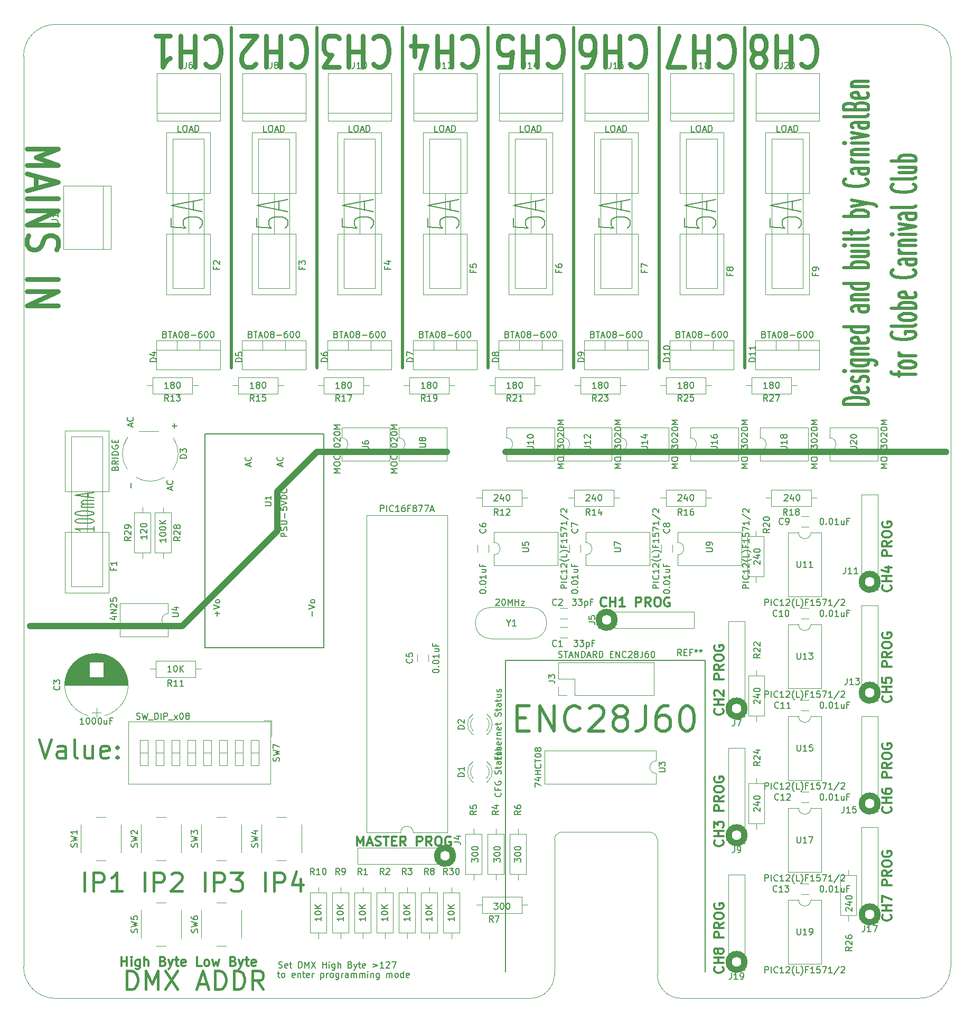
<source format=gbr>
%TF.GenerationSoftware,KiCad,Pcbnew,4.0.7*%
%TF.CreationDate,2018-08-12T17:37:47+01:00*%
%TF.ProjectId,dmx-eth-dimmer,646D782D6574682D64696D6D65722E6B,rev?*%
%TF.FileFunction,Legend,Top*%
%FSLAX46Y46*%
G04 Gerber Fmt 4.6, Leading zero omitted, Abs format (unit mm)*
G04 Created by KiCad (PCBNEW 4.0.7) date 08/12/18 17:37:47*
%MOMM*%
%LPD*%
G01*
G04 APERTURE LIST*
%ADD10C,0.150000*%
%ADD11C,0.500000*%
%ADD12C,0.200000*%
%ADD13C,1.000000*%
%ADD14C,0.400000*%
%ADD15C,0.300000*%
%ADD16C,0.750000*%
%ADD17C,0.100000*%
%ADD18C,0.120000*%
G04 APERTURE END LIST*
D10*
D11*
X91822762Y-123920286D02*
X93156095Y-123920286D01*
X93727524Y-126015524D02*
X91822762Y-126015524D01*
X91822762Y-122015524D01*
X93727524Y-122015524D01*
X95441810Y-126015524D02*
X95441810Y-122015524D01*
X97727524Y-126015524D01*
X97727524Y-122015524D01*
X101918000Y-125634571D02*
X101727524Y-125825048D01*
X101156095Y-126015524D01*
X100775143Y-126015524D01*
X100203715Y-125825048D01*
X99822762Y-125444095D01*
X99632286Y-125063143D01*
X99441810Y-124301238D01*
X99441810Y-123729810D01*
X99632286Y-122967905D01*
X99822762Y-122586952D01*
X100203715Y-122206000D01*
X100775143Y-122015524D01*
X101156095Y-122015524D01*
X101727524Y-122206000D01*
X101918000Y-122396476D01*
X103441810Y-122396476D02*
X103632286Y-122206000D01*
X104013238Y-122015524D01*
X104965619Y-122015524D01*
X105346572Y-122206000D01*
X105537048Y-122396476D01*
X105727524Y-122777429D01*
X105727524Y-123158381D01*
X105537048Y-123729810D01*
X103251334Y-126015524D01*
X105727524Y-126015524D01*
X108013239Y-123729810D02*
X107632286Y-123539333D01*
X107441810Y-123348857D01*
X107251334Y-122967905D01*
X107251334Y-122777429D01*
X107441810Y-122396476D01*
X107632286Y-122206000D01*
X108013239Y-122015524D01*
X108775143Y-122015524D01*
X109156096Y-122206000D01*
X109346572Y-122396476D01*
X109537048Y-122777429D01*
X109537048Y-122967905D01*
X109346572Y-123348857D01*
X109156096Y-123539333D01*
X108775143Y-123729810D01*
X108013239Y-123729810D01*
X107632286Y-123920286D01*
X107441810Y-124110762D01*
X107251334Y-124491714D01*
X107251334Y-125253619D01*
X107441810Y-125634571D01*
X107632286Y-125825048D01*
X108013239Y-126015524D01*
X108775143Y-126015524D01*
X109156096Y-125825048D01*
X109346572Y-125634571D01*
X109537048Y-125253619D01*
X109537048Y-124491714D01*
X109346572Y-124110762D01*
X109156096Y-123920286D01*
X108775143Y-123729810D01*
X112394191Y-122015524D02*
X112394191Y-124872667D01*
X112203715Y-125444095D01*
X111822763Y-125825048D01*
X111251334Y-126015524D01*
X110870382Y-126015524D01*
X116013239Y-122015524D02*
X115251334Y-122015524D01*
X114870382Y-122206000D01*
X114679905Y-122396476D01*
X114298953Y-122967905D01*
X114108477Y-123729810D01*
X114108477Y-125253619D01*
X114298953Y-125634571D01*
X114489429Y-125825048D01*
X114870382Y-126015524D01*
X115632286Y-126015524D01*
X116013239Y-125825048D01*
X116203715Y-125634571D01*
X116394191Y-125253619D01*
X116394191Y-124301238D01*
X116203715Y-123920286D01*
X116013239Y-123729810D01*
X115632286Y-123539333D01*
X114870382Y-123539333D01*
X114489429Y-123729810D01*
X114298953Y-123920286D01*
X114108477Y-124301238D01*
X118870382Y-122015524D02*
X119251334Y-122015524D01*
X119632286Y-122206000D01*
X119822763Y-122396476D01*
X120013239Y-122777429D01*
X120203715Y-123539333D01*
X120203715Y-124491714D01*
X120013239Y-125253619D01*
X119822763Y-125634571D01*
X119632286Y-125825048D01*
X119251334Y-126015524D01*
X118870382Y-126015524D01*
X118489429Y-125825048D01*
X118298953Y-125634571D01*
X118108477Y-125253619D01*
X117918001Y-124491714D01*
X117918001Y-123539333D01*
X118108477Y-122777429D01*
X118298953Y-122396476D01*
X118489429Y-122206000D01*
X118870382Y-122015524D01*
X153066857Y-69117525D02*
X153066857Y-68355620D01*
X155733524Y-68831811D02*
X152304952Y-68831811D01*
X151924000Y-68736572D01*
X151733524Y-68546096D01*
X151733524Y-68355620D01*
X155733524Y-67403239D02*
X155543048Y-67593715D01*
X155352571Y-67688954D01*
X154971619Y-67784192D01*
X153828762Y-67784192D01*
X153447810Y-67688954D01*
X153257333Y-67593715D01*
X153066857Y-67403239D01*
X153066857Y-67117525D01*
X153257333Y-66927049D01*
X153447810Y-66831811D01*
X153828762Y-66736573D01*
X154971619Y-66736573D01*
X155352571Y-66831811D01*
X155543048Y-66927049D01*
X155733524Y-67117525D01*
X155733524Y-67403239D01*
X155733524Y-65879430D02*
X153066857Y-65879430D01*
X153828762Y-65879430D02*
X153447810Y-65784191D01*
X153257333Y-65688953D01*
X153066857Y-65498477D01*
X153066857Y-65308001D01*
X151924000Y-62069905D02*
X151733524Y-62260382D01*
X151733524Y-62546096D01*
X151924000Y-62831810D01*
X152304952Y-63022286D01*
X152685905Y-63117525D01*
X153447810Y-63212763D01*
X154019238Y-63212763D01*
X154781143Y-63117525D01*
X155162095Y-63022286D01*
X155543048Y-62831810D01*
X155733524Y-62546096D01*
X155733524Y-62355620D01*
X155543048Y-62069905D01*
X155352571Y-61974667D01*
X154019238Y-61974667D01*
X154019238Y-62355620D01*
X155733524Y-60831810D02*
X155543048Y-61022286D01*
X155162095Y-61117525D01*
X151733524Y-61117525D01*
X155733524Y-59784191D02*
X155543048Y-59974667D01*
X155352571Y-60069906D01*
X154971619Y-60165144D01*
X153828762Y-60165144D01*
X153447810Y-60069906D01*
X153257333Y-59974667D01*
X153066857Y-59784191D01*
X153066857Y-59498477D01*
X153257333Y-59308001D01*
X153447810Y-59212763D01*
X153828762Y-59117525D01*
X154971619Y-59117525D01*
X155352571Y-59212763D01*
X155543048Y-59308001D01*
X155733524Y-59498477D01*
X155733524Y-59784191D01*
X155733524Y-58260382D02*
X151733524Y-58260382D01*
X153257333Y-58260382D02*
X153066857Y-58069905D01*
X153066857Y-57688953D01*
X153257333Y-57498477D01*
X153447810Y-57403239D01*
X153828762Y-57308001D01*
X154971619Y-57308001D01*
X155352571Y-57403239D01*
X155543048Y-57498477D01*
X155733524Y-57688953D01*
X155733524Y-58069905D01*
X155543048Y-58260382D01*
X155543048Y-55688953D02*
X155733524Y-55879429D01*
X155733524Y-56260381D01*
X155543048Y-56450858D01*
X155162095Y-56546096D01*
X153638286Y-56546096D01*
X153257333Y-56450858D01*
X153066857Y-56260381D01*
X153066857Y-55879429D01*
X153257333Y-55688953D01*
X153638286Y-55593715D01*
X154019238Y-55593715D01*
X154400190Y-56546096D01*
X155352571Y-52069904D02*
X155543048Y-52165142D01*
X155733524Y-52450857D01*
X155733524Y-52641333D01*
X155543048Y-52927047D01*
X155162095Y-53117523D01*
X154781143Y-53212762D01*
X154019238Y-53308000D01*
X153447810Y-53308000D01*
X152685905Y-53212762D01*
X152304952Y-53117523D01*
X151924000Y-52927047D01*
X151733524Y-52641333D01*
X151733524Y-52450857D01*
X151924000Y-52165142D01*
X152114476Y-52069904D01*
X155733524Y-50355619D02*
X153638286Y-50355619D01*
X153257333Y-50450857D01*
X153066857Y-50641333D01*
X153066857Y-51022285D01*
X153257333Y-51212762D01*
X155543048Y-50355619D02*
X155733524Y-50546095D01*
X155733524Y-51022285D01*
X155543048Y-51212762D01*
X155162095Y-51308000D01*
X154781143Y-51308000D01*
X154400190Y-51212762D01*
X154209714Y-51022285D01*
X154209714Y-50546095D01*
X154019238Y-50355619D01*
X155733524Y-49403238D02*
X153066857Y-49403238D01*
X153828762Y-49403238D02*
X153447810Y-49307999D01*
X153257333Y-49212761D01*
X153066857Y-49022285D01*
X153066857Y-48831809D01*
X153066857Y-48165143D02*
X155733524Y-48165143D01*
X153447810Y-48165143D02*
X153257333Y-48069904D01*
X153066857Y-47879428D01*
X153066857Y-47593714D01*
X153257333Y-47403238D01*
X153638286Y-47308000D01*
X155733524Y-47308000D01*
X155733524Y-46355619D02*
X153066857Y-46355619D01*
X151733524Y-46355619D02*
X151924000Y-46450857D01*
X152114476Y-46355619D01*
X151924000Y-46260380D01*
X151733524Y-46355619D01*
X152114476Y-46355619D01*
X153066857Y-45593714D02*
X155733524Y-45117523D01*
X153066857Y-44641333D01*
X155733524Y-43022285D02*
X153638286Y-43022285D01*
X153257333Y-43117523D01*
X153066857Y-43307999D01*
X153066857Y-43688951D01*
X153257333Y-43879428D01*
X155543048Y-43022285D02*
X155733524Y-43212761D01*
X155733524Y-43688951D01*
X155543048Y-43879428D01*
X155162095Y-43974666D01*
X154781143Y-43974666D01*
X154400190Y-43879428D01*
X154209714Y-43688951D01*
X154209714Y-43212761D01*
X154019238Y-43022285D01*
X155733524Y-41784189D02*
X155543048Y-41974665D01*
X155162095Y-42069904D01*
X151733524Y-42069904D01*
X155352571Y-38355617D02*
X155543048Y-38450855D01*
X155733524Y-38736570D01*
X155733524Y-38927046D01*
X155543048Y-39212760D01*
X155162095Y-39403236D01*
X154781143Y-39498475D01*
X154019238Y-39593713D01*
X153447810Y-39593713D01*
X152685905Y-39498475D01*
X152304952Y-39403236D01*
X151924000Y-39212760D01*
X151733524Y-38927046D01*
X151733524Y-38736570D01*
X151924000Y-38450855D01*
X152114476Y-38355617D01*
X155733524Y-37212760D02*
X155543048Y-37403236D01*
X155162095Y-37498475D01*
X151733524Y-37498475D01*
X153066857Y-35593713D02*
X155733524Y-35593713D01*
X153066857Y-36450856D02*
X155162095Y-36450856D01*
X155543048Y-36355617D01*
X155733524Y-36165141D01*
X155733524Y-35879427D01*
X155543048Y-35688951D01*
X155352571Y-35593713D01*
X155733524Y-34641332D02*
X151733524Y-34641332D01*
X153257333Y-34641332D02*
X153066857Y-34450855D01*
X153066857Y-34069903D01*
X153257333Y-33879427D01*
X153447810Y-33784189D01*
X153828762Y-33688951D01*
X154971619Y-33688951D01*
X155352571Y-33784189D01*
X155543048Y-33879427D01*
X155733524Y-34069903D01*
X155733524Y-34450855D01*
X155543048Y-34641332D01*
X148113524Y-73656765D02*
X144113524Y-73656765D01*
X144113524Y-73180574D01*
X144304000Y-72894860D01*
X144684952Y-72704384D01*
X145065905Y-72609145D01*
X145827810Y-72513907D01*
X146399238Y-72513907D01*
X147161143Y-72609145D01*
X147542095Y-72704384D01*
X147923048Y-72894860D01*
X148113524Y-73180574D01*
X148113524Y-73656765D01*
X147923048Y-70894860D02*
X148113524Y-71085336D01*
X148113524Y-71466288D01*
X147923048Y-71656765D01*
X147542095Y-71752003D01*
X146018286Y-71752003D01*
X145637333Y-71656765D01*
X145446857Y-71466288D01*
X145446857Y-71085336D01*
X145637333Y-70894860D01*
X146018286Y-70799622D01*
X146399238Y-70799622D01*
X146780190Y-71752003D01*
X147923048Y-70037717D02*
X148113524Y-69847240D01*
X148113524Y-69466288D01*
X147923048Y-69275812D01*
X147542095Y-69180574D01*
X147351619Y-69180574D01*
X146970667Y-69275812D01*
X146780190Y-69466288D01*
X146780190Y-69752002D01*
X146589714Y-69942479D01*
X146208762Y-70037717D01*
X146018286Y-70037717D01*
X145637333Y-69942479D01*
X145446857Y-69752002D01*
X145446857Y-69466288D01*
X145637333Y-69275812D01*
X148113524Y-68323431D02*
X145446857Y-68323431D01*
X144113524Y-68323431D02*
X144304000Y-68418669D01*
X144494476Y-68323431D01*
X144304000Y-68228192D01*
X144113524Y-68323431D01*
X144494476Y-68323431D01*
X145446857Y-66513907D02*
X148684952Y-66513907D01*
X149065905Y-66609145D01*
X149256381Y-66704383D01*
X149446857Y-66894859D01*
X149446857Y-67180573D01*
X149256381Y-67371050D01*
X147923048Y-66513907D02*
X148113524Y-66704383D01*
X148113524Y-67085335D01*
X147923048Y-67275811D01*
X147732571Y-67371050D01*
X147351619Y-67466288D01*
X146208762Y-67466288D01*
X145827810Y-67371050D01*
X145637333Y-67275811D01*
X145446857Y-67085335D01*
X145446857Y-66704383D01*
X145637333Y-66513907D01*
X145446857Y-65561526D02*
X148113524Y-65561526D01*
X145827810Y-65561526D02*
X145637333Y-65466287D01*
X145446857Y-65275811D01*
X145446857Y-64990097D01*
X145637333Y-64799621D01*
X146018286Y-64704383D01*
X148113524Y-64704383D01*
X147923048Y-62990097D02*
X148113524Y-63180573D01*
X148113524Y-63561525D01*
X147923048Y-63752002D01*
X147542095Y-63847240D01*
X146018286Y-63847240D01*
X145637333Y-63752002D01*
X145446857Y-63561525D01*
X145446857Y-63180573D01*
X145637333Y-62990097D01*
X146018286Y-62894859D01*
X146399238Y-62894859D01*
X146780190Y-63847240D01*
X148113524Y-61180573D02*
X144113524Y-61180573D01*
X147923048Y-61180573D02*
X148113524Y-61371049D01*
X148113524Y-61752001D01*
X147923048Y-61942477D01*
X147732571Y-62037716D01*
X147351619Y-62132954D01*
X146208762Y-62132954D01*
X145827810Y-62037716D01*
X145637333Y-61942477D01*
X145446857Y-61752001D01*
X145446857Y-61371049D01*
X145637333Y-61180573D01*
X148113524Y-57847239D02*
X146018286Y-57847239D01*
X145637333Y-57942477D01*
X145446857Y-58132953D01*
X145446857Y-58513905D01*
X145637333Y-58704382D01*
X147923048Y-57847239D02*
X148113524Y-58037715D01*
X148113524Y-58513905D01*
X147923048Y-58704382D01*
X147542095Y-58799620D01*
X147161143Y-58799620D01*
X146780190Y-58704382D01*
X146589714Y-58513905D01*
X146589714Y-58037715D01*
X146399238Y-57847239D01*
X145446857Y-56894858D02*
X148113524Y-56894858D01*
X145827810Y-56894858D02*
X145637333Y-56799619D01*
X145446857Y-56609143D01*
X145446857Y-56323429D01*
X145637333Y-56132953D01*
X146018286Y-56037715D01*
X148113524Y-56037715D01*
X148113524Y-54228191D02*
X144113524Y-54228191D01*
X147923048Y-54228191D02*
X148113524Y-54418667D01*
X148113524Y-54799619D01*
X147923048Y-54990095D01*
X147732571Y-55085334D01*
X147351619Y-55180572D01*
X146208762Y-55180572D01*
X145827810Y-55085334D01*
X145637333Y-54990095D01*
X145446857Y-54799619D01*
X145446857Y-54418667D01*
X145637333Y-54228191D01*
X148113524Y-51752000D02*
X144113524Y-51752000D01*
X145637333Y-51752000D02*
X145446857Y-51561523D01*
X145446857Y-51180571D01*
X145637333Y-50990095D01*
X145827810Y-50894857D01*
X146208762Y-50799619D01*
X147351619Y-50799619D01*
X147732571Y-50894857D01*
X147923048Y-50990095D01*
X148113524Y-51180571D01*
X148113524Y-51561523D01*
X147923048Y-51752000D01*
X145446857Y-49085333D02*
X148113524Y-49085333D01*
X145446857Y-49942476D02*
X147542095Y-49942476D01*
X147923048Y-49847237D01*
X148113524Y-49656761D01*
X148113524Y-49371047D01*
X147923048Y-49180571D01*
X147732571Y-49085333D01*
X148113524Y-48132952D02*
X145446857Y-48132952D01*
X144113524Y-48132952D02*
X144304000Y-48228190D01*
X144494476Y-48132952D01*
X144304000Y-48037713D01*
X144113524Y-48132952D01*
X144494476Y-48132952D01*
X148113524Y-46894856D02*
X147923048Y-47085332D01*
X147542095Y-47180571D01*
X144113524Y-47180571D01*
X145446857Y-46418666D02*
X145446857Y-45656761D01*
X144113524Y-46132952D02*
X147542095Y-46132952D01*
X147923048Y-46037713D01*
X148113524Y-45847237D01*
X148113524Y-45656761D01*
X148113524Y-43466285D02*
X144113524Y-43466285D01*
X145637333Y-43466285D02*
X145446857Y-43275808D01*
X145446857Y-42894856D01*
X145637333Y-42704380D01*
X145827810Y-42609142D01*
X146208762Y-42513904D01*
X147351619Y-42513904D01*
X147732571Y-42609142D01*
X147923048Y-42704380D01*
X148113524Y-42894856D01*
X148113524Y-43275808D01*
X147923048Y-43466285D01*
X145446857Y-41847237D02*
X148113524Y-41371046D01*
X145446857Y-40894856D02*
X148113524Y-41371046D01*
X149065905Y-41561522D01*
X149256381Y-41656761D01*
X149446857Y-41847237D01*
X147732571Y-37466283D02*
X147923048Y-37561521D01*
X148113524Y-37847236D01*
X148113524Y-38037712D01*
X147923048Y-38323426D01*
X147542095Y-38513902D01*
X147161143Y-38609141D01*
X146399238Y-38704379D01*
X145827810Y-38704379D01*
X145065905Y-38609141D01*
X144684952Y-38513902D01*
X144304000Y-38323426D01*
X144113524Y-38037712D01*
X144113524Y-37847236D01*
X144304000Y-37561521D01*
X144494476Y-37466283D01*
X148113524Y-35751998D02*
X146018286Y-35751998D01*
X145637333Y-35847236D01*
X145446857Y-36037712D01*
X145446857Y-36418664D01*
X145637333Y-36609141D01*
X147923048Y-35751998D02*
X148113524Y-35942474D01*
X148113524Y-36418664D01*
X147923048Y-36609141D01*
X147542095Y-36704379D01*
X147161143Y-36704379D01*
X146780190Y-36609141D01*
X146589714Y-36418664D01*
X146589714Y-35942474D01*
X146399238Y-35751998D01*
X148113524Y-34799617D02*
X145446857Y-34799617D01*
X146208762Y-34799617D02*
X145827810Y-34704378D01*
X145637333Y-34609140D01*
X145446857Y-34418664D01*
X145446857Y-34228188D01*
X145446857Y-33561522D02*
X148113524Y-33561522D01*
X145827810Y-33561522D02*
X145637333Y-33466283D01*
X145446857Y-33275807D01*
X145446857Y-32990093D01*
X145637333Y-32799617D01*
X146018286Y-32704379D01*
X148113524Y-32704379D01*
X148113524Y-31751998D02*
X145446857Y-31751998D01*
X144113524Y-31751998D02*
X144304000Y-31847236D01*
X144494476Y-31751998D01*
X144304000Y-31656759D01*
X144113524Y-31751998D01*
X144494476Y-31751998D01*
X145446857Y-30990093D02*
X148113524Y-30513902D01*
X145446857Y-30037712D01*
X148113524Y-28418664D02*
X146018286Y-28418664D01*
X145637333Y-28513902D01*
X145446857Y-28704378D01*
X145446857Y-29085330D01*
X145637333Y-29275807D01*
X147923048Y-28418664D02*
X148113524Y-28609140D01*
X148113524Y-29085330D01*
X147923048Y-29275807D01*
X147542095Y-29371045D01*
X147161143Y-29371045D01*
X146780190Y-29275807D01*
X146589714Y-29085330D01*
X146589714Y-28609140D01*
X146399238Y-28418664D01*
X148113524Y-27180568D02*
X147923048Y-27371044D01*
X147542095Y-27466283D01*
X144113524Y-27466283D01*
X146018286Y-25751997D02*
X146208762Y-25466283D01*
X146399238Y-25371044D01*
X146780190Y-25275806D01*
X147351619Y-25275806D01*
X147732571Y-25371044D01*
X147923048Y-25466283D01*
X148113524Y-25656759D01*
X148113524Y-26418664D01*
X144113524Y-26418664D01*
X144113524Y-25751997D01*
X144304000Y-25561521D01*
X144494476Y-25466283D01*
X144875429Y-25371044D01*
X145256381Y-25371044D01*
X145637333Y-25466283D01*
X145827810Y-25561521D01*
X146018286Y-25751997D01*
X146018286Y-26418664D01*
X147923048Y-23656759D02*
X148113524Y-23847235D01*
X148113524Y-24228187D01*
X147923048Y-24418664D01*
X147542095Y-24513902D01*
X146018286Y-24513902D01*
X145637333Y-24418664D01*
X145446857Y-24228187D01*
X145446857Y-23847235D01*
X145637333Y-23656759D01*
X146018286Y-23561521D01*
X146399238Y-23561521D01*
X146780190Y-24513902D01*
X145446857Y-22704378D02*
X148113524Y-22704378D01*
X145827810Y-22704378D02*
X145637333Y-22609139D01*
X145446857Y-22418663D01*
X145446857Y-22132949D01*
X145637333Y-21942473D01*
X146018286Y-21847235D01*
X148113524Y-21847235D01*
D12*
X53412761Y-164885714D02*
X53793713Y-164885714D01*
X53555618Y-164552381D02*
X53555618Y-165409524D01*
X53603237Y-165504762D01*
X53698475Y-165552381D01*
X53793713Y-165552381D01*
X54269904Y-165552381D02*
X54174666Y-165504762D01*
X54127047Y-165457143D01*
X54079428Y-165361905D01*
X54079428Y-165076190D01*
X54127047Y-164980952D01*
X54174666Y-164933333D01*
X54269904Y-164885714D01*
X54412762Y-164885714D01*
X54508000Y-164933333D01*
X54555619Y-164980952D01*
X54603238Y-165076190D01*
X54603238Y-165361905D01*
X54555619Y-165457143D01*
X54508000Y-165504762D01*
X54412762Y-165552381D01*
X54269904Y-165552381D01*
X56174667Y-165504762D02*
X56079429Y-165552381D01*
X55888952Y-165552381D01*
X55793714Y-165504762D01*
X55746095Y-165409524D01*
X55746095Y-165028571D01*
X55793714Y-164933333D01*
X55888952Y-164885714D01*
X56079429Y-164885714D01*
X56174667Y-164933333D01*
X56222286Y-165028571D01*
X56222286Y-165123810D01*
X55746095Y-165219048D01*
X56650857Y-164885714D02*
X56650857Y-165552381D01*
X56650857Y-164980952D02*
X56698476Y-164933333D01*
X56793714Y-164885714D01*
X56936572Y-164885714D01*
X57031810Y-164933333D01*
X57079429Y-165028571D01*
X57079429Y-165552381D01*
X57412762Y-164885714D02*
X57793714Y-164885714D01*
X57555619Y-164552381D02*
X57555619Y-165409524D01*
X57603238Y-165504762D01*
X57698476Y-165552381D01*
X57793714Y-165552381D01*
X58508001Y-165504762D02*
X58412763Y-165552381D01*
X58222286Y-165552381D01*
X58127048Y-165504762D01*
X58079429Y-165409524D01*
X58079429Y-165028571D01*
X58127048Y-164933333D01*
X58222286Y-164885714D01*
X58412763Y-164885714D01*
X58508001Y-164933333D01*
X58555620Y-165028571D01*
X58555620Y-165123810D01*
X58079429Y-165219048D01*
X58984191Y-165552381D02*
X58984191Y-164885714D01*
X58984191Y-165076190D02*
X59031810Y-164980952D01*
X59079429Y-164933333D01*
X59174667Y-164885714D01*
X59269906Y-164885714D01*
X60365144Y-164885714D02*
X60365144Y-165885714D01*
X60365144Y-164933333D02*
X60460382Y-164885714D01*
X60650859Y-164885714D01*
X60746097Y-164933333D01*
X60793716Y-164980952D01*
X60841335Y-165076190D01*
X60841335Y-165361905D01*
X60793716Y-165457143D01*
X60746097Y-165504762D01*
X60650859Y-165552381D01*
X60460382Y-165552381D01*
X60365144Y-165504762D01*
X61269906Y-165552381D02*
X61269906Y-164885714D01*
X61269906Y-165076190D02*
X61317525Y-164980952D01*
X61365144Y-164933333D01*
X61460382Y-164885714D01*
X61555621Y-164885714D01*
X62031811Y-165552381D02*
X61936573Y-165504762D01*
X61888954Y-165457143D01*
X61841335Y-165361905D01*
X61841335Y-165076190D01*
X61888954Y-164980952D01*
X61936573Y-164933333D01*
X62031811Y-164885714D01*
X62174669Y-164885714D01*
X62269907Y-164933333D01*
X62317526Y-164980952D01*
X62365145Y-165076190D01*
X62365145Y-165361905D01*
X62317526Y-165457143D01*
X62269907Y-165504762D01*
X62174669Y-165552381D01*
X62031811Y-165552381D01*
X63222288Y-164885714D02*
X63222288Y-165695238D01*
X63174669Y-165790476D01*
X63127050Y-165838095D01*
X63031811Y-165885714D01*
X62888954Y-165885714D01*
X62793716Y-165838095D01*
X63222288Y-165504762D02*
X63127050Y-165552381D01*
X62936573Y-165552381D01*
X62841335Y-165504762D01*
X62793716Y-165457143D01*
X62746097Y-165361905D01*
X62746097Y-165076190D01*
X62793716Y-164980952D01*
X62841335Y-164933333D01*
X62936573Y-164885714D01*
X63127050Y-164885714D01*
X63222288Y-164933333D01*
X63698478Y-165552381D02*
X63698478Y-164885714D01*
X63698478Y-165076190D02*
X63746097Y-164980952D01*
X63793716Y-164933333D01*
X63888954Y-164885714D01*
X63984193Y-164885714D01*
X64746098Y-165552381D02*
X64746098Y-165028571D01*
X64698479Y-164933333D01*
X64603241Y-164885714D01*
X64412764Y-164885714D01*
X64317526Y-164933333D01*
X64746098Y-165504762D02*
X64650860Y-165552381D01*
X64412764Y-165552381D01*
X64317526Y-165504762D01*
X64269907Y-165409524D01*
X64269907Y-165314286D01*
X64317526Y-165219048D01*
X64412764Y-165171429D01*
X64650860Y-165171429D01*
X64746098Y-165123810D01*
X65222288Y-165552381D02*
X65222288Y-164885714D01*
X65222288Y-164980952D02*
X65269907Y-164933333D01*
X65365145Y-164885714D01*
X65508003Y-164885714D01*
X65603241Y-164933333D01*
X65650860Y-165028571D01*
X65650860Y-165552381D01*
X65650860Y-165028571D02*
X65698479Y-164933333D01*
X65793717Y-164885714D01*
X65936574Y-164885714D01*
X66031812Y-164933333D01*
X66079431Y-165028571D01*
X66079431Y-165552381D01*
X66555621Y-165552381D02*
X66555621Y-164885714D01*
X66555621Y-164980952D02*
X66603240Y-164933333D01*
X66698478Y-164885714D01*
X66841336Y-164885714D01*
X66936574Y-164933333D01*
X66984193Y-165028571D01*
X66984193Y-165552381D01*
X66984193Y-165028571D02*
X67031812Y-164933333D01*
X67127050Y-164885714D01*
X67269907Y-164885714D01*
X67365145Y-164933333D01*
X67412764Y-165028571D01*
X67412764Y-165552381D01*
X67888954Y-165552381D02*
X67888954Y-164885714D01*
X67888954Y-164552381D02*
X67841335Y-164600000D01*
X67888954Y-164647619D01*
X67936573Y-164600000D01*
X67888954Y-164552381D01*
X67888954Y-164647619D01*
X68365144Y-164885714D02*
X68365144Y-165552381D01*
X68365144Y-164980952D02*
X68412763Y-164933333D01*
X68508001Y-164885714D01*
X68650859Y-164885714D01*
X68746097Y-164933333D01*
X68793716Y-165028571D01*
X68793716Y-165552381D01*
X69698478Y-164885714D02*
X69698478Y-165695238D01*
X69650859Y-165790476D01*
X69603240Y-165838095D01*
X69508001Y-165885714D01*
X69365144Y-165885714D01*
X69269906Y-165838095D01*
X69698478Y-165504762D02*
X69603240Y-165552381D01*
X69412763Y-165552381D01*
X69317525Y-165504762D01*
X69269906Y-165457143D01*
X69222287Y-165361905D01*
X69222287Y-165076190D01*
X69269906Y-164980952D01*
X69317525Y-164933333D01*
X69412763Y-164885714D01*
X69603240Y-164885714D01*
X69698478Y-164933333D01*
X70936573Y-165552381D02*
X70936573Y-164885714D01*
X70936573Y-164980952D02*
X70984192Y-164933333D01*
X71079430Y-164885714D01*
X71222288Y-164885714D01*
X71317526Y-164933333D01*
X71365145Y-165028571D01*
X71365145Y-165552381D01*
X71365145Y-165028571D02*
X71412764Y-164933333D01*
X71508002Y-164885714D01*
X71650859Y-164885714D01*
X71746097Y-164933333D01*
X71793716Y-165028571D01*
X71793716Y-165552381D01*
X72412763Y-165552381D02*
X72317525Y-165504762D01*
X72269906Y-165457143D01*
X72222287Y-165361905D01*
X72222287Y-165076190D01*
X72269906Y-164980952D01*
X72317525Y-164933333D01*
X72412763Y-164885714D01*
X72555621Y-164885714D01*
X72650859Y-164933333D01*
X72698478Y-164980952D01*
X72746097Y-165076190D01*
X72746097Y-165361905D01*
X72698478Y-165457143D01*
X72650859Y-165504762D01*
X72555621Y-165552381D01*
X72412763Y-165552381D01*
X73603240Y-165552381D02*
X73603240Y-164552381D01*
X73603240Y-165504762D02*
X73508002Y-165552381D01*
X73317525Y-165552381D01*
X73222287Y-165504762D01*
X73174668Y-165457143D01*
X73127049Y-165361905D01*
X73127049Y-165076190D01*
X73174668Y-164980952D01*
X73222287Y-164933333D01*
X73317525Y-164885714D01*
X73508002Y-164885714D01*
X73603240Y-164933333D01*
X74460383Y-165504762D02*
X74365145Y-165552381D01*
X74174668Y-165552381D01*
X74079430Y-165504762D01*
X74031811Y-165409524D01*
X74031811Y-165028571D01*
X74079430Y-164933333D01*
X74174668Y-164885714D01*
X74365145Y-164885714D01*
X74460383Y-164933333D01*
X74508002Y-165028571D01*
X74508002Y-165123810D01*
X74031811Y-165219048D01*
X53611047Y-163980762D02*
X53753904Y-164028381D01*
X53992000Y-164028381D01*
X54087238Y-163980762D01*
X54134857Y-163933143D01*
X54182476Y-163837905D01*
X54182476Y-163742667D01*
X54134857Y-163647429D01*
X54087238Y-163599810D01*
X53992000Y-163552190D01*
X53801523Y-163504571D01*
X53706285Y-163456952D01*
X53658666Y-163409333D01*
X53611047Y-163314095D01*
X53611047Y-163218857D01*
X53658666Y-163123619D01*
X53706285Y-163076000D01*
X53801523Y-163028381D01*
X54039619Y-163028381D01*
X54182476Y-163076000D01*
X54992000Y-163980762D02*
X54896762Y-164028381D01*
X54706285Y-164028381D01*
X54611047Y-163980762D01*
X54563428Y-163885524D01*
X54563428Y-163504571D01*
X54611047Y-163409333D01*
X54706285Y-163361714D01*
X54896762Y-163361714D01*
X54992000Y-163409333D01*
X55039619Y-163504571D01*
X55039619Y-163599810D01*
X54563428Y-163695048D01*
X55325333Y-163361714D02*
X55706285Y-163361714D01*
X55468190Y-163028381D02*
X55468190Y-163885524D01*
X55515809Y-163980762D01*
X55611047Y-164028381D01*
X55706285Y-164028381D01*
X56801524Y-164028381D02*
X56801524Y-163028381D01*
X57039619Y-163028381D01*
X57182477Y-163076000D01*
X57277715Y-163171238D01*
X57325334Y-163266476D01*
X57372953Y-163456952D01*
X57372953Y-163599810D01*
X57325334Y-163790286D01*
X57277715Y-163885524D01*
X57182477Y-163980762D01*
X57039619Y-164028381D01*
X56801524Y-164028381D01*
X57801524Y-164028381D02*
X57801524Y-163028381D01*
X58134858Y-163742667D01*
X58468191Y-163028381D01*
X58468191Y-164028381D01*
X58849143Y-163028381D02*
X59515810Y-164028381D01*
X59515810Y-163028381D02*
X58849143Y-164028381D01*
X60658667Y-164028381D02*
X60658667Y-163028381D01*
X60658667Y-163504571D02*
X61230096Y-163504571D01*
X61230096Y-164028381D02*
X61230096Y-163028381D01*
X61706286Y-164028381D02*
X61706286Y-163361714D01*
X61706286Y-163028381D02*
X61658667Y-163076000D01*
X61706286Y-163123619D01*
X61753905Y-163076000D01*
X61706286Y-163028381D01*
X61706286Y-163123619D01*
X62611048Y-163361714D02*
X62611048Y-164171238D01*
X62563429Y-164266476D01*
X62515810Y-164314095D01*
X62420571Y-164361714D01*
X62277714Y-164361714D01*
X62182476Y-164314095D01*
X62611048Y-163980762D02*
X62515810Y-164028381D01*
X62325333Y-164028381D01*
X62230095Y-163980762D01*
X62182476Y-163933143D01*
X62134857Y-163837905D01*
X62134857Y-163552190D01*
X62182476Y-163456952D01*
X62230095Y-163409333D01*
X62325333Y-163361714D01*
X62515810Y-163361714D01*
X62611048Y-163409333D01*
X63087238Y-164028381D02*
X63087238Y-163028381D01*
X63515810Y-164028381D02*
X63515810Y-163504571D01*
X63468191Y-163409333D01*
X63372953Y-163361714D01*
X63230095Y-163361714D01*
X63134857Y-163409333D01*
X63087238Y-163456952D01*
X65087239Y-163504571D02*
X65230096Y-163552190D01*
X65277715Y-163599810D01*
X65325334Y-163695048D01*
X65325334Y-163837905D01*
X65277715Y-163933143D01*
X65230096Y-163980762D01*
X65134858Y-164028381D01*
X64753905Y-164028381D01*
X64753905Y-163028381D01*
X65087239Y-163028381D01*
X65182477Y-163076000D01*
X65230096Y-163123619D01*
X65277715Y-163218857D01*
X65277715Y-163314095D01*
X65230096Y-163409333D01*
X65182477Y-163456952D01*
X65087239Y-163504571D01*
X64753905Y-163504571D01*
X65658667Y-163361714D02*
X65896762Y-164028381D01*
X66134858Y-163361714D02*
X65896762Y-164028381D01*
X65801524Y-164266476D01*
X65753905Y-164314095D01*
X65658667Y-164361714D01*
X66372953Y-163361714D02*
X66753905Y-163361714D01*
X66515810Y-163028381D02*
X66515810Y-163885524D01*
X66563429Y-163980762D01*
X66658667Y-164028381D01*
X66753905Y-164028381D01*
X67468192Y-163980762D02*
X67372954Y-164028381D01*
X67182477Y-164028381D01*
X67087239Y-163980762D01*
X67039620Y-163885524D01*
X67039620Y-163504571D01*
X67087239Y-163409333D01*
X67182477Y-163361714D01*
X67372954Y-163361714D01*
X67468192Y-163409333D01*
X67515811Y-163504571D01*
X67515811Y-163599810D01*
X67039620Y-163695048D01*
X68706287Y-163361714D02*
X69468192Y-163647429D01*
X68706287Y-163933143D01*
X70468192Y-164028381D02*
X69896763Y-164028381D01*
X70182477Y-164028381D02*
X70182477Y-163028381D01*
X70087239Y-163171238D01*
X69992001Y-163266476D01*
X69896763Y-163314095D01*
X70849144Y-163123619D02*
X70896763Y-163076000D01*
X70992001Y-163028381D01*
X71230097Y-163028381D01*
X71325335Y-163076000D01*
X71372954Y-163123619D01*
X71420573Y-163218857D01*
X71420573Y-163314095D01*
X71372954Y-163456952D01*
X70801525Y-164028381D01*
X71420573Y-164028381D01*
X71753906Y-163028381D02*
X72420573Y-163028381D01*
X71992001Y-164028381D01*
D13*
X89916000Y-81280000D02*
X160528000Y-81280000D01*
X38100000Y-109220000D02*
X13716000Y-109220000D01*
D14*
X15162284Y-127389143D02*
X16162284Y-130389143D01*
X17162284Y-127389143D01*
X19447999Y-130389143D02*
X19447999Y-128817714D01*
X19305142Y-128532000D01*
X19019428Y-128389143D01*
X18447999Y-128389143D01*
X18162285Y-128532000D01*
X19447999Y-130246286D02*
X19162285Y-130389143D01*
X18447999Y-130389143D01*
X18162285Y-130246286D01*
X18019428Y-129960571D01*
X18019428Y-129674857D01*
X18162285Y-129389143D01*
X18447999Y-129246286D01*
X19162285Y-129246286D01*
X19447999Y-129103429D01*
X21305142Y-130389143D02*
X21019428Y-130246286D01*
X20876571Y-129960571D01*
X20876571Y-127389143D01*
X23733714Y-128389143D02*
X23733714Y-130389143D01*
X22448000Y-128389143D02*
X22448000Y-129960571D01*
X22590857Y-130246286D01*
X22876571Y-130389143D01*
X23305143Y-130389143D01*
X23590857Y-130246286D01*
X23733714Y-130103429D01*
X26305143Y-130246286D02*
X26019429Y-130389143D01*
X25448000Y-130389143D01*
X25162286Y-130246286D01*
X25019429Y-129960571D01*
X25019429Y-128817714D01*
X25162286Y-128532000D01*
X25448000Y-128389143D01*
X26019429Y-128389143D01*
X26305143Y-128532000D01*
X26448000Y-128817714D01*
X26448000Y-129103429D01*
X25019429Y-129389143D01*
X27733715Y-130103429D02*
X27876572Y-130246286D01*
X27733715Y-130389143D01*
X27590858Y-130246286D01*
X27733715Y-130103429D01*
X27733715Y-130389143D01*
X27733715Y-128532000D02*
X27876572Y-128674857D01*
X27733715Y-128817714D01*
X27590858Y-128674857D01*
X27733715Y-128532000D01*
X27733715Y-128817714D01*
D15*
X41247715Y-163746571D02*
X40533429Y-163746571D01*
X40533429Y-162246571D01*
X41962001Y-163746571D02*
X41819143Y-163675143D01*
X41747715Y-163603714D01*
X41676286Y-163460857D01*
X41676286Y-163032286D01*
X41747715Y-162889429D01*
X41819143Y-162818000D01*
X41962001Y-162746571D01*
X42176286Y-162746571D01*
X42319143Y-162818000D01*
X42390572Y-162889429D01*
X42462001Y-163032286D01*
X42462001Y-163460857D01*
X42390572Y-163603714D01*
X42319143Y-163675143D01*
X42176286Y-163746571D01*
X41962001Y-163746571D01*
X42962001Y-162746571D02*
X43247715Y-163746571D01*
X43533429Y-163032286D01*
X43819144Y-163746571D01*
X44104858Y-162746571D01*
X46319144Y-162960857D02*
X46533430Y-163032286D01*
X46604858Y-163103714D01*
X46676287Y-163246571D01*
X46676287Y-163460857D01*
X46604858Y-163603714D01*
X46533430Y-163675143D01*
X46390572Y-163746571D01*
X45819144Y-163746571D01*
X45819144Y-162246571D01*
X46319144Y-162246571D01*
X46462001Y-162318000D01*
X46533430Y-162389429D01*
X46604858Y-162532286D01*
X46604858Y-162675143D01*
X46533430Y-162818000D01*
X46462001Y-162889429D01*
X46319144Y-162960857D01*
X45819144Y-162960857D01*
X47176287Y-162746571D02*
X47533430Y-163746571D01*
X47890572Y-162746571D02*
X47533430Y-163746571D01*
X47390572Y-164103714D01*
X47319144Y-164175143D01*
X47176287Y-164246571D01*
X48247715Y-162746571D02*
X48819144Y-162746571D01*
X48462001Y-162246571D02*
X48462001Y-163532286D01*
X48533429Y-163675143D01*
X48676287Y-163746571D01*
X48819144Y-163746571D01*
X49890572Y-163675143D02*
X49747715Y-163746571D01*
X49462001Y-163746571D01*
X49319144Y-163675143D01*
X49247715Y-163532286D01*
X49247715Y-162960857D01*
X49319144Y-162818000D01*
X49462001Y-162746571D01*
X49747715Y-162746571D01*
X49890572Y-162818000D01*
X49962001Y-162960857D01*
X49962001Y-163103714D01*
X49247715Y-163246571D01*
D14*
X29274858Y-167473143D02*
X29274858Y-164473143D01*
X29989143Y-164473143D01*
X30417715Y-164616000D01*
X30703429Y-164901714D01*
X30846286Y-165187429D01*
X30989143Y-165758857D01*
X30989143Y-166187429D01*
X30846286Y-166758857D01*
X30703429Y-167044571D01*
X30417715Y-167330286D01*
X29989143Y-167473143D01*
X29274858Y-167473143D01*
X32274858Y-167473143D02*
X32274858Y-164473143D01*
X33274858Y-166616000D01*
X34274858Y-164473143D01*
X34274858Y-167473143D01*
X35417714Y-164473143D02*
X37417714Y-167473143D01*
X37417714Y-164473143D02*
X35417714Y-167473143D01*
X40703429Y-166616000D02*
X42132000Y-166616000D01*
X40417714Y-167473143D02*
X41417714Y-164473143D01*
X42417714Y-167473143D01*
X43417715Y-167473143D02*
X43417715Y-164473143D01*
X44132000Y-164473143D01*
X44560572Y-164616000D01*
X44846286Y-164901714D01*
X44989143Y-165187429D01*
X45132000Y-165758857D01*
X45132000Y-166187429D01*
X44989143Y-166758857D01*
X44846286Y-167044571D01*
X44560572Y-167330286D01*
X44132000Y-167473143D01*
X43417715Y-167473143D01*
X46417715Y-167473143D02*
X46417715Y-164473143D01*
X47132000Y-164473143D01*
X47560572Y-164616000D01*
X47846286Y-164901714D01*
X47989143Y-165187429D01*
X48132000Y-165758857D01*
X48132000Y-166187429D01*
X47989143Y-166758857D01*
X47846286Y-167044571D01*
X47560572Y-167330286D01*
X47132000Y-167473143D01*
X46417715Y-167473143D01*
X51132000Y-167473143D02*
X50132000Y-166044571D01*
X49417715Y-167473143D02*
X49417715Y-164473143D01*
X50560572Y-164473143D01*
X50846286Y-164616000D01*
X50989143Y-164758857D01*
X51132000Y-165044571D01*
X51132000Y-165473143D01*
X50989143Y-165758857D01*
X50846286Y-165901714D01*
X50560572Y-166044571D01*
X49417715Y-166044571D01*
D15*
X28420857Y-163746571D02*
X28420857Y-162246571D01*
X28420857Y-162960857D02*
X29278000Y-162960857D01*
X29278000Y-163746571D02*
X29278000Y-162246571D01*
X29992286Y-163746571D02*
X29992286Y-162746571D01*
X29992286Y-162246571D02*
X29920857Y-162318000D01*
X29992286Y-162389429D01*
X30063714Y-162318000D01*
X29992286Y-162246571D01*
X29992286Y-162389429D01*
X31349429Y-162746571D02*
X31349429Y-163960857D01*
X31278000Y-164103714D01*
X31206572Y-164175143D01*
X31063715Y-164246571D01*
X30849429Y-164246571D01*
X30706572Y-164175143D01*
X31349429Y-163675143D02*
X31206572Y-163746571D01*
X30920858Y-163746571D01*
X30778000Y-163675143D01*
X30706572Y-163603714D01*
X30635143Y-163460857D01*
X30635143Y-163032286D01*
X30706572Y-162889429D01*
X30778000Y-162818000D01*
X30920858Y-162746571D01*
X31206572Y-162746571D01*
X31349429Y-162818000D01*
X32063715Y-163746571D02*
X32063715Y-162246571D01*
X32706572Y-163746571D02*
X32706572Y-162960857D01*
X32635143Y-162818000D01*
X32492286Y-162746571D01*
X32278001Y-162746571D01*
X32135143Y-162818000D01*
X32063715Y-162889429D01*
X35063715Y-162960857D02*
X35278001Y-163032286D01*
X35349429Y-163103714D01*
X35420858Y-163246571D01*
X35420858Y-163460857D01*
X35349429Y-163603714D01*
X35278001Y-163675143D01*
X35135143Y-163746571D01*
X34563715Y-163746571D01*
X34563715Y-162246571D01*
X35063715Y-162246571D01*
X35206572Y-162318000D01*
X35278001Y-162389429D01*
X35349429Y-162532286D01*
X35349429Y-162675143D01*
X35278001Y-162818000D01*
X35206572Y-162889429D01*
X35063715Y-162960857D01*
X34563715Y-162960857D01*
X35920858Y-162746571D02*
X36278001Y-163746571D01*
X36635143Y-162746571D02*
X36278001Y-163746571D01*
X36135143Y-164103714D01*
X36063715Y-164175143D01*
X35920858Y-164246571D01*
X36992286Y-162746571D02*
X37563715Y-162746571D01*
X37206572Y-162246571D02*
X37206572Y-163532286D01*
X37278000Y-163675143D01*
X37420858Y-163746571D01*
X37563715Y-163746571D01*
X38635143Y-163675143D02*
X38492286Y-163746571D01*
X38206572Y-163746571D01*
X38063715Y-163675143D01*
X37992286Y-163532286D01*
X37992286Y-162960857D01*
X38063715Y-162818000D01*
X38206572Y-162746571D01*
X38492286Y-162746571D01*
X38635143Y-162818000D01*
X38706572Y-162960857D01*
X38706572Y-163103714D01*
X37992286Y-163246571D01*
D14*
X51427429Y-151725143D02*
X51427429Y-148725143D01*
X52856000Y-151725143D02*
X52856000Y-148725143D01*
X53998857Y-148725143D01*
X54284571Y-148868000D01*
X54427428Y-149010857D01*
X54570285Y-149296571D01*
X54570285Y-149725143D01*
X54427428Y-150010857D01*
X54284571Y-150153714D01*
X53998857Y-150296571D01*
X52856000Y-150296571D01*
X57141714Y-149725143D02*
X57141714Y-151725143D01*
X56427428Y-148582286D02*
X55713143Y-150725143D01*
X57570285Y-150725143D01*
X41775429Y-151725143D02*
X41775429Y-148725143D01*
X43204000Y-151725143D02*
X43204000Y-148725143D01*
X44346857Y-148725143D01*
X44632571Y-148868000D01*
X44775428Y-149010857D01*
X44918285Y-149296571D01*
X44918285Y-149725143D01*
X44775428Y-150010857D01*
X44632571Y-150153714D01*
X44346857Y-150296571D01*
X43204000Y-150296571D01*
X45918285Y-148725143D02*
X47775428Y-148725143D01*
X46775428Y-149868000D01*
X47204000Y-149868000D01*
X47489714Y-150010857D01*
X47632571Y-150153714D01*
X47775428Y-150439429D01*
X47775428Y-151153714D01*
X47632571Y-151439429D01*
X47489714Y-151582286D01*
X47204000Y-151725143D01*
X46346857Y-151725143D01*
X46061143Y-151582286D01*
X45918285Y-151439429D01*
X32123429Y-151725143D02*
X32123429Y-148725143D01*
X33552000Y-151725143D02*
X33552000Y-148725143D01*
X34694857Y-148725143D01*
X34980571Y-148868000D01*
X35123428Y-149010857D01*
X35266285Y-149296571D01*
X35266285Y-149725143D01*
X35123428Y-150010857D01*
X34980571Y-150153714D01*
X34694857Y-150296571D01*
X33552000Y-150296571D01*
X36409143Y-149010857D02*
X36552000Y-148868000D01*
X36837714Y-148725143D01*
X37552000Y-148725143D01*
X37837714Y-148868000D01*
X37980571Y-149010857D01*
X38123428Y-149296571D01*
X38123428Y-149582286D01*
X37980571Y-150010857D01*
X36266285Y-151725143D01*
X38123428Y-151725143D01*
X22471429Y-151725143D02*
X22471429Y-148725143D01*
X23900000Y-151725143D02*
X23900000Y-148725143D01*
X25042857Y-148725143D01*
X25328571Y-148868000D01*
X25471428Y-149010857D01*
X25614285Y-149296571D01*
X25614285Y-149725143D01*
X25471428Y-150010857D01*
X25328571Y-150153714D01*
X25042857Y-150296571D01*
X23900000Y-150296571D01*
X28471428Y-151725143D02*
X26757143Y-151725143D01*
X27614285Y-151725143D02*
X27614285Y-148725143D01*
X27328571Y-149153714D01*
X27042857Y-149439429D01*
X26757143Y-149582286D01*
D11*
X128270000Y-67818000D02*
X128270000Y-13208000D01*
X114554000Y-67818000D02*
X114554000Y-13208000D01*
X100838000Y-67818000D02*
X100838000Y-13208000D01*
X87122000Y-67818000D02*
X87122000Y-13208000D01*
X73406000Y-13208000D02*
X73406000Y-67818000D01*
X59690000Y-13208000D02*
X59690000Y-67818000D01*
X45974000Y-13208000D02*
X45974000Y-67818000D01*
D16*
X137381905Y-14978286D02*
X137572381Y-14740190D01*
X138143810Y-14502095D01*
X138524762Y-14502095D01*
X139096190Y-14740190D01*
X139477143Y-15216381D01*
X139667619Y-15692571D01*
X139858095Y-16644952D01*
X139858095Y-17359238D01*
X139667619Y-18311619D01*
X139477143Y-18787810D01*
X139096190Y-19264000D01*
X138524762Y-19502095D01*
X138143810Y-19502095D01*
X137572381Y-19264000D01*
X137381905Y-19025905D01*
X135667619Y-14502095D02*
X135667619Y-19502095D01*
X135667619Y-17121143D02*
X133381905Y-17121143D01*
X133381905Y-14502095D02*
X133381905Y-19502095D01*
X130905714Y-17359238D02*
X131286667Y-17597333D01*
X131477143Y-17835429D01*
X131667619Y-18311619D01*
X131667619Y-18549714D01*
X131477143Y-19025905D01*
X131286667Y-19264000D01*
X130905714Y-19502095D01*
X130143810Y-19502095D01*
X129762857Y-19264000D01*
X129572381Y-19025905D01*
X129381905Y-18549714D01*
X129381905Y-18311619D01*
X129572381Y-17835429D01*
X129762857Y-17597333D01*
X130143810Y-17359238D01*
X130905714Y-17359238D01*
X131286667Y-17121143D01*
X131477143Y-16883048D01*
X131667619Y-16406857D01*
X131667619Y-15454476D01*
X131477143Y-14978286D01*
X131286667Y-14740190D01*
X130905714Y-14502095D01*
X130143810Y-14502095D01*
X129762857Y-14740190D01*
X129572381Y-14978286D01*
X129381905Y-15454476D01*
X129381905Y-16406857D01*
X129572381Y-16883048D01*
X129762857Y-17121143D01*
X130143810Y-17359238D01*
X124173905Y-14978286D02*
X124364381Y-14740190D01*
X124935810Y-14502095D01*
X125316762Y-14502095D01*
X125888190Y-14740190D01*
X126269143Y-15216381D01*
X126459619Y-15692571D01*
X126650095Y-16644952D01*
X126650095Y-17359238D01*
X126459619Y-18311619D01*
X126269143Y-18787810D01*
X125888190Y-19264000D01*
X125316762Y-19502095D01*
X124935810Y-19502095D01*
X124364381Y-19264000D01*
X124173905Y-19025905D01*
X122459619Y-14502095D02*
X122459619Y-19502095D01*
X122459619Y-17121143D02*
X120173905Y-17121143D01*
X120173905Y-14502095D02*
X120173905Y-19502095D01*
X118650095Y-19502095D02*
X115983429Y-19502095D01*
X117697714Y-14502095D01*
X109949905Y-14978286D02*
X110140381Y-14740190D01*
X110711810Y-14502095D01*
X111092762Y-14502095D01*
X111664190Y-14740190D01*
X112045143Y-15216381D01*
X112235619Y-15692571D01*
X112426095Y-16644952D01*
X112426095Y-17359238D01*
X112235619Y-18311619D01*
X112045143Y-18787810D01*
X111664190Y-19264000D01*
X111092762Y-19502095D01*
X110711810Y-19502095D01*
X110140381Y-19264000D01*
X109949905Y-19025905D01*
X108235619Y-14502095D02*
X108235619Y-19502095D01*
X108235619Y-17121143D02*
X105949905Y-17121143D01*
X105949905Y-14502095D02*
X105949905Y-19502095D01*
X102330857Y-19502095D02*
X103092762Y-19502095D01*
X103473714Y-19264000D01*
X103664191Y-19025905D01*
X104045143Y-18311619D01*
X104235619Y-17359238D01*
X104235619Y-15454476D01*
X104045143Y-14978286D01*
X103854667Y-14740190D01*
X103473714Y-14502095D01*
X102711810Y-14502095D01*
X102330857Y-14740190D01*
X102140381Y-14978286D01*
X101949905Y-15454476D01*
X101949905Y-16644952D01*
X102140381Y-17121143D01*
X102330857Y-17359238D01*
X102711810Y-17597333D01*
X103473714Y-17597333D01*
X103854667Y-17359238D01*
X104045143Y-17121143D01*
X104235619Y-16644952D01*
X96741905Y-14978286D02*
X96932381Y-14740190D01*
X97503810Y-14502095D01*
X97884762Y-14502095D01*
X98456190Y-14740190D01*
X98837143Y-15216381D01*
X99027619Y-15692571D01*
X99218095Y-16644952D01*
X99218095Y-17359238D01*
X99027619Y-18311619D01*
X98837143Y-18787810D01*
X98456190Y-19264000D01*
X97884762Y-19502095D01*
X97503810Y-19502095D01*
X96932381Y-19264000D01*
X96741905Y-19025905D01*
X95027619Y-14502095D02*
X95027619Y-19502095D01*
X95027619Y-17121143D02*
X92741905Y-17121143D01*
X92741905Y-14502095D02*
X92741905Y-19502095D01*
X88932381Y-19502095D02*
X90837143Y-19502095D01*
X91027619Y-17121143D01*
X90837143Y-17359238D01*
X90456191Y-17597333D01*
X89503810Y-17597333D01*
X89122857Y-17359238D01*
X88932381Y-17121143D01*
X88741905Y-16644952D01*
X88741905Y-15454476D01*
X88932381Y-14978286D01*
X89122857Y-14740190D01*
X89503810Y-14502095D01*
X90456191Y-14502095D01*
X90837143Y-14740190D01*
X91027619Y-14978286D01*
X83025905Y-14978286D02*
X83216381Y-14740190D01*
X83787810Y-14502095D01*
X84168762Y-14502095D01*
X84740190Y-14740190D01*
X85121143Y-15216381D01*
X85311619Y-15692571D01*
X85502095Y-16644952D01*
X85502095Y-17359238D01*
X85311619Y-18311619D01*
X85121143Y-18787810D01*
X84740190Y-19264000D01*
X84168762Y-19502095D01*
X83787810Y-19502095D01*
X83216381Y-19264000D01*
X83025905Y-19025905D01*
X81311619Y-14502095D02*
X81311619Y-19502095D01*
X81311619Y-17121143D02*
X79025905Y-17121143D01*
X79025905Y-14502095D02*
X79025905Y-19502095D01*
X75406857Y-17835429D02*
X75406857Y-14502095D01*
X76359238Y-19740190D02*
X77311619Y-16168762D01*
X74835429Y-16168762D01*
X68801905Y-14978286D02*
X68992381Y-14740190D01*
X69563810Y-14502095D01*
X69944762Y-14502095D01*
X70516190Y-14740190D01*
X70897143Y-15216381D01*
X71087619Y-15692571D01*
X71278095Y-16644952D01*
X71278095Y-17359238D01*
X71087619Y-18311619D01*
X70897143Y-18787810D01*
X70516190Y-19264000D01*
X69944762Y-19502095D01*
X69563810Y-19502095D01*
X68992381Y-19264000D01*
X68801905Y-19025905D01*
X67087619Y-14502095D02*
X67087619Y-19502095D01*
X67087619Y-17121143D02*
X64801905Y-17121143D01*
X64801905Y-14502095D02*
X64801905Y-19502095D01*
X63278095Y-19502095D02*
X60801905Y-19502095D01*
X62135238Y-17597333D01*
X61563810Y-17597333D01*
X61182857Y-17359238D01*
X60992381Y-17121143D01*
X60801905Y-16644952D01*
X60801905Y-15454476D01*
X60992381Y-14978286D01*
X61182857Y-14740190D01*
X61563810Y-14502095D01*
X62706667Y-14502095D01*
X63087619Y-14740190D01*
X63278095Y-14978286D01*
X55593905Y-14978286D02*
X55784381Y-14740190D01*
X56355810Y-14502095D01*
X56736762Y-14502095D01*
X57308190Y-14740190D01*
X57689143Y-15216381D01*
X57879619Y-15692571D01*
X58070095Y-16644952D01*
X58070095Y-17359238D01*
X57879619Y-18311619D01*
X57689143Y-18787810D01*
X57308190Y-19264000D01*
X56736762Y-19502095D01*
X56355810Y-19502095D01*
X55784381Y-19264000D01*
X55593905Y-19025905D01*
X53879619Y-14502095D02*
X53879619Y-19502095D01*
X53879619Y-17121143D02*
X51593905Y-17121143D01*
X51593905Y-14502095D02*
X51593905Y-19502095D01*
X49879619Y-19025905D02*
X49689143Y-19264000D01*
X49308191Y-19502095D01*
X48355810Y-19502095D01*
X47974857Y-19264000D01*
X47784381Y-19025905D01*
X47593905Y-18549714D01*
X47593905Y-18073524D01*
X47784381Y-17359238D01*
X50070095Y-14502095D01*
X47593905Y-14502095D01*
X41877905Y-14978286D02*
X42068381Y-14740190D01*
X42639810Y-14502095D01*
X43020762Y-14502095D01*
X43592190Y-14740190D01*
X43973143Y-15216381D01*
X44163619Y-15692571D01*
X44354095Y-16644952D01*
X44354095Y-17359238D01*
X44163619Y-18311619D01*
X43973143Y-18787810D01*
X43592190Y-19264000D01*
X43020762Y-19502095D01*
X42639810Y-19502095D01*
X42068381Y-19264000D01*
X41877905Y-19025905D01*
X40163619Y-14502095D02*
X40163619Y-19502095D01*
X40163619Y-17121143D02*
X37877905Y-17121143D01*
X37877905Y-14502095D02*
X37877905Y-19502095D01*
X33877905Y-14502095D02*
X36163619Y-14502095D01*
X35020762Y-14502095D02*
X35020762Y-19502095D01*
X35401714Y-18787810D01*
X35782667Y-18311619D01*
X36163619Y-18073524D01*
X13232095Y-32640572D02*
X18232095Y-32640572D01*
X14660667Y-33973905D01*
X18232095Y-35307239D01*
X13232095Y-35307239D01*
X14660667Y-37021525D02*
X14660667Y-38926287D01*
X13232095Y-36640572D02*
X18232095Y-37973906D01*
X13232095Y-39307239D01*
X13232095Y-40640572D02*
X18232095Y-40640572D01*
X13232095Y-42545334D02*
X18232095Y-42545334D01*
X13232095Y-44831048D01*
X18232095Y-44831048D01*
X13470190Y-46545334D02*
X13232095Y-47116762D01*
X13232095Y-48069143D01*
X13470190Y-48450096D01*
X13708286Y-48640572D01*
X14184476Y-48831048D01*
X14660667Y-48831048D01*
X15136857Y-48640572D01*
X15374952Y-48450096D01*
X15613048Y-48069143D01*
X15851143Y-47307239D01*
X16089238Y-46926286D01*
X16327333Y-46735810D01*
X16803524Y-46545334D01*
X17279714Y-46545334D01*
X17755905Y-46735810D01*
X17994000Y-46926286D01*
X18232095Y-47307239D01*
X18232095Y-48259619D01*
X17994000Y-48831048D01*
X13232095Y-53592953D02*
X18232095Y-53592953D01*
X13232095Y-55497715D02*
X18232095Y-55497715D01*
X13232095Y-57783429D01*
X18232095Y-57783429D01*
D13*
X149606000Y-155448000D02*
G75*
G03X149606000Y-155448000I-1270000J0D01*
G01*
X149606000Y-137668000D02*
G75*
G03X149606000Y-137668000I-1270000J0D01*
G01*
X149606000Y-119888000D02*
G75*
G03X149606000Y-119888000I-1270000J0D01*
G01*
X149606000Y-102108000D02*
G75*
G03X149606000Y-102108000I-1270000J0D01*
G01*
X128270000Y-122428000D02*
G75*
G03X128270000Y-122428000I-1270000J0D01*
G01*
X128270000Y-163068000D02*
G75*
G03X128270000Y-163068000I-1270000J0D01*
G01*
X128270000Y-142748000D02*
G75*
G03X128270000Y-142748000I-1270000J0D01*
G01*
X81534000Y-146050000D02*
G75*
G03X81534000Y-146050000I-1270000J0D01*
G01*
X107442000Y-108204000D02*
G75*
G03X107442000Y-108204000I-1270000J0D01*
G01*
D15*
X66195715Y-144442571D02*
X66195715Y-142942571D01*
X66695715Y-144014000D01*
X67195715Y-142942571D01*
X67195715Y-144442571D01*
X67838572Y-144014000D02*
X68552858Y-144014000D01*
X67695715Y-144442571D02*
X68195715Y-142942571D01*
X68695715Y-144442571D01*
X69124286Y-144371143D02*
X69338572Y-144442571D01*
X69695715Y-144442571D01*
X69838572Y-144371143D01*
X69910001Y-144299714D01*
X69981429Y-144156857D01*
X69981429Y-144014000D01*
X69910001Y-143871143D01*
X69838572Y-143799714D01*
X69695715Y-143728286D01*
X69410001Y-143656857D01*
X69267143Y-143585429D01*
X69195715Y-143514000D01*
X69124286Y-143371143D01*
X69124286Y-143228286D01*
X69195715Y-143085429D01*
X69267143Y-143014000D01*
X69410001Y-142942571D01*
X69767143Y-142942571D01*
X69981429Y-143014000D01*
X70410000Y-142942571D02*
X71267143Y-142942571D01*
X70838572Y-144442571D02*
X70838572Y-142942571D01*
X71767143Y-143656857D02*
X72267143Y-143656857D01*
X72481429Y-144442571D02*
X71767143Y-144442571D01*
X71767143Y-142942571D01*
X72481429Y-142942571D01*
X73981429Y-144442571D02*
X73481429Y-143728286D01*
X73124286Y-144442571D02*
X73124286Y-142942571D01*
X73695714Y-142942571D01*
X73838572Y-143014000D01*
X73910000Y-143085429D01*
X73981429Y-143228286D01*
X73981429Y-143442571D01*
X73910000Y-143585429D01*
X73838572Y-143656857D01*
X73695714Y-143728286D01*
X73124286Y-143728286D01*
X75767143Y-144442571D02*
X75767143Y-142942571D01*
X76338571Y-142942571D01*
X76481429Y-143014000D01*
X76552857Y-143085429D01*
X76624286Y-143228286D01*
X76624286Y-143442571D01*
X76552857Y-143585429D01*
X76481429Y-143656857D01*
X76338571Y-143728286D01*
X75767143Y-143728286D01*
X78124286Y-144442571D02*
X77624286Y-143728286D01*
X77267143Y-144442571D02*
X77267143Y-142942571D01*
X77838571Y-142942571D01*
X77981429Y-143014000D01*
X78052857Y-143085429D01*
X78124286Y-143228286D01*
X78124286Y-143442571D01*
X78052857Y-143585429D01*
X77981429Y-143656857D01*
X77838571Y-143728286D01*
X77267143Y-143728286D01*
X79052857Y-142942571D02*
X79338571Y-142942571D01*
X79481429Y-143014000D01*
X79624286Y-143156857D01*
X79695714Y-143442571D01*
X79695714Y-143942571D01*
X79624286Y-144228286D01*
X79481429Y-144371143D01*
X79338571Y-144442571D01*
X79052857Y-144442571D01*
X78910000Y-144371143D01*
X78767143Y-144228286D01*
X78695714Y-143942571D01*
X78695714Y-143442571D01*
X78767143Y-143156857D01*
X78910000Y-143014000D01*
X79052857Y-142942571D01*
X81124286Y-143014000D02*
X80981429Y-142942571D01*
X80767143Y-142942571D01*
X80552858Y-143014000D01*
X80410000Y-143156857D01*
X80338572Y-143299714D01*
X80267143Y-143585429D01*
X80267143Y-143799714D01*
X80338572Y-144085429D01*
X80410000Y-144228286D01*
X80552858Y-144371143D01*
X80767143Y-144442571D01*
X80910000Y-144442571D01*
X81124286Y-144371143D01*
X81195715Y-144299714D01*
X81195715Y-143799714D01*
X80910000Y-143799714D01*
X151665714Y-102686857D02*
X151737143Y-102758286D01*
X151808571Y-102972572D01*
X151808571Y-103115429D01*
X151737143Y-103329714D01*
X151594286Y-103472572D01*
X151451429Y-103544000D01*
X151165714Y-103615429D01*
X150951429Y-103615429D01*
X150665714Y-103544000D01*
X150522857Y-103472572D01*
X150380000Y-103329714D01*
X150308571Y-103115429D01*
X150308571Y-102972572D01*
X150380000Y-102758286D01*
X150451429Y-102686857D01*
X151808571Y-102044000D02*
X150308571Y-102044000D01*
X151022857Y-102044000D02*
X151022857Y-101186857D01*
X151808571Y-101186857D02*
X150308571Y-101186857D01*
X150808571Y-99829714D02*
X151808571Y-99829714D01*
X150237143Y-100186857D02*
X151308571Y-100544000D01*
X151308571Y-99615428D01*
X151808571Y-97901143D02*
X150308571Y-97901143D01*
X150308571Y-97329715D01*
X150380000Y-97186857D01*
X150451429Y-97115429D01*
X150594286Y-97044000D01*
X150808571Y-97044000D01*
X150951429Y-97115429D01*
X151022857Y-97186857D01*
X151094286Y-97329715D01*
X151094286Y-97901143D01*
X151808571Y-95544000D02*
X151094286Y-96044000D01*
X151808571Y-96401143D02*
X150308571Y-96401143D01*
X150308571Y-95829715D01*
X150380000Y-95686857D01*
X150451429Y-95615429D01*
X150594286Y-95544000D01*
X150808571Y-95544000D01*
X150951429Y-95615429D01*
X151022857Y-95686857D01*
X151094286Y-95829715D01*
X151094286Y-96401143D01*
X150308571Y-94615429D02*
X150308571Y-94329715D01*
X150380000Y-94186857D01*
X150522857Y-94044000D01*
X150808571Y-93972572D01*
X151308571Y-93972572D01*
X151594286Y-94044000D01*
X151737143Y-94186857D01*
X151808571Y-94329715D01*
X151808571Y-94615429D01*
X151737143Y-94758286D01*
X151594286Y-94901143D01*
X151308571Y-94972572D01*
X150808571Y-94972572D01*
X150522857Y-94901143D01*
X150380000Y-94758286D01*
X150308571Y-94615429D01*
X150380000Y-92544000D02*
X150308571Y-92686857D01*
X150308571Y-92901143D01*
X150380000Y-93115428D01*
X150522857Y-93258286D01*
X150665714Y-93329714D01*
X150951429Y-93401143D01*
X151165714Y-93401143D01*
X151451429Y-93329714D01*
X151594286Y-93258286D01*
X151737143Y-93115428D01*
X151808571Y-92901143D01*
X151808571Y-92758286D01*
X151737143Y-92544000D01*
X151665714Y-92472571D01*
X151165714Y-92472571D01*
X151165714Y-92758286D01*
X151665714Y-120466857D02*
X151737143Y-120538286D01*
X151808571Y-120752572D01*
X151808571Y-120895429D01*
X151737143Y-121109714D01*
X151594286Y-121252572D01*
X151451429Y-121324000D01*
X151165714Y-121395429D01*
X150951429Y-121395429D01*
X150665714Y-121324000D01*
X150522857Y-121252572D01*
X150380000Y-121109714D01*
X150308571Y-120895429D01*
X150308571Y-120752572D01*
X150380000Y-120538286D01*
X150451429Y-120466857D01*
X151808571Y-119824000D02*
X150308571Y-119824000D01*
X151022857Y-119824000D02*
X151022857Y-118966857D01*
X151808571Y-118966857D02*
X150308571Y-118966857D01*
X150308571Y-117538285D02*
X150308571Y-118252571D01*
X151022857Y-118324000D01*
X150951429Y-118252571D01*
X150880000Y-118109714D01*
X150880000Y-117752571D01*
X150951429Y-117609714D01*
X151022857Y-117538285D01*
X151165714Y-117466857D01*
X151522857Y-117466857D01*
X151665714Y-117538285D01*
X151737143Y-117609714D01*
X151808571Y-117752571D01*
X151808571Y-118109714D01*
X151737143Y-118252571D01*
X151665714Y-118324000D01*
X151808571Y-115681143D02*
X150308571Y-115681143D01*
X150308571Y-115109715D01*
X150380000Y-114966857D01*
X150451429Y-114895429D01*
X150594286Y-114824000D01*
X150808571Y-114824000D01*
X150951429Y-114895429D01*
X151022857Y-114966857D01*
X151094286Y-115109715D01*
X151094286Y-115681143D01*
X151808571Y-113324000D02*
X151094286Y-113824000D01*
X151808571Y-114181143D02*
X150308571Y-114181143D01*
X150308571Y-113609715D01*
X150380000Y-113466857D01*
X150451429Y-113395429D01*
X150594286Y-113324000D01*
X150808571Y-113324000D01*
X150951429Y-113395429D01*
X151022857Y-113466857D01*
X151094286Y-113609715D01*
X151094286Y-114181143D01*
X150308571Y-112395429D02*
X150308571Y-112109715D01*
X150380000Y-111966857D01*
X150522857Y-111824000D01*
X150808571Y-111752572D01*
X151308571Y-111752572D01*
X151594286Y-111824000D01*
X151737143Y-111966857D01*
X151808571Y-112109715D01*
X151808571Y-112395429D01*
X151737143Y-112538286D01*
X151594286Y-112681143D01*
X151308571Y-112752572D01*
X150808571Y-112752572D01*
X150522857Y-112681143D01*
X150380000Y-112538286D01*
X150308571Y-112395429D01*
X150380000Y-110324000D02*
X150308571Y-110466857D01*
X150308571Y-110681143D01*
X150380000Y-110895428D01*
X150522857Y-111038286D01*
X150665714Y-111109714D01*
X150951429Y-111181143D01*
X151165714Y-111181143D01*
X151451429Y-111109714D01*
X151594286Y-111038286D01*
X151737143Y-110895428D01*
X151808571Y-110681143D01*
X151808571Y-110538286D01*
X151737143Y-110324000D01*
X151665714Y-110252571D01*
X151165714Y-110252571D01*
X151165714Y-110538286D01*
X151665714Y-138246857D02*
X151737143Y-138318286D01*
X151808571Y-138532572D01*
X151808571Y-138675429D01*
X151737143Y-138889714D01*
X151594286Y-139032572D01*
X151451429Y-139104000D01*
X151165714Y-139175429D01*
X150951429Y-139175429D01*
X150665714Y-139104000D01*
X150522857Y-139032572D01*
X150380000Y-138889714D01*
X150308571Y-138675429D01*
X150308571Y-138532572D01*
X150380000Y-138318286D01*
X150451429Y-138246857D01*
X151808571Y-137604000D02*
X150308571Y-137604000D01*
X151022857Y-137604000D02*
X151022857Y-136746857D01*
X151808571Y-136746857D02*
X150308571Y-136746857D01*
X150308571Y-135389714D02*
X150308571Y-135675428D01*
X150380000Y-135818285D01*
X150451429Y-135889714D01*
X150665714Y-136032571D01*
X150951429Y-136104000D01*
X151522857Y-136104000D01*
X151665714Y-136032571D01*
X151737143Y-135961143D01*
X151808571Y-135818285D01*
X151808571Y-135532571D01*
X151737143Y-135389714D01*
X151665714Y-135318285D01*
X151522857Y-135246857D01*
X151165714Y-135246857D01*
X151022857Y-135318285D01*
X150951429Y-135389714D01*
X150880000Y-135532571D01*
X150880000Y-135818285D01*
X150951429Y-135961143D01*
X151022857Y-136032571D01*
X151165714Y-136104000D01*
X151808571Y-133461143D02*
X150308571Y-133461143D01*
X150308571Y-132889715D01*
X150380000Y-132746857D01*
X150451429Y-132675429D01*
X150594286Y-132604000D01*
X150808571Y-132604000D01*
X150951429Y-132675429D01*
X151022857Y-132746857D01*
X151094286Y-132889715D01*
X151094286Y-133461143D01*
X151808571Y-131104000D02*
X151094286Y-131604000D01*
X151808571Y-131961143D02*
X150308571Y-131961143D01*
X150308571Y-131389715D01*
X150380000Y-131246857D01*
X150451429Y-131175429D01*
X150594286Y-131104000D01*
X150808571Y-131104000D01*
X150951429Y-131175429D01*
X151022857Y-131246857D01*
X151094286Y-131389715D01*
X151094286Y-131961143D01*
X150308571Y-130175429D02*
X150308571Y-129889715D01*
X150380000Y-129746857D01*
X150522857Y-129604000D01*
X150808571Y-129532572D01*
X151308571Y-129532572D01*
X151594286Y-129604000D01*
X151737143Y-129746857D01*
X151808571Y-129889715D01*
X151808571Y-130175429D01*
X151737143Y-130318286D01*
X151594286Y-130461143D01*
X151308571Y-130532572D01*
X150808571Y-130532572D01*
X150522857Y-130461143D01*
X150380000Y-130318286D01*
X150308571Y-130175429D01*
X150380000Y-128104000D02*
X150308571Y-128246857D01*
X150308571Y-128461143D01*
X150380000Y-128675428D01*
X150522857Y-128818286D01*
X150665714Y-128889714D01*
X150951429Y-128961143D01*
X151165714Y-128961143D01*
X151451429Y-128889714D01*
X151594286Y-128818286D01*
X151737143Y-128675428D01*
X151808571Y-128461143D01*
X151808571Y-128318286D01*
X151737143Y-128104000D01*
X151665714Y-128032571D01*
X151165714Y-128032571D01*
X151165714Y-128318286D01*
X151665714Y-155518857D02*
X151737143Y-155590286D01*
X151808571Y-155804572D01*
X151808571Y-155947429D01*
X151737143Y-156161714D01*
X151594286Y-156304572D01*
X151451429Y-156376000D01*
X151165714Y-156447429D01*
X150951429Y-156447429D01*
X150665714Y-156376000D01*
X150522857Y-156304572D01*
X150380000Y-156161714D01*
X150308571Y-155947429D01*
X150308571Y-155804572D01*
X150380000Y-155590286D01*
X150451429Y-155518857D01*
X151808571Y-154876000D02*
X150308571Y-154876000D01*
X151022857Y-154876000D02*
X151022857Y-154018857D01*
X151808571Y-154018857D02*
X150308571Y-154018857D01*
X150308571Y-153447428D02*
X150308571Y-152447428D01*
X151808571Y-153090285D01*
X151808571Y-150733143D02*
X150308571Y-150733143D01*
X150308571Y-150161715D01*
X150380000Y-150018857D01*
X150451429Y-149947429D01*
X150594286Y-149876000D01*
X150808571Y-149876000D01*
X150951429Y-149947429D01*
X151022857Y-150018857D01*
X151094286Y-150161715D01*
X151094286Y-150733143D01*
X151808571Y-148376000D02*
X151094286Y-148876000D01*
X151808571Y-149233143D02*
X150308571Y-149233143D01*
X150308571Y-148661715D01*
X150380000Y-148518857D01*
X150451429Y-148447429D01*
X150594286Y-148376000D01*
X150808571Y-148376000D01*
X150951429Y-148447429D01*
X151022857Y-148518857D01*
X151094286Y-148661715D01*
X151094286Y-149233143D01*
X150308571Y-147447429D02*
X150308571Y-147161715D01*
X150380000Y-147018857D01*
X150522857Y-146876000D01*
X150808571Y-146804572D01*
X151308571Y-146804572D01*
X151594286Y-146876000D01*
X151737143Y-147018857D01*
X151808571Y-147161715D01*
X151808571Y-147447429D01*
X151737143Y-147590286D01*
X151594286Y-147733143D01*
X151308571Y-147804572D01*
X150808571Y-147804572D01*
X150522857Y-147733143D01*
X150380000Y-147590286D01*
X150308571Y-147447429D01*
X150380000Y-145376000D02*
X150308571Y-145518857D01*
X150308571Y-145733143D01*
X150380000Y-145947428D01*
X150522857Y-146090286D01*
X150665714Y-146161714D01*
X150951429Y-146233143D01*
X151165714Y-146233143D01*
X151451429Y-146161714D01*
X151594286Y-146090286D01*
X151737143Y-145947428D01*
X151808571Y-145733143D01*
X151808571Y-145590286D01*
X151737143Y-145376000D01*
X151665714Y-145304571D01*
X151165714Y-145304571D01*
X151165714Y-145590286D01*
X124741714Y-163900857D02*
X124813143Y-163972286D01*
X124884571Y-164186572D01*
X124884571Y-164329429D01*
X124813143Y-164543714D01*
X124670286Y-164686572D01*
X124527429Y-164758000D01*
X124241714Y-164829429D01*
X124027429Y-164829429D01*
X123741714Y-164758000D01*
X123598857Y-164686572D01*
X123456000Y-164543714D01*
X123384571Y-164329429D01*
X123384571Y-164186572D01*
X123456000Y-163972286D01*
X123527429Y-163900857D01*
X124884571Y-163258000D02*
X123384571Y-163258000D01*
X124098857Y-163258000D02*
X124098857Y-162400857D01*
X124884571Y-162400857D02*
X123384571Y-162400857D01*
X124027429Y-161472285D02*
X123956000Y-161615143D01*
X123884571Y-161686571D01*
X123741714Y-161758000D01*
X123670286Y-161758000D01*
X123527429Y-161686571D01*
X123456000Y-161615143D01*
X123384571Y-161472285D01*
X123384571Y-161186571D01*
X123456000Y-161043714D01*
X123527429Y-160972285D01*
X123670286Y-160900857D01*
X123741714Y-160900857D01*
X123884571Y-160972285D01*
X123956000Y-161043714D01*
X124027429Y-161186571D01*
X124027429Y-161472285D01*
X124098857Y-161615143D01*
X124170286Y-161686571D01*
X124313143Y-161758000D01*
X124598857Y-161758000D01*
X124741714Y-161686571D01*
X124813143Y-161615143D01*
X124884571Y-161472285D01*
X124884571Y-161186571D01*
X124813143Y-161043714D01*
X124741714Y-160972285D01*
X124598857Y-160900857D01*
X124313143Y-160900857D01*
X124170286Y-160972285D01*
X124098857Y-161043714D01*
X124027429Y-161186571D01*
X124884571Y-159115143D02*
X123384571Y-159115143D01*
X123384571Y-158543715D01*
X123456000Y-158400857D01*
X123527429Y-158329429D01*
X123670286Y-158258000D01*
X123884571Y-158258000D01*
X124027429Y-158329429D01*
X124098857Y-158400857D01*
X124170286Y-158543715D01*
X124170286Y-159115143D01*
X124884571Y-156758000D02*
X124170286Y-157258000D01*
X124884571Y-157615143D02*
X123384571Y-157615143D01*
X123384571Y-157043715D01*
X123456000Y-156900857D01*
X123527429Y-156829429D01*
X123670286Y-156758000D01*
X123884571Y-156758000D01*
X124027429Y-156829429D01*
X124098857Y-156900857D01*
X124170286Y-157043715D01*
X124170286Y-157615143D01*
X123384571Y-155829429D02*
X123384571Y-155543715D01*
X123456000Y-155400857D01*
X123598857Y-155258000D01*
X123884571Y-155186572D01*
X124384571Y-155186572D01*
X124670286Y-155258000D01*
X124813143Y-155400857D01*
X124884571Y-155543715D01*
X124884571Y-155829429D01*
X124813143Y-155972286D01*
X124670286Y-156115143D01*
X124384571Y-156186572D01*
X123884571Y-156186572D01*
X123598857Y-156115143D01*
X123456000Y-155972286D01*
X123384571Y-155829429D01*
X123456000Y-153758000D02*
X123384571Y-153900857D01*
X123384571Y-154115143D01*
X123456000Y-154329428D01*
X123598857Y-154472286D01*
X123741714Y-154543714D01*
X124027429Y-154615143D01*
X124241714Y-154615143D01*
X124527429Y-154543714D01*
X124670286Y-154472286D01*
X124813143Y-154329428D01*
X124884571Y-154115143D01*
X124884571Y-153972286D01*
X124813143Y-153758000D01*
X124741714Y-153686571D01*
X124241714Y-153686571D01*
X124241714Y-153972286D01*
X124741714Y-143580857D02*
X124813143Y-143652286D01*
X124884571Y-143866572D01*
X124884571Y-144009429D01*
X124813143Y-144223714D01*
X124670286Y-144366572D01*
X124527429Y-144438000D01*
X124241714Y-144509429D01*
X124027429Y-144509429D01*
X123741714Y-144438000D01*
X123598857Y-144366572D01*
X123456000Y-144223714D01*
X123384571Y-144009429D01*
X123384571Y-143866572D01*
X123456000Y-143652286D01*
X123527429Y-143580857D01*
X124884571Y-142938000D02*
X123384571Y-142938000D01*
X124098857Y-142938000D02*
X124098857Y-142080857D01*
X124884571Y-142080857D02*
X123384571Y-142080857D01*
X123384571Y-141509428D02*
X123384571Y-140580857D01*
X123956000Y-141080857D01*
X123956000Y-140866571D01*
X124027429Y-140723714D01*
X124098857Y-140652285D01*
X124241714Y-140580857D01*
X124598857Y-140580857D01*
X124741714Y-140652285D01*
X124813143Y-140723714D01*
X124884571Y-140866571D01*
X124884571Y-141295143D01*
X124813143Y-141438000D01*
X124741714Y-141509428D01*
X124884571Y-138795143D02*
X123384571Y-138795143D01*
X123384571Y-138223715D01*
X123456000Y-138080857D01*
X123527429Y-138009429D01*
X123670286Y-137938000D01*
X123884571Y-137938000D01*
X124027429Y-138009429D01*
X124098857Y-138080857D01*
X124170286Y-138223715D01*
X124170286Y-138795143D01*
X124884571Y-136438000D02*
X124170286Y-136938000D01*
X124884571Y-137295143D02*
X123384571Y-137295143D01*
X123384571Y-136723715D01*
X123456000Y-136580857D01*
X123527429Y-136509429D01*
X123670286Y-136438000D01*
X123884571Y-136438000D01*
X124027429Y-136509429D01*
X124098857Y-136580857D01*
X124170286Y-136723715D01*
X124170286Y-137295143D01*
X123384571Y-135509429D02*
X123384571Y-135223715D01*
X123456000Y-135080857D01*
X123598857Y-134938000D01*
X123884571Y-134866572D01*
X124384571Y-134866572D01*
X124670286Y-134938000D01*
X124813143Y-135080857D01*
X124884571Y-135223715D01*
X124884571Y-135509429D01*
X124813143Y-135652286D01*
X124670286Y-135795143D01*
X124384571Y-135866572D01*
X123884571Y-135866572D01*
X123598857Y-135795143D01*
X123456000Y-135652286D01*
X123384571Y-135509429D01*
X123456000Y-133438000D02*
X123384571Y-133580857D01*
X123384571Y-133795143D01*
X123456000Y-134009428D01*
X123598857Y-134152286D01*
X123741714Y-134223714D01*
X124027429Y-134295143D01*
X124241714Y-134295143D01*
X124527429Y-134223714D01*
X124670286Y-134152286D01*
X124813143Y-134009428D01*
X124884571Y-133795143D01*
X124884571Y-133652286D01*
X124813143Y-133438000D01*
X124741714Y-133366571D01*
X124241714Y-133366571D01*
X124241714Y-133652286D01*
X124741714Y-122498857D02*
X124813143Y-122570286D01*
X124884571Y-122784572D01*
X124884571Y-122927429D01*
X124813143Y-123141714D01*
X124670286Y-123284572D01*
X124527429Y-123356000D01*
X124241714Y-123427429D01*
X124027429Y-123427429D01*
X123741714Y-123356000D01*
X123598857Y-123284572D01*
X123456000Y-123141714D01*
X123384571Y-122927429D01*
X123384571Y-122784572D01*
X123456000Y-122570286D01*
X123527429Y-122498857D01*
X124884571Y-121856000D02*
X123384571Y-121856000D01*
X124098857Y-121856000D02*
X124098857Y-120998857D01*
X124884571Y-120998857D02*
X123384571Y-120998857D01*
X123527429Y-120356000D02*
X123456000Y-120284571D01*
X123384571Y-120141714D01*
X123384571Y-119784571D01*
X123456000Y-119641714D01*
X123527429Y-119570285D01*
X123670286Y-119498857D01*
X123813143Y-119498857D01*
X124027429Y-119570285D01*
X124884571Y-120427428D01*
X124884571Y-119498857D01*
X124884571Y-117713143D02*
X123384571Y-117713143D01*
X123384571Y-117141715D01*
X123456000Y-116998857D01*
X123527429Y-116927429D01*
X123670286Y-116856000D01*
X123884571Y-116856000D01*
X124027429Y-116927429D01*
X124098857Y-116998857D01*
X124170286Y-117141715D01*
X124170286Y-117713143D01*
X124884571Y-115356000D02*
X124170286Y-115856000D01*
X124884571Y-116213143D02*
X123384571Y-116213143D01*
X123384571Y-115641715D01*
X123456000Y-115498857D01*
X123527429Y-115427429D01*
X123670286Y-115356000D01*
X123884571Y-115356000D01*
X124027429Y-115427429D01*
X124098857Y-115498857D01*
X124170286Y-115641715D01*
X124170286Y-116213143D01*
X123384571Y-114427429D02*
X123384571Y-114141715D01*
X123456000Y-113998857D01*
X123598857Y-113856000D01*
X123884571Y-113784572D01*
X124384571Y-113784572D01*
X124670286Y-113856000D01*
X124813143Y-113998857D01*
X124884571Y-114141715D01*
X124884571Y-114427429D01*
X124813143Y-114570286D01*
X124670286Y-114713143D01*
X124384571Y-114784572D01*
X123884571Y-114784572D01*
X123598857Y-114713143D01*
X123456000Y-114570286D01*
X123384571Y-114427429D01*
X123456000Y-112356000D02*
X123384571Y-112498857D01*
X123384571Y-112713143D01*
X123456000Y-112927428D01*
X123598857Y-113070286D01*
X123741714Y-113141714D01*
X124027429Y-113213143D01*
X124241714Y-113213143D01*
X124527429Y-113141714D01*
X124670286Y-113070286D01*
X124813143Y-112927428D01*
X124884571Y-112713143D01*
X124884571Y-112570286D01*
X124813143Y-112356000D01*
X124741714Y-112284571D01*
X124241714Y-112284571D01*
X124241714Y-112570286D01*
X106101143Y-105945714D02*
X106029714Y-106017143D01*
X105815428Y-106088571D01*
X105672571Y-106088571D01*
X105458286Y-106017143D01*
X105315428Y-105874286D01*
X105244000Y-105731429D01*
X105172571Y-105445714D01*
X105172571Y-105231429D01*
X105244000Y-104945714D01*
X105315428Y-104802857D01*
X105458286Y-104660000D01*
X105672571Y-104588571D01*
X105815428Y-104588571D01*
X106029714Y-104660000D01*
X106101143Y-104731429D01*
X106744000Y-106088571D02*
X106744000Y-104588571D01*
X106744000Y-105302857D02*
X107601143Y-105302857D01*
X107601143Y-106088571D02*
X107601143Y-104588571D01*
X109101143Y-106088571D02*
X108244000Y-106088571D01*
X108672572Y-106088571D02*
X108672572Y-104588571D01*
X108529715Y-104802857D01*
X108386857Y-104945714D01*
X108244000Y-105017143D01*
X110886857Y-106088571D02*
X110886857Y-104588571D01*
X111458285Y-104588571D01*
X111601143Y-104660000D01*
X111672571Y-104731429D01*
X111744000Y-104874286D01*
X111744000Y-105088571D01*
X111672571Y-105231429D01*
X111601143Y-105302857D01*
X111458285Y-105374286D01*
X110886857Y-105374286D01*
X113244000Y-106088571D02*
X112744000Y-105374286D01*
X112386857Y-106088571D02*
X112386857Y-104588571D01*
X112958285Y-104588571D01*
X113101143Y-104660000D01*
X113172571Y-104731429D01*
X113244000Y-104874286D01*
X113244000Y-105088571D01*
X113172571Y-105231429D01*
X113101143Y-105302857D01*
X112958285Y-105374286D01*
X112386857Y-105374286D01*
X114172571Y-104588571D02*
X114458285Y-104588571D01*
X114601143Y-104660000D01*
X114744000Y-104802857D01*
X114815428Y-105088571D01*
X114815428Y-105588571D01*
X114744000Y-105874286D01*
X114601143Y-106017143D01*
X114458285Y-106088571D01*
X114172571Y-106088571D01*
X114029714Y-106017143D01*
X113886857Y-105874286D01*
X113815428Y-105588571D01*
X113815428Y-105088571D01*
X113886857Y-104802857D01*
X114029714Y-104660000D01*
X114172571Y-104588571D01*
X116244000Y-104660000D02*
X116101143Y-104588571D01*
X115886857Y-104588571D01*
X115672572Y-104660000D01*
X115529714Y-104802857D01*
X115458286Y-104945714D01*
X115386857Y-105231429D01*
X115386857Y-105445714D01*
X115458286Y-105731429D01*
X115529714Y-105874286D01*
X115672572Y-106017143D01*
X115886857Y-106088571D01*
X116029714Y-106088571D01*
X116244000Y-106017143D01*
X116315429Y-105945714D01*
X116315429Y-105445714D01*
X116029714Y-105445714D01*
D13*
X59690000Y-81280000D02*
X80518000Y-81280000D01*
X53340000Y-87630000D02*
X59690000Y-81280000D01*
X53340000Y-93980000D02*
X53340000Y-87630000D01*
X38100000Y-109220000D02*
X53340000Y-93980000D01*
D17*
X93980000Y-168910000D02*
X17780000Y-168910000D01*
X97790000Y-143510000D02*
X97790000Y-165100000D01*
X113030000Y-142240000D02*
X99060000Y-142240000D01*
X114300000Y-165100000D02*
X114300000Y-143510000D01*
X156210000Y-168910000D02*
X118110000Y-168910000D01*
X114300000Y-143510000D02*
G75*
G03X113030000Y-142240000I-1270000J0D01*
G01*
X99060000Y-142240000D02*
G75*
G03X97790000Y-143510000I0J-1270000D01*
G01*
X114300000Y-165100000D02*
G75*
G03X118110000Y-168910000I3810000J0D01*
G01*
X93980000Y-168910000D02*
G75*
G03X97790000Y-165100000I0J3810000D01*
G01*
X161290000Y-17780000D02*
X161290000Y-163830000D01*
X17780000Y-12700000D02*
X156210000Y-12700000D01*
X12700000Y-163830000D02*
X12700000Y-17780000D01*
X156210000Y-168910000D02*
G75*
G03X161290000Y-163830000I0J5080000D01*
G01*
X161290000Y-17780000D02*
G75*
G03X156210000Y-12700000I-5080000J0D01*
G01*
X12700000Y-163830000D02*
G75*
G03X17780000Y-168910000I5080000J0D01*
G01*
X17780000Y-12700000D02*
G75*
G03X12700000Y-17780000I0J-5080000D01*
G01*
D12*
X122000000Y-114686000D02*
X122000000Y-164686000D01*
X90000000Y-114686000D02*
X122000000Y-114686000D01*
X90000000Y-164686000D02*
X90000000Y-114686000D01*
D18*
X138922000Y-94174000D02*
G75*
G02X136922000Y-94174000I-1000000J0D01*
G01*
X136922000Y-94174000D02*
X135272000Y-94174000D01*
X135272000Y-94174000D02*
X135272000Y-104454000D01*
X135272000Y-104454000D02*
X140572000Y-104454000D01*
X140572000Y-104454000D02*
X140572000Y-94174000D01*
X140572000Y-94174000D02*
X138922000Y-94174000D01*
X135798000Y-71922000D02*
X135798000Y-69302000D01*
X135798000Y-69302000D02*
X129378000Y-69302000D01*
X129378000Y-69302000D02*
X129378000Y-71922000D01*
X129378000Y-71922000D02*
X135798000Y-71922000D01*
X136688000Y-70612000D02*
X135798000Y-70612000D01*
X128488000Y-70612000D02*
X129378000Y-70612000D01*
D10*
X60833000Y-78359000D02*
X60833000Y-112649000D01*
X60833000Y-112649000D02*
X41783000Y-112649000D01*
X41783000Y-112649000D02*
X41783000Y-78359000D01*
X41783000Y-78359000D02*
X60833000Y-78359000D01*
D18*
X98707000Y-109375000D02*
X99881000Y-109375000D01*
X98707000Y-111097000D02*
X99881000Y-111097000D01*
X98707000Y-106327000D02*
X99881000Y-106327000D01*
X98707000Y-108049000D02*
X99881000Y-108049000D01*
X23000736Y-113759563D02*
G75*
G03X23004000Y-123557357I1383264J-4898437D01*
G01*
X25767264Y-113759563D02*
G75*
G02X25764000Y-123557357I-1383264J-4898437D01*
G01*
X25767264Y-113759563D02*
G75*
G03X23004000Y-113758643I-1383264J-4898437D01*
G01*
X19334000Y-118658000D02*
X29434000Y-118658000D01*
X19334000Y-118618000D02*
X29434000Y-118618000D01*
X19334000Y-118578000D02*
X29434000Y-118578000D01*
X19335000Y-118538000D02*
X29433000Y-118538000D01*
X19336000Y-118498000D02*
X29432000Y-118498000D01*
X19337000Y-118458000D02*
X29431000Y-118458000D01*
X19339000Y-118418000D02*
X29429000Y-118418000D01*
X19341000Y-118378000D02*
X29427000Y-118378000D01*
X19344000Y-118338000D02*
X29424000Y-118338000D01*
X19346000Y-118298000D02*
X29422000Y-118298000D01*
X19349000Y-118258000D02*
X29419000Y-118258000D01*
X19353000Y-118218000D02*
X29415000Y-118218000D01*
X19356000Y-118178000D02*
X29412000Y-118178000D01*
X19360000Y-118138000D02*
X29408000Y-118138000D01*
X19364000Y-118098000D02*
X29404000Y-118098000D01*
X19369000Y-118058000D02*
X29399000Y-118058000D01*
X19374000Y-118018000D02*
X29394000Y-118018000D01*
X19379000Y-117978000D02*
X29389000Y-117978000D01*
X19385000Y-117937000D02*
X29383000Y-117937000D01*
X19391000Y-117897000D02*
X29377000Y-117897000D01*
X19397000Y-117857000D02*
X29371000Y-117857000D01*
X19403000Y-117817000D02*
X29365000Y-117817000D01*
X19410000Y-117777000D02*
X29358000Y-117777000D01*
X19417000Y-117737000D02*
X29351000Y-117737000D01*
X19425000Y-117697000D02*
X29343000Y-117697000D01*
X19433000Y-117657000D02*
X29335000Y-117657000D01*
X19441000Y-117617000D02*
X29327000Y-117617000D01*
X19449000Y-117577000D02*
X29319000Y-117577000D01*
X19458000Y-117537000D02*
X29310000Y-117537000D01*
X19467000Y-117497000D02*
X29301000Y-117497000D01*
X19477000Y-117457000D02*
X29291000Y-117457000D01*
X19487000Y-117417000D02*
X29281000Y-117417000D01*
X19497000Y-117377000D02*
X29271000Y-117377000D01*
X19508000Y-117337000D02*
X23203000Y-117337000D01*
X25565000Y-117337000D02*
X29260000Y-117337000D01*
X19519000Y-117297000D02*
X23203000Y-117297000D01*
X25565000Y-117297000D02*
X29249000Y-117297000D01*
X19530000Y-117257000D02*
X23203000Y-117257000D01*
X25565000Y-117257000D02*
X29238000Y-117257000D01*
X19541000Y-117217000D02*
X23203000Y-117217000D01*
X25565000Y-117217000D02*
X29227000Y-117217000D01*
X19553000Y-117177000D02*
X23203000Y-117177000D01*
X25565000Y-117177000D02*
X29215000Y-117177000D01*
X19566000Y-117137000D02*
X23203000Y-117137000D01*
X25565000Y-117137000D02*
X29202000Y-117137000D01*
X19578000Y-117097000D02*
X23203000Y-117097000D01*
X25565000Y-117097000D02*
X29190000Y-117097000D01*
X19592000Y-117057000D02*
X23203000Y-117057000D01*
X25565000Y-117057000D02*
X29176000Y-117057000D01*
X19605000Y-117017000D02*
X23203000Y-117017000D01*
X25565000Y-117017000D02*
X29163000Y-117017000D01*
X19619000Y-116977000D02*
X23203000Y-116977000D01*
X25565000Y-116977000D02*
X29149000Y-116977000D01*
X19633000Y-116937000D02*
X23203000Y-116937000D01*
X25565000Y-116937000D02*
X29135000Y-116937000D01*
X19647000Y-116897000D02*
X23203000Y-116897000D01*
X25565000Y-116897000D02*
X29121000Y-116897000D01*
X19662000Y-116857000D02*
X23203000Y-116857000D01*
X25565000Y-116857000D02*
X29106000Y-116857000D01*
X19678000Y-116817000D02*
X23203000Y-116817000D01*
X25565000Y-116817000D02*
X29090000Y-116817000D01*
X19693000Y-116777000D02*
X23203000Y-116777000D01*
X25565000Y-116777000D02*
X29075000Y-116777000D01*
X19710000Y-116737000D02*
X23203000Y-116737000D01*
X25565000Y-116737000D02*
X29058000Y-116737000D01*
X19726000Y-116697000D02*
X23203000Y-116697000D01*
X25565000Y-116697000D02*
X29042000Y-116697000D01*
X19743000Y-116657000D02*
X23203000Y-116657000D01*
X25565000Y-116657000D02*
X29025000Y-116657000D01*
X19760000Y-116617000D02*
X23203000Y-116617000D01*
X25565000Y-116617000D02*
X29008000Y-116617000D01*
X19778000Y-116577000D02*
X23203000Y-116577000D01*
X25565000Y-116577000D02*
X28990000Y-116577000D01*
X19796000Y-116537000D02*
X23203000Y-116537000D01*
X25565000Y-116537000D02*
X28972000Y-116537000D01*
X19815000Y-116497000D02*
X23203000Y-116497000D01*
X25565000Y-116497000D02*
X28953000Y-116497000D01*
X19834000Y-116457000D02*
X23203000Y-116457000D01*
X25565000Y-116457000D02*
X28934000Y-116457000D01*
X19853000Y-116417000D02*
X23203000Y-116417000D01*
X25565000Y-116417000D02*
X28915000Y-116417000D01*
X19873000Y-116377000D02*
X23203000Y-116377000D01*
X25565000Y-116377000D02*
X28895000Y-116377000D01*
X19893000Y-116337000D02*
X23203000Y-116337000D01*
X25565000Y-116337000D02*
X28875000Y-116337000D01*
X19914000Y-116297000D02*
X23203000Y-116297000D01*
X25565000Y-116297000D02*
X28854000Y-116297000D01*
X19935000Y-116257000D02*
X23203000Y-116257000D01*
X25565000Y-116257000D02*
X28833000Y-116257000D01*
X19956000Y-116217000D02*
X23203000Y-116217000D01*
X25565000Y-116217000D02*
X28812000Y-116217000D01*
X19979000Y-116177000D02*
X23203000Y-116177000D01*
X25565000Y-116177000D02*
X28789000Y-116177000D01*
X20001000Y-116137000D02*
X23203000Y-116137000D01*
X25565000Y-116137000D02*
X28767000Y-116137000D01*
X20024000Y-116097000D02*
X23203000Y-116097000D01*
X25565000Y-116097000D02*
X28744000Y-116097000D01*
X20048000Y-116057000D02*
X23203000Y-116057000D01*
X25565000Y-116057000D02*
X28720000Y-116057000D01*
X20072000Y-116017000D02*
X23203000Y-116017000D01*
X25565000Y-116017000D02*
X28696000Y-116017000D01*
X20096000Y-115977000D02*
X23203000Y-115977000D01*
X25565000Y-115977000D02*
X28672000Y-115977000D01*
X20121000Y-115937000D02*
X23203000Y-115937000D01*
X25565000Y-115937000D02*
X28647000Y-115937000D01*
X20147000Y-115897000D02*
X23203000Y-115897000D01*
X25565000Y-115897000D02*
X28621000Y-115897000D01*
X20173000Y-115857000D02*
X23203000Y-115857000D01*
X25565000Y-115857000D02*
X28595000Y-115857000D01*
X20199000Y-115817000D02*
X23203000Y-115817000D01*
X25565000Y-115817000D02*
X28569000Y-115817000D01*
X20227000Y-115777000D02*
X23203000Y-115777000D01*
X25565000Y-115777000D02*
X28541000Y-115777000D01*
X20254000Y-115737000D02*
X23203000Y-115737000D01*
X25565000Y-115737000D02*
X28514000Y-115737000D01*
X20283000Y-115697000D02*
X23203000Y-115697000D01*
X25565000Y-115697000D02*
X28485000Y-115697000D01*
X20312000Y-115657000D02*
X23203000Y-115657000D01*
X25565000Y-115657000D02*
X28456000Y-115657000D01*
X20341000Y-115617000D02*
X23203000Y-115617000D01*
X25565000Y-115617000D02*
X28427000Y-115617000D01*
X20371000Y-115577000D02*
X23203000Y-115577000D01*
X25565000Y-115577000D02*
X28397000Y-115577000D01*
X20402000Y-115537000D02*
X23203000Y-115537000D01*
X25565000Y-115537000D02*
X28366000Y-115537000D01*
X20433000Y-115497000D02*
X23203000Y-115497000D01*
X25565000Y-115497000D02*
X28335000Y-115497000D01*
X20465000Y-115457000D02*
X23203000Y-115457000D01*
X25565000Y-115457000D02*
X28303000Y-115457000D01*
X20498000Y-115417000D02*
X23203000Y-115417000D01*
X25565000Y-115417000D02*
X28270000Y-115417000D01*
X20531000Y-115377000D02*
X23203000Y-115377000D01*
X25565000Y-115377000D02*
X28237000Y-115377000D01*
X20565000Y-115337000D02*
X23203000Y-115337000D01*
X25565000Y-115337000D02*
X28203000Y-115337000D01*
X20600000Y-115297000D02*
X23203000Y-115297000D01*
X25565000Y-115297000D02*
X28168000Y-115297000D01*
X20636000Y-115257000D02*
X23203000Y-115257000D01*
X25565000Y-115257000D02*
X28132000Y-115257000D01*
X20672000Y-115217000D02*
X23203000Y-115217000D01*
X25565000Y-115217000D02*
X28096000Y-115217000D01*
X20709000Y-115177000D02*
X23203000Y-115177000D01*
X25565000Y-115177000D02*
X28059000Y-115177000D01*
X20747000Y-115137000D02*
X23203000Y-115137000D01*
X25565000Y-115137000D02*
X28021000Y-115137000D01*
X20786000Y-115097000D02*
X23203000Y-115097000D01*
X25565000Y-115097000D02*
X27982000Y-115097000D01*
X20825000Y-115057000D02*
X23203000Y-115057000D01*
X25565000Y-115057000D02*
X27943000Y-115057000D01*
X20866000Y-115017000D02*
X23203000Y-115017000D01*
X25565000Y-115017000D02*
X27902000Y-115017000D01*
X20907000Y-114977000D02*
X27861000Y-114977000D01*
X20949000Y-114937000D02*
X27819000Y-114937000D01*
X20993000Y-114897000D02*
X27775000Y-114897000D01*
X21037000Y-114857000D02*
X27731000Y-114857000D01*
X21082000Y-114817000D02*
X27686000Y-114817000D01*
X21129000Y-114777000D02*
X27639000Y-114777000D01*
X21177000Y-114737000D02*
X27591000Y-114737000D01*
X21226000Y-114697000D02*
X27542000Y-114697000D01*
X21276000Y-114657000D02*
X27492000Y-114657000D01*
X21327000Y-114617000D02*
X27441000Y-114617000D01*
X21380000Y-114577000D02*
X27388000Y-114577000D01*
X21435000Y-114537000D02*
X27333000Y-114537000D01*
X21490000Y-114497000D02*
X27278000Y-114497000D01*
X21548000Y-114457000D02*
X27220000Y-114457000D01*
X21607000Y-114417000D02*
X27161000Y-114417000D01*
X21669000Y-114377000D02*
X27099000Y-114377000D01*
X21732000Y-114337000D02*
X27036000Y-114337000D01*
X21797000Y-114297000D02*
X26971000Y-114297000D01*
X21865000Y-114257000D02*
X26903000Y-114257000D01*
X21935000Y-114217000D02*
X26833000Y-114217000D01*
X22007000Y-114177000D02*
X26761000Y-114177000D01*
X22083000Y-114137000D02*
X26685000Y-114137000D01*
X22162000Y-114097000D02*
X26606000Y-114097000D01*
X22244000Y-114057000D02*
X26524000Y-114057000D01*
X22331000Y-114017000D02*
X26437000Y-114017000D01*
X22422000Y-113977000D02*
X26346000Y-113977000D01*
X22518000Y-113937000D02*
X26250000Y-113937000D01*
X22621000Y-113897000D02*
X26147000Y-113897000D01*
X22730000Y-113857000D02*
X26038000Y-113857000D01*
X22848000Y-113817000D02*
X25920000Y-113817000D01*
X22977000Y-113777000D02*
X25791000Y-113777000D01*
X23119000Y-113737000D02*
X25649000Y-113737000D01*
X23280000Y-113697000D02*
X25488000Y-113697000D01*
X23471000Y-113657000D02*
X25297000Y-113657000D01*
X23712000Y-113617000D02*
X25056000Y-113617000D01*
X24105000Y-113577000D02*
X24663000Y-113577000D01*
X24384000Y-123858000D02*
X24384000Y-122358000D01*
X23634000Y-123108000D02*
X25134000Y-123108000D01*
X75847000Y-114907000D02*
X75847000Y-113733000D01*
X77569000Y-114907000D02*
X77569000Y-113733000D01*
X87221000Y-96167000D02*
X87221000Y-97341000D01*
X85499000Y-96167000D02*
X85499000Y-97341000D01*
X101953000Y-96167000D02*
X101953000Y-97341000D01*
X100231000Y-96167000D02*
X100231000Y-97341000D01*
X116685000Y-96167000D02*
X116685000Y-97341000D01*
X114963000Y-96167000D02*
X114963000Y-97341000D01*
X138529000Y-93317000D02*
X137355000Y-93317000D01*
X138529000Y-91595000D02*
X137355000Y-91595000D01*
X138529000Y-108049000D02*
X137355000Y-108049000D01*
X138529000Y-106327000D02*
X137355000Y-106327000D01*
X138529000Y-122781000D02*
X137355000Y-122781000D01*
X138529000Y-121059000D02*
X137355000Y-121059000D01*
X138529000Y-137513000D02*
X137355000Y-137513000D01*
X138529000Y-135791000D02*
X137355000Y-135791000D01*
X138529000Y-152245000D02*
X137355000Y-152245000D01*
X138529000Y-150523000D02*
X137355000Y-150523000D01*
X84773392Y-130915665D02*
G75*
G03X84616484Y-134148000I1078608J-1672335D01*
G01*
X86930608Y-130915665D02*
G75*
G02X87087516Y-134148000I-1078608J-1672335D01*
G01*
X84772163Y-131546870D02*
G75*
G03X84772000Y-133628961I1079837J-1041130D01*
G01*
X86931837Y-131546870D02*
G75*
G02X86932000Y-133628961I-1079837J-1041130D01*
G01*
X84616000Y-134148000D02*
X84772000Y-134148000D01*
X86932000Y-134148000D02*
X87088000Y-134148000D01*
X84773392Y-123295665D02*
G75*
G03X84616484Y-126528000I1078608J-1672335D01*
G01*
X86930608Y-123295665D02*
G75*
G02X87087516Y-126528000I-1078608J-1672335D01*
G01*
X84772163Y-123926870D02*
G75*
G03X84772000Y-126008961I1079837J-1041130D01*
G01*
X86931837Y-123926870D02*
G75*
G02X86932000Y-126008961I-1079837J-1041130D01*
G01*
X84616000Y-126528000D02*
X84772000Y-126528000D01*
X86932000Y-126528000D02*
X87088000Y-126528000D01*
X33996000Y-63420000D02*
X44236000Y-63420000D01*
X33996000Y-68061000D02*
X44236000Y-68061000D01*
X33996000Y-63420000D02*
X33996000Y-68061000D01*
X44236000Y-63420000D02*
X44236000Y-68061000D01*
X33996000Y-64930000D02*
X44236000Y-64930000D01*
X37266000Y-63420000D02*
X37266000Y-64930000D01*
X40967000Y-63420000D02*
X40967000Y-64930000D01*
X47712000Y-63420000D02*
X57952000Y-63420000D01*
X47712000Y-68061000D02*
X57952000Y-68061000D01*
X47712000Y-63420000D02*
X47712000Y-68061000D01*
X57952000Y-63420000D02*
X57952000Y-68061000D01*
X47712000Y-64930000D02*
X57952000Y-64930000D01*
X50982000Y-63420000D02*
X50982000Y-64930000D01*
X54683000Y-63420000D02*
X54683000Y-64930000D01*
X61428000Y-63420000D02*
X71668000Y-63420000D01*
X61428000Y-68061000D02*
X71668000Y-68061000D01*
X61428000Y-63420000D02*
X61428000Y-68061000D01*
X71668000Y-63420000D02*
X71668000Y-68061000D01*
X61428000Y-64930000D02*
X71668000Y-64930000D01*
X64698000Y-63420000D02*
X64698000Y-64930000D01*
X68399000Y-63420000D02*
X68399000Y-64930000D01*
X75144000Y-63420000D02*
X85384000Y-63420000D01*
X75144000Y-68061000D02*
X85384000Y-68061000D01*
X75144000Y-63420000D02*
X75144000Y-68061000D01*
X85384000Y-63420000D02*
X85384000Y-68061000D01*
X75144000Y-64930000D02*
X85384000Y-64930000D01*
X78414000Y-63420000D02*
X78414000Y-64930000D01*
X82115000Y-63420000D02*
X82115000Y-64930000D01*
X88860000Y-63420000D02*
X99100000Y-63420000D01*
X88860000Y-68061000D02*
X99100000Y-68061000D01*
X88860000Y-63420000D02*
X88860000Y-68061000D01*
X99100000Y-63420000D02*
X99100000Y-68061000D01*
X88860000Y-64930000D02*
X99100000Y-64930000D01*
X92130000Y-63420000D02*
X92130000Y-64930000D01*
X95831000Y-63420000D02*
X95831000Y-64930000D01*
X102576000Y-63420000D02*
X112816000Y-63420000D01*
X102576000Y-68061000D02*
X112816000Y-68061000D01*
X102576000Y-63420000D02*
X102576000Y-68061000D01*
X112816000Y-63420000D02*
X112816000Y-68061000D01*
X102576000Y-64930000D02*
X112816000Y-64930000D01*
X105846000Y-63420000D02*
X105846000Y-64930000D01*
X109547000Y-63420000D02*
X109547000Y-64930000D01*
X116292000Y-63420000D02*
X126532000Y-63420000D01*
X116292000Y-68061000D02*
X126532000Y-68061000D01*
X116292000Y-63420000D02*
X116292000Y-68061000D01*
X126532000Y-63420000D02*
X126532000Y-68061000D01*
X116292000Y-64930000D02*
X126532000Y-64930000D01*
X119562000Y-63420000D02*
X119562000Y-64930000D01*
X123263000Y-63420000D02*
X123263000Y-64930000D01*
X130008000Y-63420000D02*
X140248000Y-63420000D01*
X130008000Y-68061000D02*
X140248000Y-68061000D01*
X130008000Y-63420000D02*
X130008000Y-68061000D01*
X140248000Y-63420000D02*
X140248000Y-68061000D01*
X130008000Y-64930000D02*
X140248000Y-64930000D01*
X133278000Y-63420000D02*
X133278000Y-64930000D01*
X136979000Y-63420000D02*
X136979000Y-64930000D01*
X22860000Y-87588000D02*
X22860000Y-94088000D01*
X19360000Y-87588000D02*
X26360000Y-87588000D01*
X26360000Y-78838000D02*
X26360000Y-87588000D01*
X19360000Y-78838000D02*
X19360000Y-87588000D01*
X25360000Y-101588000D02*
X25360000Y-102838000D01*
X20360000Y-101338000D02*
X20360000Y-102838000D01*
X25360000Y-89338000D02*
X25360000Y-101588000D01*
X20360000Y-89588000D02*
X20360000Y-101338000D01*
X25360000Y-78838000D02*
X25360000Y-89338000D01*
X20360000Y-78838000D02*
X20360000Y-89588000D01*
X20360000Y-78838000D02*
X25360000Y-78838000D01*
X19360000Y-77838000D02*
X19360000Y-78838000D01*
X19360000Y-77838000D02*
X26360000Y-77838000D01*
X26360000Y-77838000D02*
X26360000Y-78838000D01*
X20360000Y-102838000D02*
X25360000Y-102838000D01*
X19360000Y-94088000D02*
X19360000Y-103838000D01*
X19360000Y-103838000D02*
X26360000Y-103838000D01*
X26360000Y-94088000D02*
X26360000Y-103838000D01*
X19360000Y-94088000D02*
X26360000Y-94088000D01*
X39116000Y-46270000D02*
X39116000Y-39770000D01*
X42616000Y-46270000D02*
X35616000Y-46270000D01*
X35616000Y-55020000D02*
X35616000Y-46270000D01*
X42616000Y-55020000D02*
X42616000Y-46270000D01*
X36616000Y-32270000D02*
X36616000Y-31020000D01*
X41616000Y-32520000D02*
X41616000Y-31020000D01*
X36616000Y-44520000D02*
X36616000Y-32270000D01*
X41616000Y-44270000D02*
X41616000Y-32520000D01*
X36616000Y-55020000D02*
X36616000Y-44520000D01*
X41616000Y-55020000D02*
X41616000Y-44270000D01*
X41616000Y-55020000D02*
X36616000Y-55020000D01*
X42616000Y-56020000D02*
X42616000Y-55020000D01*
X42616000Y-56020000D02*
X35616000Y-56020000D01*
X35616000Y-56020000D02*
X35616000Y-55020000D01*
X41616000Y-31020000D02*
X36616000Y-31020000D01*
X42616000Y-39770000D02*
X42616000Y-30020000D01*
X42616000Y-30020000D02*
X35616000Y-30020000D01*
X35616000Y-39770000D02*
X35616000Y-30020000D01*
X42616000Y-39770000D02*
X35616000Y-39770000D01*
X52832000Y-46270000D02*
X52832000Y-39770000D01*
X56332000Y-46270000D02*
X49332000Y-46270000D01*
X49332000Y-55020000D02*
X49332000Y-46270000D01*
X56332000Y-55020000D02*
X56332000Y-46270000D01*
X50332000Y-32270000D02*
X50332000Y-31020000D01*
X55332000Y-32520000D02*
X55332000Y-31020000D01*
X50332000Y-44520000D02*
X50332000Y-32270000D01*
X55332000Y-44270000D02*
X55332000Y-32520000D01*
X50332000Y-55020000D02*
X50332000Y-44520000D01*
X55332000Y-55020000D02*
X55332000Y-44270000D01*
X55332000Y-55020000D02*
X50332000Y-55020000D01*
X56332000Y-56020000D02*
X56332000Y-55020000D01*
X56332000Y-56020000D02*
X49332000Y-56020000D01*
X49332000Y-56020000D02*
X49332000Y-55020000D01*
X55332000Y-31020000D02*
X50332000Y-31020000D01*
X56332000Y-39770000D02*
X56332000Y-30020000D01*
X56332000Y-30020000D02*
X49332000Y-30020000D01*
X49332000Y-39770000D02*
X49332000Y-30020000D01*
X56332000Y-39770000D02*
X49332000Y-39770000D01*
X66548000Y-46270000D02*
X66548000Y-39770000D01*
X70048000Y-46270000D02*
X63048000Y-46270000D01*
X63048000Y-55020000D02*
X63048000Y-46270000D01*
X70048000Y-55020000D02*
X70048000Y-46270000D01*
X64048000Y-32270000D02*
X64048000Y-31020000D01*
X69048000Y-32520000D02*
X69048000Y-31020000D01*
X64048000Y-44520000D02*
X64048000Y-32270000D01*
X69048000Y-44270000D02*
X69048000Y-32520000D01*
X64048000Y-55020000D02*
X64048000Y-44520000D01*
X69048000Y-55020000D02*
X69048000Y-44270000D01*
X69048000Y-55020000D02*
X64048000Y-55020000D01*
X70048000Y-56020000D02*
X70048000Y-55020000D01*
X70048000Y-56020000D02*
X63048000Y-56020000D01*
X63048000Y-56020000D02*
X63048000Y-55020000D01*
X69048000Y-31020000D02*
X64048000Y-31020000D01*
X70048000Y-39770000D02*
X70048000Y-30020000D01*
X70048000Y-30020000D02*
X63048000Y-30020000D01*
X63048000Y-39770000D02*
X63048000Y-30020000D01*
X70048000Y-39770000D02*
X63048000Y-39770000D01*
X80264000Y-46270000D02*
X80264000Y-39770000D01*
X83764000Y-46270000D02*
X76764000Y-46270000D01*
X76764000Y-55020000D02*
X76764000Y-46270000D01*
X83764000Y-55020000D02*
X83764000Y-46270000D01*
X77764000Y-32270000D02*
X77764000Y-31020000D01*
X82764000Y-32520000D02*
X82764000Y-31020000D01*
X77764000Y-44520000D02*
X77764000Y-32270000D01*
X82764000Y-44270000D02*
X82764000Y-32520000D01*
X77764000Y-55020000D02*
X77764000Y-44520000D01*
X82764000Y-55020000D02*
X82764000Y-44270000D01*
X82764000Y-55020000D02*
X77764000Y-55020000D01*
X83764000Y-56020000D02*
X83764000Y-55020000D01*
X83764000Y-56020000D02*
X76764000Y-56020000D01*
X76764000Y-56020000D02*
X76764000Y-55020000D01*
X82764000Y-31020000D02*
X77764000Y-31020000D01*
X83764000Y-39770000D02*
X83764000Y-30020000D01*
X83764000Y-30020000D02*
X76764000Y-30020000D01*
X76764000Y-39770000D02*
X76764000Y-30020000D01*
X83764000Y-39770000D02*
X76764000Y-39770000D01*
X93980000Y-46270000D02*
X93980000Y-39770000D01*
X97480000Y-46270000D02*
X90480000Y-46270000D01*
X90480000Y-55020000D02*
X90480000Y-46270000D01*
X97480000Y-55020000D02*
X97480000Y-46270000D01*
X91480000Y-32270000D02*
X91480000Y-31020000D01*
X96480000Y-32520000D02*
X96480000Y-31020000D01*
X91480000Y-44520000D02*
X91480000Y-32270000D01*
X96480000Y-44270000D02*
X96480000Y-32520000D01*
X91480000Y-55020000D02*
X91480000Y-44520000D01*
X96480000Y-55020000D02*
X96480000Y-44270000D01*
X96480000Y-55020000D02*
X91480000Y-55020000D01*
X97480000Y-56020000D02*
X97480000Y-55020000D01*
X97480000Y-56020000D02*
X90480000Y-56020000D01*
X90480000Y-56020000D02*
X90480000Y-55020000D01*
X96480000Y-31020000D02*
X91480000Y-31020000D01*
X97480000Y-39770000D02*
X97480000Y-30020000D01*
X97480000Y-30020000D02*
X90480000Y-30020000D01*
X90480000Y-39770000D02*
X90480000Y-30020000D01*
X97480000Y-39770000D02*
X90480000Y-39770000D01*
X107696000Y-46270000D02*
X107696000Y-39770000D01*
X111196000Y-46270000D02*
X104196000Y-46270000D01*
X104196000Y-55020000D02*
X104196000Y-46270000D01*
X111196000Y-55020000D02*
X111196000Y-46270000D01*
X105196000Y-32270000D02*
X105196000Y-31020000D01*
X110196000Y-32520000D02*
X110196000Y-31020000D01*
X105196000Y-44520000D02*
X105196000Y-32270000D01*
X110196000Y-44270000D02*
X110196000Y-32520000D01*
X105196000Y-55020000D02*
X105196000Y-44520000D01*
X110196000Y-55020000D02*
X110196000Y-44270000D01*
X110196000Y-55020000D02*
X105196000Y-55020000D01*
X111196000Y-56020000D02*
X111196000Y-55020000D01*
X111196000Y-56020000D02*
X104196000Y-56020000D01*
X104196000Y-56020000D02*
X104196000Y-55020000D01*
X110196000Y-31020000D02*
X105196000Y-31020000D01*
X111196000Y-39770000D02*
X111196000Y-30020000D01*
X111196000Y-30020000D02*
X104196000Y-30020000D01*
X104196000Y-39770000D02*
X104196000Y-30020000D01*
X111196000Y-39770000D02*
X104196000Y-39770000D01*
X121412000Y-46270000D02*
X121412000Y-39770000D01*
X124912000Y-46270000D02*
X117912000Y-46270000D01*
X117912000Y-55020000D02*
X117912000Y-46270000D01*
X124912000Y-55020000D02*
X124912000Y-46270000D01*
X118912000Y-32270000D02*
X118912000Y-31020000D01*
X123912000Y-32520000D02*
X123912000Y-31020000D01*
X118912000Y-44520000D02*
X118912000Y-32270000D01*
X123912000Y-44270000D02*
X123912000Y-32520000D01*
X118912000Y-55020000D02*
X118912000Y-44520000D01*
X123912000Y-55020000D02*
X123912000Y-44270000D01*
X123912000Y-55020000D02*
X118912000Y-55020000D01*
X124912000Y-56020000D02*
X124912000Y-55020000D01*
X124912000Y-56020000D02*
X117912000Y-56020000D01*
X117912000Y-56020000D02*
X117912000Y-55020000D01*
X123912000Y-31020000D02*
X118912000Y-31020000D01*
X124912000Y-39770000D02*
X124912000Y-30020000D01*
X124912000Y-30020000D02*
X117912000Y-30020000D01*
X117912000Y-39770000D02*
X117912000Y-30020000D01*
X124912000Y-39770000D02*
X117912000Y-39770000D01*
X135128000Y-46270000D02*
X135128000Y-39770000D01*
X138628000Y-46270000D02*
X131628000Y-46270000D01*
X131628000Y-55020000D02*
X131628000Y-46270000D01*
X138628000Y-55020000D02*
X138628000Y-46270000D01*
X132628000Y-32270000D02*
X132628000Y-31020000D01*
X137628000Y-32520000D02*
X137628000Y-31020000D01*
X132628000Y-44520000D02*
X132628000Y-32270000D01*
X137628000Y-44270000D02*
X137628000Y-32520000D01*
X132628000Y-55020000D02*
X132628000Y-44520000D01*
X137628000Y-55020000D02*
X137628000Y-44270000D01*
X137628000Y-55020000D02*
X132628000Y-55020000D01*
X138628000Y-56020000D02*
X138628000Y-55020000D01*
X138628000Y-56020000D02*
X131628000Y-56020000D01*
X131628000Y-56020000D02*
X131628000Y-55020000D01*
X137628000Y-31020000D02*
X132628000Y-31020000D01*
X138628000Y-39770000D02*
X138628000Y-30020000D01*
X138628000Y-30020000D02*
X131628000Y-30020000D01*
X131628000Y-39770000D02*
X131628000Y-30020000D01*
X138628000Y-39770000D02*
X131628000Y-39770000D01*
X25400000Y-38608000D02*
X25400000Y-48768000D01*
X26670000Y-38608000D02*
X19050000Y-38608000D01*
X19050000Y-38608000D02*
X19050000Y-48768000D01*
X19050000Y-48768000D02*
X26670000Y-48768000D01*
X26670000Y-48768000D02*
X26670000Y-38608000D01*
X66234000Y-144720000D02*
X66234000Y-147380000D01*
X78994000Y-144720000D02*
X66234000Y-144720000D01*
X78994000Y-147380000D02*
X66234000Y-147380000D01*
X78994000Y-144720000D02*
X78994000Y-147380000D01*
X80264000Y-144720000D02*
X81594000Y-144720000D01*
X81594000Y-144720000D02*
X81594000Y-146050000D01*
X120202000Y-109534000D02*
X120202000Y-106874000D01*
X107442000Y-109534000D02*
X120202000Y-109534000D01*
X107442000Y-106874000D02*
X120202000Y-106874000D01*
X107442000Y-109534000D02*
X107442000Y-106874000D01*
X106172000Y-109534000D02*
X104842000Y-109534000D01*
X104842000Y-109534000D02*
X104842000Y-108204000D01*
X44196000Y-26924000D02*
X34036000Y-26924000D01*
X44196000Y-28194000D02*
X44196000Y-20574000D01*
X44196000Y-20574000D02*
X34036000Y-20574000D01*
X34036000Y-20574000D02*
X34036000Y-28194000D01*
X34036000Y-28194000D02*
X44196000Y-28194000D01*
X128330000Y-108398000D02*
X125670000Y-108398000D01*
X128330000Y-121158000D02*
X128330000Y-108398000D01*
X125670000Y-121158000D02*
X125670000Y-108398000D01*
X128330000Y-121158000D02*
X125670000Y-121158000D01*
X128330000Y-122428000D02*
X128330000Y-123758000D01*
X128330000Y-123758000D02*
X127000000Y-123758000D01*
X57912000Y-26924000D02*
X47752000Y-26924000D01*
X57912000Y-28194000D02*
X57912000Y-20574000D01*
X57912000Y-20574000D02*
X47752000Y-20574000D01*
X47752000Y-20574000D02*
X47752000Y-28194000D01*
X47752000Y-28194000D02*
X57912000Y-28194000D01*
X128330000Y-128718000D02*
X125670000Y-128718000D01*
X128330000Y-141478000D02*
X128330000Y-128718000D01*
X125670000Y-141478000D02*
X125670000Y-128718000D01*
X128330000Y-141478000D02*
X125670000Y-141478000D01*
X128330000Y-142748000D02*
X128330000Y-144078000D01*
X128330000Y-144078000D02*
X127000000Y-144078000D01*
X71628000Y-26924000D02*
X61468000Y-26924000D01*
X71628000Y-28194000D02*
X71628000Y-20574000D01*
X71628000Y-20574000D02*
X61468000Y-20574000D01*
X61468000Y-20574000D02*
X61468000Y-28194000D01*
X61468000Y-28194000D02*
X71628000Y-28194000D01*
X149666000Y-88078000D02*
X147006000Y-88078000D01*
X149666000Y-100838000D02*
X149666000Y-88078000D01*
X147006000Y-100838000D02*
X147006000Y-88078000D01*
X149666000Y-100838000D02*
X147006000Y-100838000D01*
X149666000Y-102108000D02*
X149666000Y-103438000D01*
X149666000Y-103438000D02*
X148336000Y-103438000D01*
X85344000Y-26924000D02*
X75184000Y-26924000D01*
X85344000Y-28194000D02*
X85344000Y-20574000D01*
X85344000Y-20574000D02*
X75184000Y-20574000D01*
X75184000Y-20574000D02*
X75184000Y-28194000D01*
X75184000Y-28194000D02*
X85344000Y-28194000D01*
X149666000Y-105858000D02*
X147006000Y-105858000D01*
X149666000Y-118618000D02*
X149666000Y-105858000D01*
X147006000Y-118618000D02*
X147006000Y-105858000D01*
X149666000Y-118618000D02*
X147006000Y-118618000D01*
X149666000Y-119888000D02*
X149666000Y-121218000D01*
X149666000Y-121218000D02*
X148336000Y-121218000D01*
X99060000Y-26924000D02*
X88900000Y-26924000D01*
X99060000Y-28194000D02*
X99060000Y-20574000D01*
X99060000Y-20574000D02*
X88900000Y-20574000D01*
X88900000Y-20574000D02*
X88900000Y-28194000D01*
X88900000Y-28194000D02*
X99060000Y-28194000D01*
X149666000Y-123638000D02*
X147006000Y-123638000D01*
X149666000Y-136398000D02*
X149666000Y-123638000D01*
X147006000Y-136398000D02*
X147006000Y-123638000D01*
X149666000Y-136398000D02*
X147006000Y-136398000D01*
X149666000Y-137668000D02*
X149666000Y-138998000D01*
X149666000Y-138998000D02*
X148336000Y-138998000D01*
X112776000Y-26924000D02*
X102616000Y-26924000D01*
X112776000Y-28194000D02*
X112776000Y-20574000D01*
X112776000Y-20574000D02*
X102616000Y-20574000D01*
X102616000Y-20574000D02*
X102616000Y-28194000D01*
X102616000Y-28194000D02*
X112776000Y-28194000D01*
X149666000Y-141418000D02*
X147006000Y-141418000D01*
X149666000Y-154178000D02*
X149666000Y-141418000D01*
X147006000Y-154178000D02*
X147006000Y-141418000D01*
X149666000Y-154178000D02*
X147006000Y-154178000D01*
X149666000Y-155448000D02*
X149666000Y-156778000D01*
X149666000Y-156778000D02*
X148336000Y-156778000D01*
X126492000Y-26924000D02*
X116332000Y-26924000D01*
X126492000Y-28194000D02*
X126492000Y-20574000D01*
X126492000Y-20574000D02*
X116332000Y-20574000D01*
X116332000Y-20574000D02*
X116332000Y-28194000D01*
X116332000Y-28194000D02*
X126492000Y-28194000D01*
X128330000Y-149038000D02*
X125670000Y-149038000D01*
X128330000Y-161798000D02*
X128330000Y-149038000D01*
X125670000Y-161798000D02*
X125670000Y-149038000D01*
X128330000Y-161798000D02*
X125670000Y-161798000D01*
X128330000Y-163068000D02*
X128330000Y-164398000D01*
X128330000Y-164398000D02*
X127000000Y-164398000D01*
X140208000Y-26924000D02*
X130048000Y-26924000D01*
X140208000Y-28194000D02*
X140208000Y-20574000D01*
X140208000Y-20574000D02*
X130048000Y-20574000D01*
X130048000Y-20574000D02*
X130048000Y-28194000D01*
X130048000Y-28194000D02*
X140208000Y-28194000D01*
X68366000Y-151984000D02*
X65746000Y-151984000D01*
X65746000Y-151984000D02*
X65746000Y-158404000D01*
X65746000Y-158404000D02*
X68366000Y-158404000D01*
X68366000Y-158404000D02*
X68366000Y-151984000D01*
X67056000Y-151094000D02*
X67056000Y-151984000D01*
X67056000Y-159294000D02*
X67056000Y-158404000D01*
X71922000Y-151984000D02*
X69302000Y-151984000D01*
X69302000Y-151984000D02*
X69302000Y-158404000D01*
X69302000Y-158404000D02*
X71922000Y-158404000D01*
X71922000Y-158404000D02*
X71922000Y-151984000D01*
X70612000Y-151094000D02*
X70612000Y-151984000D01*
X70612000Y-159294000D02*
X70612000Y-158404000D01*
X75478000Y-151984000D02*
X72858000Y-151984000D01*
X72858000Y-151984000D02*
X72858000Y-158404000D01*
X72858000Y-158404000D02*
X75478000Y-158404000D01*
X75478000Y-158404000D02*
X75478000Y-151984000D01*
X74168000Y-151094000D02*
X74168000Y-151984000D01*
X74168000Y-159294000D02*
X74168000Y-158404000D01*
X87082000Y-149006000D02*
X89702000Y-149006000D01*
X89702000Y-149006000D02*
X89702000Y-142586000D01*
X89702000Y-142586000D02*
X87082000Y-142586000D01*
X87082000Y-142586000D02*
X87082000Y-149006000D01*
X88392000Y-149896000D02*
X88392000Y-149006000D01*
X88392000Y-141696000D02*
X88392000Y-142586000D01*
X83526000Y-149006000D02*
X86146000Y-149006000D01*
X86146000Y-149006000D02*
X86146000Y-142586000D01*
X86146000Y-142586000D02*
X83526000Y-142586000D01*
X83526000Y-142586000D02*
X83526000Y-149006000D01*
X84836000Y-149896000D02*
X84836000Y-149006000D01*
X84836000Y-141696000D02*
X84836000Y-142586000D01*
X90638000Y-149006000D02*
X93258000Y-149006000D01*
X93258000Y-149006000D02*
X93258000Y-142586000D01*
X93258000Y-142586000D02*
X90638000Y-142586000D01*
X90638000Y-142586000D02*
X90638000Y-149006000D01*
X91948000Y-149896000D02*
X91948000Y-149006000D01*
X91948000Y-141696000D02*
X91948000Y-142586000D01*
X86198000Y-152614000D02*
X86198000Y-155234000D01*
X86198000Y-155234000D02*
X92618000Y-155234000D01*
X92618000Y-155234000D02*
X92618000Y-152614000D01*
X92618000Y-152614000D02*
X86198000Y-152614000D01*
X85308000Y-153924000D02*
X86198000Y-153924000D01*
X93508000Y-153924000D02*
X92618000Y-153924000D01*
X79034000Y-151984000D02*
X76414000Y-151984000D01*
X76414000Y-151984000D02*
X76414000Y-158404000D01*
X76414000Y-158404000D02*
X79034000Y-158404000D01*
X79034000Y-158404000D02*
X79034000Y-151984000D01*
X77724000Y-151094000D02*
X77724000Y-151984000D01*
X77724000Y-159294000D02*
X77724000Y-158404000D01*
X64810000Y-151984000D02*
X62190000Y-151984000D01*
X62190000Y-151984000D02*
X62190000Y-158404000D01*
X62190000Y-158404000D02*
X64810000Y-158404000D01*
X64810000Y-158404000D02*
X64810000Y-151984000D01*
X63500000Y-151094000D02*
X63500000Y-151984000D01*
X63500000Y-159294000D02*
X63500000Y-158404000D01*
X61254000Y-151984000D02*
X58634000Y-151984000D01*
X58634000Y-151984000D02*
X58634000Y-158404000D01*
X58634000Y-158404000D02*
X61254000Y-158404000D01*
X61254000Y-158404000D02*
X61254000Y-151984000D01*
X59944000Y-151094000D02*
X59944000Y-151984000D01*
X59944000Y-159294000D02*
X59944000Y-158404000D01*
X40294000Y-117388000D02*
X40294000Y-114768000D01*
X40294000Y-114768000D02*
X33874000Y-114768000D01*
X33874000Y-114768000D02*
X33874000Y-117388000D01*
X33874000Y-117388000D02*
X40294000Y-117388000D01*
X41184000Y-116078000D02*
X40294000Y-116078000D01*
X32984000Y-116078000D02*
X33874000Y-116078000D01*
X92618000Y-89956000D02*
X92618000Y-87336000D01*
X92618000Y-87336000D02*
X86198000Y-87336000D01*
X86198000Y-87336000D02*
X86198000Y-89956000D01*
X86198000Y-89956000D02*
X92618000Y-89956000D01*
X93508000Y-88646000D02*
X92618000Y-88646000D01*
X85308000Y-88646000D02*
X86198000Y-88646000D01*
X39786000Y-71922000D02*
X39786000Y-69302000D01*
X39786000Y-69302000D02*
X33366000Y-69302000D01*
X33366000Y-69302000D02*
X33366000Y-71922000D01*
X33366000Y-71922000D02*
X39786000Y-71922000D01*
X40676000Y-70612000D02*
X39786000Y-70612000D01*
X32476000Y-70612000D02*
X33366000Y-70612000D01*
X107350000Y-89956000D02*
X107350000Y-87336000D01*
X107350000Y-87336000D02*
X100930000Y-87336000D01*
X100930000Y-87336000D02*
X100930000Y-89956000D01*
X100930000Y-89956000D02*
X107350000Y-89956000D01*
X108240000Y-88646000D02*
X107350000Y-88646000D01*
X100040000Y-88646000D02*
X100930000Y-88646000D01*
X53502000Y-71922000D02*
X53502000Y-69302000D01*
X53502000Y-69302000D02*
X47082000Y-69302000D01*
X47082000Y-69302000D02*
X47082000Y-71922000D01*
X47082000Y-71922000D02*
X53502000Y-71922000D01*
X54392000Y-70612000D02*
X53502000Y-70612000D01*
X46192000Y-70612000D02*
X47082000Y-70612000D01*
X122082000Y-89956000D02*
X122082000Y-87336000D01*
X122082000Y-87336000D02*
X115662000Y-87336000D01*
X115662000Y-87336000D02*
X115662000Y-89956000D01*
X115662000Y-89956000D02*
X122082000Y-89956000D01*
X122972000Y-88646000D02*
X122082000Y-88646000D01*
X114772000Y-88646000D02*
X115662000Y-88646000D01*
X67218000Y-71922000D02*
X67218000Y-69302000D01*
X67218000Y-69302000D02*
X60798000Y-69302000D01*
X60798000Y-69302000D02*
X60798000Y-71922000D01*
X60798000Y-71922000D02*
X67218000Y-71922000D01*
X68108000Y-70612000D02*
X67218000Y-70612000D01*
X59908000Y-70612000D02*
X60798000Y-70612000D01*
X138973000Y-89956000D02*
X138973000Y-87336000D01*
X138973000Y-87336000D02*
X132553000Y-87336000D01*
X132553000Y-87336000D02*
X132553000Y-89956000D01*
X132553000Y-89956000D02*
X138973000Y-89956000D01*
X139863000Y-88646000D02*
X138973000Y-88646000D01*
X131663000Y-88646000D02*
X132553000Y-88646000D01*
X80934000Y-71922000D02*
X80934000Y-69302000D01*
X80934000Y-69302000D02*
X74514000Y-69302000D01*
X74514000Y-69302000D02*
X74514000Y-71922000D01*
X74514000Y-71922000D02*
X80934000Y-71922000D01*
X81824000Y-70612000D02*
X80934000Y-70612000D01*
X73624000Y-70612000D02*
X74514000Y-70612000D01*
X128738000Y-101254000D02*
X131358000Y-101254000D01*
X131358000Y-101254000D02*
X131358000Y-94834000D01*
X131358000Y-94834000D02*
X128738000Y-94834000D01*
X128738000Y-94834000D02*
X128738000Y-101254000D01*
X130048000Y-102144000D02*
X130048000Y-101254000D01*
X130048000Y-93944000D02*
X130048000Y-94834000D01*
X94650000Y-71922000D02*
X94650000Y-69302000D01*
X94650000Y-69302000D02*
X88230000Y-69302000D01*
X88230000Y-69302000D02*
X88230000Y-71922000D01*
X88230000Y-71922000D02*
X94650000Y-71922000D01*
X95540000Y-70612000D02*
X94650000Y-70612000D01*
X87340000Y-70612000D02*
X88230000Y-70612000D01*
X128865000Y-123606000D02*
X131485000Y-123606000D01*
X131485000Y-123606000D02*
X131485000Y-117186000D01*
X131485000Y-117186000D02*
X128865000Y-117186000D01*
X128865000Y-117186000D02*
X128865000Y-123606000D01*
X130175000Y-124496000D02*
X130175000Y-123606000D01*
X130175000Y-116296000D02*
X130175000Y-117186000D01*
X108366000Y-71922000D02*
X108366000Y-69302000D01*
X108366000Y-69302000D02*
X101946000Y-69302000D01*
X101946000Y-69302000D02*
X101946000Y-71922000D01*
X101946000Y-71922000D02*
X108366000Y-71922000D01*
X109256000Y-70612000D02*
X108366000Y-70612000D01*
X101056000Y-70612000D02*
X101946000Y-70612000D01*
X128865000Y-140878000D02*
X131485000Y-140878000D01*
X131485000Y-140878000D02*
X131485000Y-134458000D01*
X131485000Y-134458000D02*
X128865000Y-134458000D01*
X128865000Y-134458000D02*
X128865000Y-140878000D01*
X130175000Y-141768000D02*
X130175000Y-140878000D01*
X130175000Y-133568000D02*
X130175000Y-134458000D01*
X122082000Y-71922000D02*
X122082000Y-69302000D01*
X122082000Y-69302000D02*
X115662000Y-69302000D01*
X115662000Y-69302000D02*
X115662000Y-71922000D01*
X115662000Y-71922000D02*
X122082000Y-71922000D01*
X122972000Y-70612000D02*
X122082000Y-70612000D01*
X114772000Y-70612000D02*
X115662000Y-70612000D01*
X143597000Y-155610000D02*
X146217000Y-155610000D01*
X146217000Y-155610000D02*
X146217000Y-149190000D01*
X146217000Y-149190000D02*
X143597000Y-149190000D01*
X143597000Y-149190000D02*
X143597000Y-155610000D01*
X144907000Y-156500000D02*
X144907000Y-155610000D01*
X144907000Y-148300000D02*
X144907000Y-149190000D01*
X36362000Y-91024000D02*
X33742000Y-91024000D01*
X33742000Y-91024000D02*
X33742000Y-97444000D01*
X33742000Y-97444000D02*
X36362000Y-97444000D01*
X36362000Y-97444000D02*
X36362000Y-91024000D01*
X35052000Y-90134000D02*
X35052000Y-91024000D01*
X35052000Y-98334000D02*
X35052000Y-97444000D01*
X30440000Y-97444000D02*
X33060000Y-97444000D01*
X33060000Y-97444000D02*
X33060000Y-91024000D01*
X33060000Y-91024000D02*
X30440000Y-91024000D01*
X30440000Y-91024000D02*
X30440000Y-97444000D01*
X31750000Y-98334000D02*
X31750000Y-97444000D01*
X31750000Y-90134000D02*
X31750000Y-91024000D01*
X82590000Y-151984000D02*
X79970000Y-151984000D01*
X79970000Y-151984000D02*
X79970000Y-158404000D01*
X79970000Y-158404000D02*
X82590000Y-158404000D01*
X82590000Y-158404000D02*
X82590000Y-151984000D01*
X81280000Y-151094000D02*
X81280000Y-151984000D01*
X81280000Y-159294000D02*
X81280000Y-158404000D01*
X52464000Y-124330000D02*
X51194000Y-124330000D01*
X52464000Y-124330000D02*
X52464000Y-126870000D01*
X52264000Y-124530000D02*
X52264000Y-134550000D01*
X52264000Y-134550000D02*
X29524000Y-134550000D01*
X29524000Y-134550000D02*
X29524000Y-124530000D01*
X29524000Y-124530000D02*
X52264000Y-124530000D01*
X50419000Y-127510000D02*
X49149000Y-127510000D01*
X49149000Y-127510000D02*
X49149000Y-131570000D01*
X49149000Y-131570000D02*
X50419000Y-131570000D01*
X50419000Y-131570000D02*
X50419000Y-127510000D01*
X50419000Y-129540000D02*
X49149000Y-129540000D01*
X47879000Y-127510000D02*
X46609000Y-127510000D01*
X46609000Y-127510000D02*
X46609000Y-131570000D01*
X46609000Y-131570000D02*
X47879000Y-131570000D01*
X47879000Y-131570000D02*
X47879000Y-127510000D01*
X47879000Y-129540000D02*
X46609000Y-129540000D01*
X45339000Y-127510000D02*
X44069000Y-127510000D01*
X44069000Y-127510000D02*
X44069000Y-131570000D01*
X44069000Y-131570000D02*
X45339000Y-131570000D01*
X45339000Y-131570000D02*
X45339000Y-127510000D01*
X45339000Y-129540000D02*
X44069000Y-129540000D01*
X42799000Y-127510000D02*
X41529000Y-127510000D01*
X41529000Y-127510000D02*
X41529000Y-131570000D01*
X41529000Y-131570000D02*
X42799000Y-131570000D01*
X42799000Y-131570000D02*
X42799000Y-127510000D01*
X42799000Y-129540000D02*
X41529000Y-129540000D01*
X40259000Y-127510000D02*
X38989000Y-127510000D01*
X38989000Y-127510000D02*
X38989000Y-131570000D01*
X38989000Y-131570000D02*
X40259000Y-131570000D01*
X40259000Y-131570000D02*
X40259000Y-127510000D01*
X40259000Y-129540000D02*
X38989000Y-129540000D01*
X37719000Y-127510000D02*
X36449000Y-127510000D01*
X36449000Y-127510000D02*
X36449000Y-131570000D01*
X36449000Y-131570000D02*
X37719000Y-131570000D01*
X37719000Y-131570000D02*
X37719000Y-127510000D01*
X37719000Y-129540000D02*
X36449000Y-129540000D01*
X35179000Y-127510000D02*
X33909000Y-127510000D01*
X33909000Y-127510000D02*
X33909000Y-131570000D01*
X33909000Y-131570000D02*
X35179000Y-131570000D01*
X35179000Y-131570000D02*
X35179000Y-127510000D01*
X35179000Y-129540000D02*
X33909000Y-129540000D01*
X32639000Y-127510000D02*
X31369000Y-127510000D01*
X31369000Y-127510000D02*
X31369000Y-131570000D01*
X31369000Y-131570000D02*
X32639000Y-131570000D01*
X32639000Y-131570000D02*
X32639000Y-127510000D01*
X32639000Y-129540000D02*
X31369000Y-129540000D01*
X73168000Y-142300000D02*
G75*
G02X75168000Y-142300000I1000000J0D01*
G01*
X75168000Y-142300000D02*
X80628000Y-142300000D01*
X80628000Y-142300000D02*
X80628000Y-91380000D01*
X80628000Y-91380000D02*
X67708000Y-91380000D01*
X67708000Y-91380000D02*
X67708000Y-142300000D01*
X67708000Y-142300000D02*
X73168000Y-142300000D01*
X114106000Y-132826000D02*
G75*
G02X114106000Y-130826000I0J1000000D01*
G01*
X114106000Y-130826000D02*
X114106000Y-129176000D01*
X114106000Y-129176000D02*
X96206000Y-129176000D01*
X96206000Y-129176000D02*
X96206000Y-134476000D01*
X96206000Y-134476000D02*
X114106000Y-134476000D01*
X114106000Y-134476000D02*
X114106000Y-132826000D01*
X35874000Y-109204000D02*
G75*
G02X35874000Y-107204000I0J1000000D01*
G01*
X35874000Y-107204000D02*
X35874000Y-105554000D01*
X35874000Y-105554000D02*
X28134000Y-105554000D01*
X28134000Y-105554000D02*
X28134000Y-110854000D01*
X28134000Y-110854000D02*
X35874000Y-110854000D01*
X35874000Y-110854000D02*
X35874000Y-109204000D01*
X88078000Y-95774000D02*
G75*
G02X88078000Y-97774000I0J-1000000D01*
G01*
X88078000Y-97774000D02*
X88078000Y-99424000D01*
X88078000Y-99424000D02*
X98358000Y-99424000D01*
X98358000Y-99424000D02*
X98358000Y-94124000D01*
X98358000Y-94124000D02*
X88078000Y-94124000D01*
X88078000Y-94124000D02*
X88078000Y-95774000D01*
X63694000Y-79010000D02*
G75*
G02X63694000Y-81010000I0J-1000000D01*
G01*
X63694000Y-81010000D02*
X63694000Y-82660000D01*
X63694000Y-82660000D02*
X71434000Y-82660000D01*
X71434000Y-82660000D02*
X71434000Y-77360000D01*
X71434000Y-77360000D02*
X63694000Y-77360000D01*
X63694000Y-77360000D02*
X63694000Y-79010000D01*
X102810000Y-95774000D02*
G75*
G02X102810000Y-97774000I0J-1000000D01*
G01*
X102810000Y-97774000D02*
X102810000Y-99424000D01*
X102810000Y-99424000D02*
X113090000Y-99424000D01*
X113090000Y-99424000D02*
X113090000Y-94124000D01*
X113090000Y-94124000D02*
X102810000Y-94124000D01*
X102810000Y-94124000D02*
X102810000Y-95774000D01*
X72838000Y-79010000D02*
G75*
G02X72838000Y-81010000I0J-1000000D01*
G01*
X72838000Y-81010000D02*
X72838000Y-82660000D01*
X72838000Y-82660000D02*
X80578000Y-82660000D01*
X80578000Y-82660000D02*
X80578000Y-77360000D01*
X80578000Y-77360000D02*
X72838000Y-77360000D01*
X72838000Y-77360000D02*
X72838000Y-79010000D01*
X117542000Y-95774000D02*
G75*
G02X117542000Y-97774000I0J-1000000D01*
G01*
X117542000Y-97774000D02*
X117542000Y-99424000D01*
X117542000Y-99424000D02*
X127822000Y-99424000D01*
X127822000Y-99424000D02*
X127822000Y-94124000D01*
X127822000Y-94124000D02*
X117542000Y-94124000D01*
X117542000Y-94124000D02*
X117542000Y-95774000D01*
X90110000Y-79010000D02*
G75*
G02X90110000Y-81010000I0J-1000000D01*
G01*
X90110000Y-81010000D02*
X90110000Y-82660000D01*
X90110000Y-82660000D02*
X97850000Y-82660000D01*
X97850000Y-82660000D02*
X97850000Y-77360000D01*
X97850000Y-77360000D02*
X90110000Y-77360000D01*
X90110000Y-77360000D02*
X90110000Y-79010000D01*
X99254000Y-79010000D02*
G75*
G02X99254000Y-81010000I0J-1000000D01*
G01*
X99254000Y-81010000D02*
X99254000Y-82660000D01*
X99254000Y-82660000D02*
X106994000Y-82660000D01*
X106994000Y-82660000D02*
X106994000Y-77360000D01*
X106994000Y-77360000D02*
X99254000Y-77360000D01*
X99254000Y-77360000D02*
X99254000Y-79010000D01*
X138922000Y-108906000D02*
G75*
G02X136922000Y-108906000I-1000000J0D01*
G01*
X136922000Y-108906000D02*
X135272000Y-108906000D01*
X135272000Y-108906000D02*
X135272000Y-119186000D01*
X135272000Y-119186000D02*
X140572000Y-119186000D01*
X140572000Y-119186000D02*
X140572000Y-108906000D01*
X140572000Y-108906000D02*
X138922000Y-108906000D01*
X108398000Y-79010000D02*
G75*
G02X108398000Y-81010000I0J-1000000D01*
G01*
X108398000Y-81010000D02*
X108398000Y-82660000D01*
X108398000Y-82660000D02*
X116138000Y-82660000D01*
X116138000Y-82660000D02*
X116138000Y-77360000D01*
X116138000Y-77360000D02*
X108398000Y-77360000D01*
X108398000Y-77360000D02*
X108398000Y-79010000D01*
X138922000Y-123638000D02*
G75*
G02X136922000Y-123638000I-1000000J0D01*
G01*
X136922000Y-123638000D02*
X135272000Y-123638000D01*
X135272000Y-123638000D02*
X135272000Y-133918000D01*
X135272000Y-133918000D02*
X140572000Y-133918000D01*
X140572000Y-133918000D02*
X140572000Y-123638000D01*
X140572000Y-123638000D02*
X138922000Y-123638000D01*
X119574000Y-79010000D02*
G75*
G02X119574000Y-81010000I0J-1000000D01*
G01*
X119574000Y-81010000D02*
X119574000Y-82660000D01*
X119574000Y-82660000D02*
X127314000Y-82660000D01*
X127314000Y-82660000D02*
X127314000Y-77360000D01*
X127314000Y-77360000D02*
X119574000Y-77360000D01*
X119574000Y-77360000D02*
X119574000Y-79010000D01*
X138922000Y-138370000D02*
G75*
G02X136922000Y-138370000I-1000000J0D01*
G01*
X136922000Y-138370000D02*
X135272000Y-138370000D01*
X135272000Y-138370000D02*
X135272000Y-148650000D01*
X135272000Y-148650000D02*
X140572000Y-148650000D01*
X140572000Y-148650000D02*
X140572000Y-138370000D01*
X140572000Y-138370000D02*
X138922000Y-138370000D01*
X130750000Y-79010000D02*
G75*
G02X130750000Y-81010000I0J-1000000D01*
G01*
X130750000Y-81010000D02*
X130750000Y-82660000D01*
X130750000Y-82660000D02*
X138490000Y-82660000D01*
X138490000Y-82660000D02*
X138490000Y-77360000D01*
X138490000Y-77360000D02*
X130750000Y-77360000D01*
X130750000Y-77360000D02*
X130750000Y-79010000D01*
X138922000Y-153102000D02*
G75*
G02X136922000Y-153102000I-1000000J0D01*
G01*
X136922000Y-153102000D02*
X135272000Y-153102000D01*
X135272000Y-153102000D02*
X135272000Y-163382000D01*
X135272000Y-163382000D02*
X140572000Y-163382000D01*
X140572000Y-163382000D02*
X140572000Y-153102000D01*
X140572000Y-153102000D02*
X138922000Y-153102000D01*
X141926000Y-79010000D02*
G75*
G02X141926000Y-81010000I0J-1000000D01*
G01*
X141926000Y-81010000D02*
X141926000Y-82660000D01*
X141926000Y-82660000D02*
X149666000Y-82660000D01*
X149666000Y-82660000D02*
X149666000Y-77360000D01*
X149666000Y-77360000D02*
X141926000Y-77360000D01*
X141926000Y-77360000D02*
X141926000Y-79010000D01*
X87642000Y-106187000D02*
X94042000Y-106187000D01*
X87642000Y-111237000D02*
X94042000Y-111237000D01*
X87642000Y-111237000D02*
G75*
G02X87642000Y-106187000I0J2525000D01*
G01*
X94042000Y-111237000D02*
G75*
G03X94042000Y-106187000I0J2525000D01*
G01*
X34360000Y-77994000D02*
X31160000Y-77994000D01*
X29373521Y-78941843D02*
G75*
G03X29337000Y-84074000I3646479J-2592157D01*
G01*
X30729182Y-85341105D02*
G75*
G03X35306000Y-85344000I2290818J3807105D01*
G01*
X36666479Y-84126157D02*
G75*
G03X36703000Y-78994000I-3646479J2592157D01*
G01*
X28360000Y-145558000D02*
X28360000Y-141058000D01*
X24360000Y-146808000D02*
X25860000Y-146808000D01*
X21860000Y-141058000D02*
X21860000Y-145558000D01*
X25860000Y-139808000D02*
X24360000Y-139808000D01*
X38012000Y-145558000D02*
X38012000Y-141058000D01*
X34012000Y-146808000D02*
X35512000Y-146808000D01*
X31512000Y-141058000D02*
X31512000Y-145558000D01*
X35512000Y-139808000D02*
X34012000Y-139808000D01*
X47664000Y-145558000D02*
X47664000Y-141058000D01*
X43664000Y-146808000D02*
X45164000Y-146808000D01*
X41164000Y-141058000D02*
X41164000Y-145558000D01*
X45164000Y-139808000D02*
X43664000Y-139808000D01*
X57316000Y-145558000D02*
X57316000Y-141058000D01*
X53316000Y-146808000D02*
X54816000Y-146808000D01*
X50816000Y-141058000D02*
X50816000Y-145558000D01*
X54816000Y-139808000D02*
X53316000Y-139808000D01*
X38012000Y-159274000D02*
X38012000Y-154774000D01*
X34012000Y-160524000D02*
X35512000Y-160524000D01*
X31512000Y-154774000D02*
X31512000Y-159274000D01*
X35512000Y-153524000D02*
X34012000Y-153524000D01*
X47664000Y-159274000D02*
X47664000Y-154774000D01*
X43664000Y-160524000D02*
X45164000Y-160524000D01*
X41164000Y-154774000D02*
X41164000Y-159274000D01*
X45164000Y-153524000D02*
X43664000Y-153524000D01*
X113780000Y-120266000D02*
X113780000Y-115066000D01*
X101020000Y-120266000D02*
X113780000Y-120266000D01*
X98420000Y-115066000D02*
X113780000Y-115066000D01*
X101020000Y-120266000D02*
X101020000Y-117666000D01*
X101020000Y-117666000D02*
X98420000Y-117666000D01*
X98420000Y-117666000D02*
X98420000Y-115066000D01*
X99750000Y-120266000D02*
X98420000Y-120266000D01*
X98420000Y-120266000D02*
X98420000Y-118936000D01*
D10*
X136683905Y-98766381D02*
X136683905Y-99575905D01*
X136731524Y-99671143D01*
X136779143Y-99718762D01*
X136874381Y-99766381D01*
X137064858Y-99766381D01*
X137160096Y-99718762D01*
X137207715Y-99671143D01*
X137255334Y-99575905D01*
X137255334Y-98766381D01*
X138255334Y-99766381D02*
X137683905Y-99766381D01*
X137969619Y-99766381D02*
X137969619Y-98766381D01*
X137874381Y-98909238D01*
X137779143Y-99004476D01*
X137683905Y-99052095D01*
X139207715Y-99766381D02*
X138636286Y-99766381D01*
X138922000Y-99766381D02*
X138922000Y-98766381D01*
X138826762Y-98909238D01*
X138731524Y-99004476D01*
X138636286Y-99052095D01*
X131564857Y-105906381D02*
X131564857Y-104906381D01*
X131945810Y-104906381D01*
X132041048Y-104954000D01*
X132088667Y-105001619D01*
X132136286Y-105096857D01*
X132136286Y-105239714D01*
X132088667Y-105334952D01*
X132041048Y-105382571D01*
X131945810Y-105430190D01*
X131564857Y-105430190D01*
X132564857Y-105906381D02*
X132564857Y-104906381D01*
X133612476Y-105811143D02*
X133564857Y-105858762D01*
X133422000Y-105906381D01*
X133326762Y-105906381D01*
X133183904Y-105858762D01*
X133088666Y-105763524D01*
X133041047Y-105668286D01*
X132993428Y-105477810D01*
X132993428Y-105334952D01*
X133041047Y-105144476D01*
X133088666Y-105049238D01*
X133183904Y-104954000D01*
X133326762Y-104906381D01*
X133422000Y-104906381D01*
X133564857Y-104954000D01*
X133612476Y-105001619D01*
X134564857Y-105906381D02*
X133993428Y-105906381D01*
X134279142Y-105906381D02*
X134279142Y-104906381D01*
X134183904Y-105049238D01*
X134088666Y-105144476D01*
X133993428Y-105192095D01*
X134945809Y-105001619D02*
X134993428Y-104954000D01*
X135088666Y-104906381D01*
X135326762Y-104906381D01*
X135422000Y-104954000D01*
X135469619Y-105001619D01*
X135517238Y-105096857D01*
X135517238Y-105192095D01*
X135469619Y-105334952D01*
X134898190Y-105906381D01*
X135517238Y-105906381D01*
X136231524Y-106287333D02*
X136183904Y-106239714D01*
X136088666Y-106096857D01*
X136041047Y-106001619D01*
X135993428Y-105858762D01*
X135945809Y-105620667D01*
X135945809Y-105430190D01*
X135993428Y-105192095D01*
X136041047Y-105049238D01*
X136088666Y-104954000D01*
X136183904Y-104811143D01*
X136231524Y-104763524D01*
X137088667Y-105906381D02*
X136612476Y-105906381D01*
X136612476Y-104906381D01*
X137326762Y-106287333D02*
X137374381Y-106239714D01*
X137469619Y-106096857D01*
X137517238Y-106001619D01*
X137564857Y-105858762D01*
X137612476Y-105620667D01*
X137612476Y-105430190D01*
X137564857Y-105192095D01*
X137517238Y-105049238D01*
X137469619Y-104954000D01*
X137374381Y-104811143D01*
X137326762Y-104763524D01*
X138422001Y-105382571D02*
X138088667Y-105382571D01*
X138088667Y-105906381D02*
X138088667Y-104906381D01*
X138564858Y-104906381D01*
X139469620Y-105906381D02*
X138898191Y-105906381D01*
X139183905Y-105906381D02*
X139183905Y-104906381D01*
X139088667Y-105049238D01*
X138993429Y-105144476D01*
X138898191Y-105192095D01*
X140374382Y-104906381D02*
X139898191Y-104906381D01*
X139850572Y-105382571D01*
X139898191Y-105334952D01*
X139993429Y-105287333D01*
X140231525Y-105287333D01*
X140326763Y-105334952D01*
X140374382Y-105382571D01*
X140422001Y-105477810D01*
X140422001Y-105715905D01*
X140374382Y-105811143D01*
X140326763Y-105858762D01*
X140231525Y-105906381D01*
X139993429Y-105906381D01*
X139898191Y-105858762D01*
X139850572Y-105811143D01*
X140755334Y-104906381D02*
X141422001Y-104906381D01*
X140993429Y-105906381D01*
X142326763Y-105906381D02*
X141755334Y-105906381D01*
X142041048Y-105906381D02*
X142041048Y-104906381D01*
X141945810Y-105049238D01*
X141850572Y-105144476D01*
X141755334Y-105192095D01*
X143469620Y-104858762D02*
X142612477Y-106144476D01*
X143755334Y-105001619D02*
X143802953Y-104954000D01*
X143898191Y-104906381D01*
X144136287Y-104906381D01*
X144231525Y-104954000D01*
X144279144Y-105001619D01*
X144326763Y-105096857D01*
X144326763Y-105192095D01*
X144279144Y-105334952D01*
X143707715Y-105906381D01*
X144326763Y-105906381D01*
X131945143Y-73096381D02*
X131611809Y-72620190D01*
X131373714Y-73096381D02*
X131373714Y-72096381D01*
X131754667Y-72096381D01*
X131849905Y-72144000D01*
X131897524Y-72191619D01*
X131945143Y-72286857D01*
X131945143Y-72429714D01*
X131897524Y-72524952D01*
X131849905Y-72572571D01*
X131754667Y-72620190D01*
X131373714Y-72620190D01*
X132326095Y-72191619D02*
X132373714Y-72144000D01*
X132468952Y-72096381D01*
X132707048Y-72096381D01*
X132802286Y-72144000D01*
X132849905Y-72191619D01*
X132897524Y-72286857D01*
X132897524Y-72382095D01*
X132849905Y-72524952D01*
X132278476Y-73096381D01*
X132897524Y-73096381D01*
X133230857Y-72096381D02*
X133897524Y-72096381D01*
X133468952Y-73096381D01*
X131921334Y-71064381D02*
X131349905Y-71064381D01*
X131635619Y-71064381D02*
X131635619Y-70064381D01*
X131540381Y-70207238D01*
X131445143Y-70302476D01*
X131349905Y-70350095D01*
X132492762Y-70492952D02*
X132397524Y-70445333D01*
X132349905Y-70397714D01*
X132302286Y-70302476D01*
X132302286Y-70254857D01*
X132349905Y-70159619D01*
X132397524Y-70112000D01*
X132492762Y-70064381D01*
X132683239Y-70064381D01*
X132778477Y-70112000D01*
X132826096Y-70159619D01*
X132873715Y-70254857D01*
X132873715Y-70302476D01*
X132826096Y-70397714D01*
X132778477Y-70445333D01*
X132683239Y-70492952D01*
X132492762Y-70492952D01*
X132397524Y-70540571D01*
X132349905Y-70588190D01*
X132302286Y-70683429D01*
X132302286Y-70873905D01*
X132349905Y-70969143D01*
X132397524Y-71016762D01*
X132492762Y-71064381D01*
X132683239Y-71064381D01*
X132778477Y-71016762D01*
X132826096Y-70969143D01*
X132873715Y-70873905D01*
X132873715Y-70683429D01*
X132826096Y-70588190D01*
X132778477Y-70540571D01*
X132683239Y-70492952D01*
X133492762Y-70064381D02*
X133588001Y-70064381D01*
X133683239Y-70112000D01*
X133730858Y-70159619D01*
X133778477Y-70254857D01*
X133826096Y-70445333D01*
X133826096Y-70683429D01*
X133778477Y-70873905D01*
X133730858Y-70969143D01*
X133683239Y-71016762D01*
X133588001Y-71064381D01*
X133492762Y-71064381D01*
X133397524Y-71016762D01*
X133349905Y-70969143D01*
X133302286Y-70873905D01*
X133254667Y-70683429D01*
X133254667Y-70445333D01*
X133302286Y-70254857D01*
X133349905Y-70159619D01*
X133397524Y-70112000D01*
X133492762Y-70064381D01*
X51395381Y-89915905D02*
X52204905Y-89915905D01*
X52300143Y-89868286D01*
X52347762Y-89820667D01*
X52395381Y-89725429D01*
X52395381Y-89534952D01*
X52347762Y-89439714D01*
X52300143Y-89392095D01*
X52204905Y-89344476D01*
X51395381Y-89344476D01*
X52395381Y-88344476D02*
X52395381Y-88915905D01*
X52395381Y-88630191D02*
X51395381Y-88630191D01*
X51538238Y-88725429D01*
X51633476Y-88820667D01*
X51681095Y-88915905D01*
X54935381Y-94844714D02*
X53935381Y-94844714D01*
X53935381Y-94463761D01*
X53983000Y-94368523D01*
X54030619Y-94320904D01*
X54125857Y-94273285D01*
X54268714Y-94273285D01*
X54363952Y-94320904D01*
X54411571Y-94368523D01*
X54459190Y-94463761D01*
X54459190Y-94844714D01*
X54887762Y-93892333D02*
X54935381Y-93749476D01*
X54935381Y-93511380D01*
X54887762Y-93416142D01*
X54840143Y-93368523D01*
X54744905Y-93320904D01*
X54649667Y-93320904D01*
X54554429Y-93368523D01*
X54506810Y-93416142D01*
X54459190Y-93511380D01*
X54411571Y-93701857D01*
X54363952Y-93797095D01*
X54316333Y-93844714D01*
X54221095Y-93892333D01*
X54125857Y-93892333D01*
X54030619Y-93844714D01*
X53983000Y-93797095D01*
X53935381Y-93701857D01*
X53935381Y-93463761D01*
X53983000Y-93320904D01*
X53935381Y-92892333D02*
X54744905Y-92892333D01*
X54840143Y-92844714D01*
X54887762Y-92797095D01*
X54935381Y-92701857D01*
X54935381Y-92511380D01*
X54887762Y-92416142D01*
X54840143Y-92368523D01*
X54744905Y-92320904D01*
X53935381Y-92320904D01*
X54554429Y-91844714D02*
X54554429Y-91082809D01*
X53935381Y-90130428D02*
X53935381Y-90606619D01*
X54411571Y-90654238D01*
X54363952Y-90606619D01*
X54316333Y-90511381D01*
X54316333Y-90273285D01*
X54363952Y-90178047D01*
X54411571Y-90130428D01*
X54506810Y-90082809D01*
X54744905Y-90082809D01*
X54840143Y-90130428D01*
X54887762Y-90178047D01*
X54935381Y-90273285D01*
X54935381Y-90511381D01*
X54887762Y-90606619D01*
X54840143Y-90654238D01*
X53935381Y-89797095D02*
X54935381Y-89463762D01*
X53935381Y-89130428D01*
X54935381Y-88797095D02*
X53935381Y-88797095D01*
X53935381Y-88559000D01*
X53983000Y-88416142D01*
X54078238Y-88320904D01*
X54173476Y-88273285D01*
X54363952Y-88225666D01*
X54506810Y-88225666D01*
X54697286Y-88273285D01*
X54792524Y-88320904D01*
X54887762Y-88416142D01*
X54935381Y-88559000D01*
X54935381Y-88797095D01*
X54840143Y-87225666D02*
X54887762Y-87273285D01*
X54935381Y-87416142D01*
X54935381Y-87511380D01*
X54887762Y-87654238D01*
X54792524Y-87749476D01*
X54697286Y-87797095D01*
X54506810Y-87844714D01*
X54363952Y-87844714D01*
X54173476Y-87797095D01*
X54078238Y-87749476D01*
X53983000Y-87654238D01*
X53935381Y-87511380D01*
X53935381Y-87416142D01*
X53983000Y-87273285D01*
X54030619Y-87225666D01*
X48934667Y-83542095D02*
X48934667Y-83065904D01*
X49220381Y-83637333D02*
X48220381Y-83304000D01*
X49220381Y-82970666D01*
X49125143Y-82065904D02*
X49172762Y-82113523D01*
X49220381Y-82256380D01*
X49220381Y-82351618D01*
X49172762Y-82494476D01*
X49077524Y-82589714D01*
X48982286Y-82637333D01*
X48791810Y-82684952D01*
X48648952Y-82684952D01*
X48458476Y-82637333D01*
X48363238Y-82589714D01*
X48268000Y-82494476D01*
X48220381Y-82351618D01*
X48220381Y-82256380D01*
X48268000Y-82113523D01*
X48315619Y-82065904D01*
X54014667Y-83542095D02*
X54014667Y-83065904D01*
X54300381Y-83637333D02*
X53300381Y-83304000D01*
X54300381Y-82970666D01*
X54205143Y-82065904D02*
X54252762Y-82113523D01*
X54300381Y-82256380D01*
X54300381Y-82351618D01*
X54252762Y-82494476D01*
X54157524Y-82589714D01*
X54062286Y-82637333D01*
X53871810Y-82684952D01*
X53728952Y-82684952D01*
X53538476Y-82637333D01*
X53443238Y-82589714D01*
X53348000Y-82494476D01*
X53300381Y-82351618D01*
X53300381Y-82256380D01*
X53348000Y-82113523D01*
X53395619Y-82065904D01*
X58999429Y-107560905D02*
X58999429Y-106799000D01*
X58380381Y-106465667D02*
X59380381Y-106132334D01*
X58380381Y-105799000D01*
X59380381Y-105322810D02*
X59332762Y-105418048D01*
X59285143Y-105465667D01*
X59189905Y-105513286D01*
X58904190Y-105513286D01*
X58808952Y-105465667D01*
X58761333Y-105418048D01*
X58713714Y-105322810D01*
X58713714Y-105179952D01*
X58761333Y-105084714D01*
X58808952Y-105037095D01*
X58904190Y-104989476D01*
X59189905Y-104989476D01*
X59285143Y-105037095D01*
X59332762Y-105084714D01*
X59380381Y-105179952D01*
X59380381Y-105322810D01*
X43759429Y-107560905D02*
X43759429Y-106799000D01*
X44140381Y-107179952D02*
X43378476Y-107179952D01*
X43140381Y-106465667D02*
X44140381Y-106132334D01*
X43140381Y-105799000D01*
X44140381Y-105322810D02*
X44092762Y-105418048D01*
X44045143Y-105465667D01*
X43949905Y-105513286D01*
X43664190Y-105513286D01*
X43568952Y-105465667D01*
X43521333Y-105418048D01*
X43473714Y-105322810D01*
X43473714Y-105179952D01*
X43521333Y-105084714D01*
X43568952Y-105037095D01*
X43664190Y-104989476D01*
X43949905Y-104989476D01*
X44045143Y-105037095D01*
X44092762Y-105084714D01*
X44140381Y-105179952D01*
X44140381Y-105322810D01*
X98131334Y-112371143D02*
X98083715Y-112418762D01*
X97940858Y-112466381D01*
X97845620Y-112466381D01*
X97702762Y-112418762D01*
X97607524Y-112323524D01*
X97559905Y-112228286D01*
X97512286Y-112037810D01*
X97512286Y-111894952D01*
X97559905Y-111704476D01*
X97607524Y-111609238D01*
X97702762Y-111514000D01*
X97845620Y-111466381D01*
X97940858Y-111466381D01*
X98083715Y-111514000D01*
X98131334Y-111561619D01*
X99083715Y-112466381D02*
X98512286Y-112466381D01*
X98798000Y-112466381D02*
X98798000Y-111466381D01*
X98702762Y-111609238D01*
X98607524Y-111704476D01*
X98512286Y-111752095D01*
X100925524Y-111466381D02*
X101544572Y-111466381D01*
X101211238Y-111847333D01*
X101354096Y-111847333D01*
X101449334Y-111894952D01*
X101496953Y-111942571D01*
X101544572Y-112037810D01*
X101544572Y-112275905D01*
X101496953Y-112371143D01*
X101449334Y-112418762D01*
X101354096Y-112466381D01*
X101068381Y-112466381D01*
X100973143Y-112418762D01*
X100925524Y-112371143D01*
X101877905Y-111466381D02*
X102496953Y-111466381D01*
X102163619Y-111847333D01*
X102306477Y-111847333D01*
X102401715Y-111894952D01*
X102449334Y-111942571D01*
X102496953Y-112037810D01*
X102496953Y-112275905D01*
X102449334Y-112371143D01*
X102401715Y-112418762D01*
X102306477Y-112466381D01*
X102020762Y-112466381D01*
X101925524Y-112418762D01*
X101877905Y-112371143D01*
X102925524Y-111799714D02*
X102925524Y-112799714D01*
X102925524Y-111847333D02*
X103020762Y-111799714D01*
X103211239Y-111799714D01*
X103306477Y-111847333D01*
X103354096Y-111894952D01*
X103401715Y-111990190D01*
X103401715Y-112275905D01*
X103354096Y-112371143D01*
X103306477Y-112418762D01*
X103211239Y-112466381D01*
X103020762Y-112466381D01*
X102925524Y-112418762D01*
X104163620Y-111942571D02*
X103830286Y-111942571D01*
X103830286Y-112466381D02*
X103830286Y-111466381D01*
X104306477Y-111466381D01*
X98131334Y-105767143D02*
X98083715Y-105814762D01*
X97940858Y-105862381D01*
X97845620Y-105862381D01*
X97702762Y-105814762D01*
X97607524Y-105719524D01*
X97559905Y-105624286D01*
X97512286Y-105433810D01*
X97512286Y-105290952D01*
X97559905Y-105100476D01*
X97607524Y-105005238D01*
X97702762Y-104910000D01*
X97845620Y-104862381D01*
X97940858Y-104862381D01*
X98083715Y-104910000D01*
X98131334Y-104957619D01*
X98512286Y-104957619D02*
X98559905Y-104910000D01*
X98655143Y-104862381D01*
X98893239Y-104862381D01*
X98988477Y-104910000D01*
X99036096Y-104957619D01*
X99083715Y-105052857D01*
X99083715Y-105148095D01*
X99036096Y-105290952D01*
X98464667Y-105862381D01*
X99083715Y-105862381D01*
X100671524Y-104862381D02*
X101290572Y-104862381D01*
X100957238Y-105243333D01*
X101100096Y-105243333D01*
X101195334Y-105290952D01*
X101242953Y-105338571D01*
X101290572Y-105433810D01*
X101290572Y-105671905D01*
X101242953Y-105767143D01*
X101195334Y-105814762D01*
X101100096Y-105862381D01*
X100814381Y-105862381D01*
X100719143Y-105814762D01*
X100671524Y-105767143D01*
X101623905Y-104862381D02*
X102242953Y-104862381D01*
X101909619Y-105243333D01*
X102052477Y-105243333D01*
X102147715Y-105290952D01*
X102195334Y-105338571D01*
X102242953Y-105433810D01*
X102242953Y-105671905D01*
X102195334Y-105767143D01*
X102147715Y-105814762D01*
X102052477Y-105862381D01*
X101766762Y-105862381D01*
X101671524Y-105814762D01*
X101623905Y-105767143D01*
X102671524Y-105195714D02*
X102671524Y-106195714D01*
X102671524Y-105243333D02*
X102766762Y-105195714D01*
X102957239Y-105195714D01*
X103052477Y-105243333D01*
X103100096Y-105290952D01*
X103147715Y-105386190D01*
X103147715Y-105671905D01*
X103100096Y-105767143D01*
X103052477Y-105814762D01*
X102957239Y-105862381D01*
X102766762Y-105862381D01*
X102671524Y-105814762D01*
X103909620Y-105338571D02*
X103576286Y-105338571D01*
X103576286Y-105862381D02*
X103576286Y-104862381D01*
X104052477Y-104862381D01*
X18431143Y-118824666D02*
X18478762Y-118872285D01*
X18526381Y-119015142D01*
X18526381Y-119110380D01*
X18478762Y-119253238D01*
X18383524Y-119348476D01*
X18288286Y-119396095D01*
X18097810Y-119443714D01*
X17954952Y-119443714D01*
X17764476Y-119396095D01*
X17669238Y-119348476D01*
X17574000Y-119253238D01*
X17526381Y-119110380D01*
X17526381Y-119015142D01*
X17574000Y-118872285D01*
X17621619Y-118824666D01*
X17526381Y-118491333D02*
X17526381Y-117872285D01*
X17907333Y-118205619D01*
X17907333Y-118062761D01*
X17954952Y-117967523D01*
X18002571Y-117919904D01*
X18097810Y-117872285D01*
X18335905Y-117872285D01*
X18431143Y-117919904D01*
X18478762Y-117967523D01*
X18526381Y-118062761D01*
X18526381Y-118348476D01*
X18478762Y-118443714D01*
X18431143Y-118491333D01*
X22360191Y-124912381D02*
X21788762Y-124912381D01*
X22074476Y-124912381D02*
X22074476Y-123912381D01*
X21979238Y-124055238D01*
X21884000Y-124150476D01*
X21788762Y-124198095D01*
X22979238Y-123912381D02*
X23074477Y-123912381D01*
X23169715Y-123960000D01*
X23217334Y-124007619D01*
X23264953Y-124102857D01*
X23312572Y-124293333D01*
X23312572Y-124531429D01*
X23264953Y-124721905D01*
X23217334Y-124817143D01*
X23169715Y-124864762D01*
X23074477Y-124912381D01*
X22979238Y-124912381D01*
X22884000Y-124864762D01*
X22836381Y-124817143D01*
X22788762Y-124721905D01*
X22741143Y-124531429D01*
X22741143Y-124293333D01*
X22788762Y-124102857D01*
X22836381Y-124007619D01*
X22884000Y-123960000D01*
X22979238Y-123912381D01*
X23931619Y-123912381D02*
X24026858Y-123912381D01*
X24122096Y-123960000D01*
X24169715Y-124007619D01*
X24217334Y-124102857D01*
X24264953Y-124293333D01*
X24264953Y-124531429D01*
X24217334Y-124721905D01*
X24169715Y-124817143D01*
X24122096Y-124864762D01*
X24026858Y-124912381D01*
X23931619Y-124912381D01*
X23836381Y-124864762D01*
X23788762Y-124817143D01*
X23741143Y-124721905D01*
X23693524Y-124531429D01*
X23693524Y-124293333D01*
X23741143Y-124102857D01*
X23788762Y-124007619D01*
X23836381Y-123960000D01*
X23931619Y-123912381D01*
X24884000Y-123912381D02*
X24979239Y-123912381D01*
X25074477Y-123960000D01*
X25122096Y-124007619D01*
X25169715Y-124102857D01*
X25217334Y-124293333D01*
X25217334Y-124531429D01*
X25169715Y-124721905D01*
X25122096Y-124817143D01*
X25074477Y-124864762D01*
X24979239Y-124912381D01*
X24884000Y-124912381D01*
X24788762Y-124864762D01*
X24741143Y-124817143D01*
X24693524Y-124721905D01*
X24645905Y-124531429D01*
X24645905Y-124293333D01*
X24693524Y-124102857D01*
X24741143Y-124007619D01*
X24788762Y-123960000D01*
X24884000Y-123912381D01*
X26074477Y-124245714D02*
X26074477Y-124912381D01*
X25645905Y-124245714D02*
X25645905Y-124769524D01*
X25693524Y-124864762D01*
X25788762Y-124912381D01*
X25931620Y-124912381D01*
X26026858Y-124864762D01*
X26074477Y-124817143D01*
X26884001Y-124388571D02*
X26550667Y-124388571D01*
X26550667Y-124912381D02*
X26550667Y-123912381D01*
X27026858Y-123912381D01*
X74955143Y-114486666D02*
X75002762Y-114534285D01*
X75050381Y-114677142D01*
X75050381Y-114772380D01*
X75002762Y-114915238D01*
X74907524Y-115010476D01*
X74812286Y-115058095D01*
X74621810Y-115105714D01*
X74478952Y-115105714D01*
X74288476Y-115058095D01*
X74193238Y-115010476D01*
X74098000Y-114915238D01*
X74050381Y-114772380D01*
X74050381Y-114677142D01*
X74098000Y-114534285D01*
X74145619Y-114486666D01*
X74050381Y-113581904D02*
X74050381Y-114058095D01*
X74526571Y-114105714D01*
X74478952Y-114058095D01*
X74431333Y-113962857D01*
X74431333Y-113724761D01*
X74478952Y-113629523D01*
X74526571Y-113581904D01*
X74621810Y-113534285D01*
X74859905Y-113534285D01*
X74955143Y-113581904D01*
X75002762Y-113629523D01*
X75050381Y-113724761D01*
X75050381Y-113962857D01*
X75002762Y-114058095D01*
X74955143Y-114105714D01*
X78270381Y-116439048D02*
X78270381Y-116343809D01*
X78318000Y-116248571D01*
X78365619Y-116200952D01*
X78460857Y-116153333D01*
X78651333Y-116105714D01*
X78889429Y-116105714D01*
X79079905Y-116153333D01*
X79175143Y-116200952D01*
X79222762Y-116248571D01*
X79270381Y-116343809D01*
X79270381Y-116439048D01*
X79222762Y-116534286D01*
X79175143Y-116581905D01*
X79079905Y-116629524D01*
X78889429Y-116677143D01*
X78651333Y-116677143D01*
X78460857Y-116629524D01*
X78365619Y-116581905D01*
X78318000Y-116534286D01*
X78270381Y-116439048D01*
X79175143Y-115677143D02*
X79222762Y-115629524D01*
X79270381Y-115677143D01*
X79222762Y-115724762D01*
X79175143Y-115677143D01*
X79270381Y-115677143D01*
X78270381Y-115010477D02*
X78270381Y-114915238D01*
X78318000Y-114820000D01*
X78365619Y-114772381D01*
X78460857Y-114724762D01*
X78651333Y-114677143D01*
X78889429Y-114677143D01*
X79079905Y-114724762D01*
X79175143Y-114772381D01*
X79222762Y-114820000D01*
X79270381Y-114915238D01*
X79270381Y-115010477D01*
X79222762Y-115105715D01*
X79175143Y-115153334D01*
X79079905Y-115200953D01*
X78889429Y-115248572D01*
X78651333Y-115248572D01*
X78460857Y-115200953D01*
X78365619Y-115153334D01*
X78318000Y-115105715D01*
X78270381Y-115010477D01*
X79270381Y-113724762D02*
X79270381Y-114296191D01*
X79270381Y-114010477D02*
X78270381Y-114010477D01*
X78413238Y-114105715D01*
X78508476Y-114200953D01*
X78556095Y-114296191D01*
X78603714Y-112867619D02*
X79270381Y-112867619D01*
X78603714Y-113296191D02*
X79127524Y-113296191D01*
X79222762Y-113248572D01*
X79270381Y-113153334D01*
X79270381Y-113010476D01*
X79222762Y-112915238D01*
X79175143Y-112867619D01*
X78746571Y-112058095D02*
X78746571Y-112391429D01*
X79270381Y-112391429D02*
X78270381Y-112391429D01*
X78270381Y-111915238D01*
X86717143Y-93638666D02*
X86764762Y-93686285D01*
X86812381Y-93829142D01*
X86812381Y-93924380D01*
X86764762Y-94067238D01*
X86669524Y-94162476D01*
X86574286Y-94210095D01*
X86383810Y-94257714D01*
X86240952Y-94257714D01*
X86050476Y-94210095D01*
X85955238Y-94162476D01*
X85860000Y-94067238D01*
X85812381Y-93924380D01*
X85812381Y-93829142D01*
X85860000Y-93686285D01*
X85907619Y-93638666D01*
X85812381Y-92781523D02*
X85812381Y-92972000D01*
X85860000Y-93067238D01*
X85907619Y-93114857D01*
X86050476Y-93210095D01*
X86240952Y-93257714D01*
X86621905Y-93257714D01*
X86717143Y-93210095D01*
X86764762Y-93162476D01*
X86812381Y-93067238D01*
X86812381Y-92876761D01*
X86764762Y-92781523D01*
X86717143Y-92733904D01*
X86621905Y-92686285D01*
X86383810Y-92686285D01*
X86288571Y-92733904D01*
X86240952Y-92781523D01*
X86193333Y-92876761D01*
X86193333Y-93067238D01*
X86240952Y-93162476D01*
X86288571Y-93210095D01*
X86383810Y-93257714D01*
X85812381Y-103719048D02*
X85812381Y-103623809D01*
X85860000Y-103528571D01*
X85907619Y-103480952D01*
X86002857Y-103433333D01*
X86193333Y-103385714D01*
X86431429Y-103385714D01*
X86621905Y-103433333D01*
X86717143Y-103480952D01*
X86764762Y-103528571D01*
X86812381Y-103623809D01*
X86812381Y-103719048D01*
X86764762Y-103814286D01*
X86717143Y-103861905D01*
X86621905Y-103909524D01*
X86431429Y-103957143D01*
X86193333Y-103957143D01*
X86002857Y-103909524D01*
X85907619Y-103861905D01*
X85860000Y-103814286D01*
X85812381Y-103719048D01*
X86717143Y-102957143D02*
X86764762Y-102909524D01*
X86812381Y-102957143D01*
X86764762Y-103004762D01*
X86717143Y-102957143D01*
X86812381Y-102957143D01*
X85812381Y-102290477D02*
X85812381Y-102195238D01*
X85860000Y-102100000D01*
X85907619Y-102052381D01*
X86002857Y-102004762D01*
X86193333Y-101957143D01*
X86431429Y-101957143D01*
X86621905Y-102004762D01*
X86717143Y-102052381D01*
X86764762Y-102100000D01*
X86812381Y-102195238D01*
X86812381Y-102290477D01*
X86764762Y-102385715D01*
X86717143Y-102433334D01*
X86621905Y-102480953D01*
X86431429Y-102528572D01*
X86193333Y-102528572D01*
X86002857Y-102480953D01*
X85907619Y-102433334D01*
X85860000Y-102385715D01*
X85812381Y-102290477D01*
X86812381Y-101004762D02*
X86812381Y-101576191D01*
X86812381Y-101290477D02*
X85812381Y-101290477D01*
X85955238Y-101385715D01*
X86050476Y-101480953D01*
X86098095Y-101576191D01*
X86145714Y-100147619D02*
X86812381Y-100147619D01*
X86145714Y-100576191D02*
X86669524Y-100576191D01*
X86764762Y-100528572D01*
X86812381Y-100433334D01*
X86812381Y-100290476D01*
X86764762Y-100195238D01*
X86717143Y-100147619D01*
X86288571Y-99338095D02*
X86288571Y-99671429D01*
X86812381Y-99671429D02*
X85812381Y-99671429D01*
X85812381Y-99195238D01*
X101449143Y-93638666D02*
X101496762Y-93686285D01*
X101544381Y-93829142D01*
X101544381Y-93924380D01*
X101496762Y-94067238D01*
X101401524Y-94162476D01*
X101306286Y-94210095D01*
X101115810Y-94257714D01*
X100972952Y-94257714D01*
X100782476Y-94210095D01*
X100687238Y-94162476D01*
X100592000Y-94067238D01*
X100544381Y-93924380D01*
X100544381Y-93829142D01*
X100592000Y-93686285D01*
X100639619Y-93638666D01*
X100544381Y-93305333D02*
X100544381Y-92638666D01*
X101544381Y-93067238D01*
X100544381Y-103719048D02*
X100544381Y-103623809D01*
X100592000Y-103528571D01*
X100639619Y-103480952D01*
X100734857Y-103433333D01*
X100925333Y-103385714D01*
X101163429Y-103385714D01*
X101353905Y-103433333D01*
X101449143Y-103480952D01*
X101496762Y-103528571D01*
X101544381Y-103623809D01*
X101544381Y-103719048D01*
X101496762Y-103814286D01*
X101449143Y-103861905D01*
X101353905Y-103909524D01*
X101163429Y-103957143D01*
X100925333Y-103957143D01*
X100734857Y-103909524D01*
X100639619Y-103861905D01*
X100592000Y-103814286D01*
X100544381Y-103719048D01*
X101449143Y-102957143D02*
X101496762Y-102909524D01*
X101544381Y-102957143D01*
X101496762Y-103004762D01*
X101449143Y-102957143D01*
X101544381Y-102957143D01*
X100544381Y-102290477D02*
X100544381Y-102195238D01*
X100592000Y-102100000D01*
X100639619Y-102052381D01*
X100734857Y-102004762D01*
X100925333Y-101957143D01*
X101163429Y-101957143D01*
X101353905Y-102004762D01*
X101449143Y-102052381D01*
X101496762Y-102100000D01*
X101544381Y-102195238D01*
X101544381Y-102290477D01*
X101496762Y-102385715D01*
X101449143Y-102433334D01*
X101353905Y-102480953D01*
X101163429Y-102528572D01*
X100925333Y-102528572D01*
X100734857Y-102480953D01*
X100639619Y-102433334D01*
X100592000Y-102385715D01*
X100544381Y-102290477D01*
X101544381Y-101004762D02*
X101544381Y-101576191D01*
X101544381Y-101290477D02*
X100544381Y-101290477D01*
X100687238Y-101385715D01*
X100782476Y-101480953D01*
X100830095Y-101576191D01*
X100877714Y-100147619D02*
X101544381Y-100147619D01*
X100877714Y-100576191D02*
X101401524Y-100576191D01*
X101496762Y-100528572D01*
X101544381Y-100433334D01*
X101544381Y-100290476D01*
X101496762Y-100195238D01*
X101449143Y-100147619D01*
X101020571Y-99338095D02*
X101020571Y-99671429D01*
X101544381Y-99671429D02*
X100544381Y-99671429D01*
X100544381Y-99195238D01*
X116181143Y-93638666D02*
X116228762Y-93686285D01*
X116276381Y-93829142D01*
X116276381Y-93924380D01*
X116228762Y-94067238D01*
X116133524Y-94162476D01*
X116038286Y-94210095D01*
X115847810Y-94257714D01*
X115704952Y-94257714D01*
X115514476Y-94210095D01*
X115419238Y-94162476D01*
X115324000Y-94067238D01*
X115276381Y-93924380D01*
X115276381Y-93829142D01*
X115324000Y-93686285D01*
X115371619Y-93638666D01*
X115704952Y-93067238D02*
X115657333Y-93162476D01*
X115609714Y-93210095D01*
X115514476Y-93257714D01*
X115466857Y-93257714D01*
X115371619Y-93210095D01*
X115324000Y-93162476D01*
X115276381Y-93067238D01*
X115276381Y-92876761D01*
X115324000Y-92781523D01*
X115371619Y-92733904D01*
X115466857Y-92686285D01*
X115514476Y-92686285D01*
X115609714Y-92733904D01*
X115657333Y-92781523D01*
X115704952Y-92876761D01*
X115704952Y-93067238D01*
X115752571Y-93162476D01*
X115800190Y-93210095D01*
X115895429Y-93257714D01*
X116085905Y-93257714D01*
X116181143Y-93210095D01*
X116228762Y-93162476D01*
X116276381Y-93067238D01*
X116276381Y-92876761D01*
X116228762Y-92781523D01*
X116181143Y-92733904D01*
X116085905Y-92686285D01*
X115895429Y-92686285D01*
X115800190Y-92733904D01*
X115752571Y-92781523D01*
X115704952Y-92876761D01*
X115276381Y-103719048D02*
X115276381Y-103623809D01*
X115324000Y-103528571D01*
X115371619Y-103480952D01*
X115466857Y-103433333D01*
X115657333Y-103385714D01*
X115895429Y-103385714D01*
X116085905Y-103433333D01*
X116181143Y-103480952D01*
X116228762Y-103528571D01*
X116276381Y-103623809D01*
X116276381Y-103719048D01*
X116228762Y-103814286D01*
X116181143Y-103861905D01*
X116085905Y-103909524D01*
X115895429Y-103957143D01*
X115657333Y-103957143D01*
X115466857Y-103909524D01*
X115371619Y-103861905D01*
X115324000Y-103814286D01*
X115276381Y-103719048D01*
X116181143Y-102957143D02*
X116228762Y-102909524D01*
X116276381Y-102957143D01*
X116228762Y-103004762D01*
X116181143Y-102957143D01*
X116276381Y-102957143D01*
X115276381Y-102290477D02*
X115276381Y-102195238D01*
X115324000Y-102100000D01*
X115371619Y-102052381D01*
X115466857Y-102004762D01*
X115657333Y-101957143D01*
X115895429Y-101957143D01*
X116085905Y-102004762D01*
X116181143Y-102052381D01*
X116228762Y-102100000D01*
X116276381Y-102195238D01*
X116276381Y-102290477D01*
X116228762Y-102385715D01*
X116181143Y-102433334D01*
X116085905Y-102480953D01*
X115895429Y-102528572D01*
X115657333Y-102528572D01*
X115466857Y-102480953D01*
X115371619Y-102433334D01*
X115324000Y-102385715D01*
X115276381Y-102290477D01*
X116276381Y-101004762D02*
X116276381Y-101576191D01*
X116276381Y-101290477D02*
X115276381Y-101290477D01*
X115419238Y-101385715D01*
X115514476Y-101480953D01*
X115562095Y-101576191D01*
X115609714Y-100147619D02*
X116276381Y-100147619D01*
X115609714Y-100576191D02*
X116133524Y-100576191D01*
X116228762Y-100528572D01*
X116276381Y-100433334D01*
X116276381Y-100290476D01*
X116228762Y-100195238D01*
X116181143Y-100147619D01*
X115752571Y-99338095D02*
X115752571Y-99671429D01*
X116276381Y-99671429D02*
X115276381Y-99671429D01*
X115276381Y-99195238D01*
X134453334Y-92813143D02*
X134405715Y-92860762D01*
X134262858Y-92908381D01*
X134167620Y-92908381D01*
X134024762Y-92860762D01*
X133929524Y-92765524D01*
X133881905Y-92670286D01*
X133834286Y-92479810D01*
X133834286Y-92336952D01*
X133881905Y-92146476D01*
X133929524Y-92051238D01*
X134024762Y-91956000D01*
X134167620Y-91908381D01*
X134262858Y-91908381D01*
X134405715Y-91956000D01*
X134453334Y-92003619D01*
X134929524Y-92908381D02*
X135120000Y-92908381D01*
X135215239Y-92860762D01*
X135262858Y-92813143D01*
X135358096Y-92670286D01*
X135405715Y-92479810D01*
X135405715Y-92098857D01*
X135358096Y-92003619D01*
X135310477Y-91956000D01*
X135215239Y-91908381D01*
X135024762Y-91908381D01*
X134929524Y-91956000D01*
X134881905Y-92003619D01*
X134834286Y-92098857D01*
X134834286Y-92336952D01*
X134881905Y-92432190D01*
X134929524Y-92479810D01*
X135024762Y-92527429D01*
X135215239Y-92527429D01*
X135310477Y-92479810D01*
X135358096Y-92432190D01*
X135405715Y-92336952D01*
X140628952Y-91908381D02*
X140724191Y-91908381D01*
X140819429Y-91956000D01*
X140867048Y-92003619D01*
X140914667Y-92098857D01*
X140962286Y-92289333D01*
X140962286Y-92527429D01*
X140914667Y-92717905D01*
X140867048Y-92813143D01*
X140819429Y-92860762D01*
X140724191Y-92908381D01*
X140628952Y-92908381D01*
X140533714Y-92860762D01*
X140486095Y-92813143D01*
X140438476Y-92717905D01*
X140390857Y-92527429D01*
X140390857Y-92289333D01*
X140438476Y-92098857D01*
X140486095Y-92003619D01*
X140533714Y-91956000D01*
X140628952Y-91908381D01*
X141390857Y-92813143D02*
X141438476Y-92860762D01*
X141390857Y-92908381D01*
X141343238Y-92860762D01*
X141390857Y-92813143D01*
X141390857Y-92908381D01*
X142057523Y-91908381D02*
X142152762Y-91908381D01*
X142248000Y-91956000D01*
X142295619Y-92003619D01*
X142343238Y-92098857D01*
X142390857Y-92289333D01*
X142390857Y-92527429D01*
X142343238Y-92717905D01*
X142295619Y-92813143D01*
X142248000Y-92860762D01*
X142152762Y-92908381D01*
X142057523Y-92908381D01*
X141962285Y-92860762D01*
X141914666Y-92813143D01*
X141867047Y-92717905D01*
X141819428Y-92527429D01*
X141819428Y-92289333D01*
X141867047Y-92098857D01*
X141914666Y-92003619D01*
X141962285Y-91956000D01*
X142057523Y-91908381D01*
X143343238Y-92908381D02*
X142771809Y-92908381D01*
X143057523Y-92908381D02*
X143057523Y-91908381D01*
X142962285Y-92051238D01*
X142867047Y-92146476D01*
X142771809Y-92194095D01*
X144200381Y-92241714D02*
X144200381Y-92908381D01*
X143771809Y-92241714D02*
X143771809Y-92765524D01*
X143819428Y-92860762D01*
X143914666Y-92908381D01*
X144057524Y-92908381D01*
X144152762Y-92860762D01*
X144200381Y-92813143D01*
X145009905Y-92384571D02*
X144676571Y-92384571D01*
X144676571Y-92908381D02*
X144676571Y-91908381D01*
X145152762Y-91908381D01*
X133469143Y-107545143D02*
X133421524Y-107592762D01*
X133278667Y-107640381D01*
X133183429Y-107640381D01*
X133040571Y-107592762D01*
X132945333Y-107497524D01*
X132897714Y-107402286D01*
X132850095Y-107211810D01*
X132850095Y-107068952D01*
X132897714Y-106878476D01*
X132945333Y-106783238D01*
X133040571Y-106688000D01*
X133183429Y-106640381D01*
X133278667Y-106640381D01*
X133421524Y-106688000D01*
X133469143Y-106735619D01*
X134421524Y-107640381D02*
X133850095Y-107640381D01*
X134135809Y-107640381D02*
X134135809Y-106640381D01*
X134040571Y-106783238D01*
X133945333Y-106878476D01*
X133850095Y-106926095D01*
X135040571Y-106640381D02*
X135135810Y-106640381D01*
X135231048Y-106688000D01*
X135278667Y-106735619D01*
X135326286Y-106830857D01*
X135373905Y-107021333D01*
X135373905Y-107259429D01*
X135326286Y-107449905D01*
X135278667Y-107545143D01*
X135231048Y-107592762D01*
X135135810Y-107640381D01*
X135040571Y-107640381D01*
X134945333Y-107592762D01*
X134897714Y-107545143D01*
X134850095Y-107449905D01*
X134802476Y-107259429D01*
X134802476Y-107021333D01*
X134850095Y-106830857D01*
X134897714Y-106735619D01*
X134945333Y-106688000D01*
X135040571Y-106640381D01*
X140628952Y-106640381D02*
X140724191Y-106640381D01*
X140819429Y-106688000D01*
X140867048Y-106735619D01*
X140914667Y-106830857D01*
X140962286Y-107021333D01*
X140962286Y-107259429D01*
X140914667Y-107449905D01*
X140867048Y-107545143D01*
X140819429Y-107592762D01*
X140724191Y-107640381D01*
X140628952Y-107640381D01*
X140533714Y-107592762D01*
X140486095Y-107545143D01*
X140438476Y-107449905D01*
X140390857Y-107259429D01*
X140390857Y-107021333D01*
X140438476Y-106830857D01*
X140486095Y-106735619D01*
X140533714Y-106688000D01*
X140628952Y-106640381D01*
X141390857Y-107545143D02*
X141438476Y-107592762D01*
X141390857Y-107640381D01*
X141343238Y-107592762D01*
X141390857Y-107545143D01*
X141390857Y-107640381D01*
X142057523Y-106640381D02*
X142152762Y-106640381D01*
X142248000Y-106688000D01*
X142295619Y-106735619D01*
X142343238Y-106830857D01*
X142390857Y-107021333D01*
X142390857Y-107259429D01*
X142343238Y-107449905D01*
X142295619Y-107545143D01*
X142248000Y-107592762D01*
X142152762Y-107640381D01*
X142057523Y-107640381D01*
X141962285Y-107592762D01*
X141914666Y-107545143D01*
X141867047Y-107449905D01*
X141819428Y-107259429D01*
X141819428Y-107021333D01*
X141867047Y-106830857D01*
X141914666Y-106735619D01*
X141962285Y-106688000D01*
X142057523Y-106640381D01*
X143343238Y-107640381D02*
X142771809Y-107640381D01*
X143057523Y-107640381D02*
X143057523Y-106640381D01*
X142962285Y-106783238D01*
X142867047Y-106878476D01*
X142771809Y-106926095D01*
X144200381Y-106973714D02*
X144200381Y-107640381D01*
X143771809Y-106973714D02*
X143771809Y-107497524D01*
X143819428Y-107592762D01*
X143914666Y-107640381D01*
X144057524Y-107640381D01*
X144152762Y-107592762D01*
X144200381Y-107545143D01*
X145009905Y-107116571D02*
X144676571Y-107116571D01*
X144676571Y-107640381D02*
X144676571Y-106640381D01*
X145152762Y-106640381D01*
X133723143Y-122277143D02*
X133675524Y-122324762D01*
X133532667Y-122372381D01*
X133437429Y-122372381D01*
X133294571Y-122324762D01*
X133199333Y-122229524D01*
X133151714Y-122134286D01*
X133104095Y-121943810D01*
X133104095Y-121800952D01*
X133151714Y-121610476D01*
X133199333Y-121515238D01*
X133294571Y-121420000D01*
X133437429Y-121372381D01*
X133532667Y-121372381D01*
X133675524Y-121420000D01*
X133723143Y-121467619D01*
X134675524Y-122372381D02*
X134104095Y-122372381D01*
X134389809Y-122372381D02*
X134389809Y-121372381D01*
X134294571Y-121515238D01*
X134199333Y-121610476D01*
X134104095Y-121658095D01*
X135627905Y-122372381D02*
X135056476Y-122372381D01*
X135342190Y-122372381D02*
X135342190Y-121372381D01*
X135246952Y-121515238D01*
X135151714Y-121610476D01*
X135056476Y-121658095D01*
X140628952Y-121372381D02*
X140724191Y-121372381D01*
X140819429Y-121420000D01*
X140867048Y-121467619D01*
X140914667Y-121562857D01*
X140962286Y-121753333D01*
X140962286Y-121991429D01*
X140914667Y-122181905D01*
X140867048Y-122277143D01*
X140819429Y-122324762D01*
X140724191Y-122372381D01*
X140628952Y-122372381D01*
X140533714Y-122324762D01*
X140486095Y-122277143D01*
X140438476Y-122181905D01*
X140390857Y-121991429D01*
X140390857Y-121753333D01*
X140438476Y-121562857D01*
X140486095Y-121467619D01*
X140533714Y-121420000D01*
X140628952Y-121372381D01*
X141390857Y-122277143D02*
X141438476Y-122324762D01*
X141390857Y-122372381D01*
X141343238Y-122324762D01*
X141390857Y-122277143D01*
X141390857Y-122372381D01*
X142057523Y-121372381D02*
X142152762Y-121372381D01*
X142248000Y-121420000D01*
X142295619Y-121467619D01*
X142343238Y-121562857D01*
X142390857Y-121753333D01*
X142390857Y-121991429D01*
X142343238Y-122181905D01*
X142295619Y-122277143D01*
X142248000Y-122324762D01*
X142152762Y-122372381D01*
X142057523Y-122372381D01*
X141962285Y-122324762D01*
X141914666Y-122277143D01*
X141867047Y-122181905D01*
X141819428Y-121991429D01*
X141819428Y-121753333D01*
X141867047Y-121562857D01*
X141914666Y-121467619D01*
X141962285Y-121420000D01*
X142057523Y-121372381D01*
X143343238Y-122372381D02*
X142771809Y-122372381D01*
X143057523Y-122372381D02*
X143057523Y-121372381D01*
X142962285Y-121515238D01*
X142867047Y-121610476D01*
X142771809Y-121658095D01*
X144200381Y-121705714D02*
X144200381Y-122372381D01*
X143771809Y-121705714D02*
X143771809Y-122229524D01*
X143819428Y-122324762D01*
X143914666Y-122372381D01*
X144057524Y-122372381D01*
X144152762Y-122324762D01*
X144200381Y-122277143D01*
X145009905Y-121848571D02*
X144676571Y-121848571D01*
X144676571Y-122372381D02*
X144676571Y-121372381D01*
X145152762Y-121372381D01*
X133723143Y-137009143D02*
X133675524Y-137056762D01*
X133532667Y-137104381D01*
X133437429Y-137104381D01*
X133294571Y-137056762D01*
X133199333Y-136961524D01*
X133151714Y-136866286D01*
X133104095Y-136675810D01*
X133104095Y-136532952D01*
X133151714Y-136342476D01*
X133199333Y-136247238D01*
X133294571Y-136152000D01*
X133437429Y-136104381D01*
X133532667Y-136104381D01*
X133675524Y-136152000D01*
X133723143Y-136199619D01*
X134675524Y-137104381D02*
X134104095Y-137104381D01*
X134389809Y-137104381D02*
X134389809Y-136104381D01*
X134294571Y-136247238D01*
X134199333Y-136342476D01*
X134104095Y-136390095D01*
X135056476Y-136199619D02*
X135104095Y-136152000D01*
X135199333Y-136104381D01*
X135437429Y-136104381D01*
X135532667Y-136152000D01*
X135580286Y-136199619D01*
X135627905Y-136294857D01*
X135627905Y-136390095D01*
X135580286Y-136532952D01*
X135008857Y-137104381D01*
X135627905Y-137104381D01*
X140628952Y-136104381D02*
X140724191Y-136104381D01*
X140819429Y-136152000D01*
X140867048Y-136199619D01*
X140914667Y-136294857D01*
X140962286Y-136485333D01*
X140962286Y-136723429D01*
X140914667Y-136913905D01*
X140867048Y-137009143D01*
X140819429Y-137056762D01*
X140724191Y-137104381D01*
X140628952Y-137104381D01*
X140533714Y-137056762D01*
X140486095Y-137009143D01*
X140438476Y-136913905D01*
X140390857Y-136723429D01*
X140390857Y-136485333D01*
X140438476Y-136294857D01*
X140486095Y-136199619D01*
X140533714Y-136152000D01*
X140628952Y-136104381D01*
X141390857Y-137009143D02*
X141438476Y-137056762D01*
X141390857Y-137104381D01*
X141343238Y-137056762D01*
X141390857Y-137009143D01*
X141390857Y-137104381D01*
X142057523Y-136104381D02*
X142152762Y-136104381D01*
X142248000Y-136152000D01*
X142295619Y-136199619D01*
X142343238Y-136294857D01*
X142390857Y-136485333D01*
X142390857Y-136723429D01*
X142343238Y-136913905D01*
X142295619Y-137009143D01*
X142248000Y-137056762D01*
X142152762Y-137104381D01*
X142057523Y-137104381D01*
X141962285Y-137056762D01*
X141914666Y-137009143D01*
X141867047Y-136913905D01*
X141819428Y-136723429D01*
X141819428Y-136485333D01*
X141867047Y-136294857D01*
X141914666Y-136199619D01*
X141962285Y-136152000D01*
X142057523Y-136104381D01*
X143343238Y-137104381D02*
X142771809Y-137104381D01*
X143057523Y-137104381D02*
X143057523Y-136104381D01*
X142962285Y-136247238D01*
X142867047Y-136342476D01*
X142771809Y-136390095D01*
X144200381Y-136437714D02*
X144200381Y-137104381D01*
X143771809Y-136437714D02*
X143771809Y-136961524D01*
X143819428Y-137056762D01*
X143914666Y-137104381D01*
X144057524Y-137104381D01*
X144152762Y-137056762D01*
X144200381Y-137009143D01*
X145009905Y-136580571D02*
X144676571Y-136580571D01*
X144676571Y-137104381D02*
X144676571Y-136104381D01*
X145152762Y-136104381D01*
X133469143Y-151741143D02*
X133421524Y-151788762D01*
X133278667Y-151836381D01*
X133183429Y-151836381D01*
X133040571Y-151788762D01*
X132945333Y-151693524D01*
X132897714Y-151598286D01*
X132850095Y-151407810D01*
X132850095Y-151264952D01*
X132897714Y-151074476D01*
X132945333Y-150979238D01*
X133040571Y-150884000D01*
X133183429Y-150836381D01*
X133278667Y-150836381D01*
X133421524Y-150884000D01*
X133469143Y-150931619D01*
X134421524Y-151836381D02*
X133850095Y-151836381D01*
X134135809Y-151836381D02*
X134135809Y-150836381D01*
X134040571Y-150979238D01*
X133945333Y-151074476D01*
X133850095Y-151122095D01*
X134754857Y-150836381D02*
X135373905Y-150836381D01*
X135040571Y-151217333D01*
X135183429Y-151217333D01*
X135278667Y-151264952D01*
X135326286Y-151312571D01*
X135373905Y-151407810D01*
X135373905Y-151645905D01*
X135326286Y-151741143D01*
X135278667Y-151788762D01*
X135183429Y-151836381D01*
X134897714Y-151836381D01*
X134802476Y-151788762D01*
X134754857Y-151741143D01*
X140628952Y-150836381D02*
X140724191Y-150836381D01*
X140819429Y-150884000D01*
X140867048Y-150931619D01*
X140914667Y-151026857D01*
X140962286Y-151217333D01*
X140962286Y-151455429D01*
X140914667Y-151645905D01*
X140867048Y-151741143D01*
X140819429Y-151788762D01*
X140724191Y-151836381D01*
X140628952Y-151836381D01*
X140533714Y-151788762D01*
X140486095Y-151741143D01*
X140438476Y-151645905D01*
X140390857Y-151455429D01*
X140390857Y-151217333D01*
X140438476Y-151026857D01*
X140486095Y-150931619D01*
X140533714Y-150884000D01*
X140628952Y-150836381D01*
X141390857Y-151741143D02*
X141438476Y-151788762D01*
X141390857Y-151836381D01*
X141343238Y-151788762D01*
X141390857Y-151741143D01*
X141390857Y-151836381D01*
X142057523Y-150836381D02*
X142152762Y-150836381D01*
X142248000Y-150884000D01*
X142295619Y-150931619D01*
X142343238Y-151026857D01*
X142390857Y-151217333D01*
X142390857Y-151455429D01*
X142343238Y-151645905D01*
X142295619Y-151741143D01*
X142248000Y-151788762D01*
X142152762Y-151836381D01*
X142057523Y-151836381D01*
X141962285Y-151788762D01*
X141914666Y-151741143D01*
X141867047Y-151645905D01*
X141819428Y-151455429D01*
X141819428Y-151217333D01*
X141867047Y-151026857D01*
X141914666Y-150931619D01*
X141962285Y-150884000D01*
X142057523Y-150836381D01*
X143343238Y-151836381D02*
X142771809Y-151836381D01*
X143057523Y-151836381D02*
X143057523Y-150836381D01*
X142962285Y-150979238D01*
X142867047Y-151074476D01*
X142771809Y-151122095D01*
X144200381Y-151169714D02*
X144200381Y-151836381D01*
X143771809Y-151169714D02*
X143771809Y-151693524D01*
X143819428Y-151788762D01*
X143914666Y-151836381D01*
X144057524Y-151836381D01*
X144152762Y-151788762D01*
X144200381Y-151741143D01*
X145009905Y-151312571D02*
X144676571Y-151312571D01*
X144676571Y-151836381D02*
X144676571Y-150836381D01*
X145152762Y-150836381D01*
X83344381Y-133326095D02*
X82344381Y-133326095D01*
X82344381Y-133088000D01*
X82392000Y-132945142D01*
X82487238Y-132849904D01*
X82582476Y-132802285D01*
X82772952Y-132754666D01*
X82915810Y-132754666D01*
X83106286Y-132802285D01*
X83201524Y-132849904D01*
X83296762Y-132945142D01*
X83344381Y-133088000D01*
X83344381Y-133326095D01*
X83344381Y-131802285D02*
X83344381Y-132373714D01*
X83344381Y-132088000D02*
X82344381Y-132088000D01*
X82487238Y-132183238D01*
X82582476Y-132278476D01*
X82630095Y-132373714D01*
X89169143Y-135945143D02*
X89216762Y-135992762D01*
X89264381Y-136135619D01*
X89264381Y-136230857D01*
X89216762Y-136373715D01*
X89121524Y-136468953D01*
X89026286Y-136516572D01*
X88835810Y-136564191D01*
X88692952Y-136564191D01*
X88502476Y-136516572D01*
X88407238Y-136468953D01*
X88312000Y-136373715D01*
X88264381Y-136230857D01*
X88264381Y-136135619D01*
X88312000Y-135992762D01*
X88359619Y-135945143D01*
X88740571Y-135183238D02*
X88740571Y-135516572D01*
X89264381Y-135516572D02*
X88264381Y-135516572D01*
X88264381Y-135040381D01*
X88312000Y-134135619D02*
X88264381Y-134230857D01*
X88264381Y-134373714D01*
X88312000Y-134516572D01*
X88407238Y-134611810D01*
X88502476Y-134659429D01*
X88692952Y-134707048D01*
X88835810Y-134707048D01*
X89026286Y-134659429D01*
X89121524Y-134611810D01*
X89216762Y-134516572D01*
X89264381Y-134373714D01*
X89264381Y-134278476D01*
X89216762Y-134135619D01*
X89169143Y-134088000D01*
X88835810Y-134088000D01*
X88835810Y-134278476D01*
X89216762Y-132945143D02*
X89264381Y-132802286D01*
X89264381Y-132564190D01*
X89216762Y-132468952D01*
X89169143Y-132421333D01*
X89073905Y-132373714D01*
X88978667Y-132373714D01*
X88883429Y-132421333D01*
X88835810Y-132468952D01*
X88788190Y-132564190D01*
X88740571Y-132754667D01*
X88692952Y-132849905D01*
X88645333Y-132897524D01*
X88550095Y-132945143D01*
X88454857Y-132945143D01*
X88359619Y-132897524D01*
X88312000Y-132849905D01*
X88264381Y-132754667D01*
X88264381Y-132516571D01*
X88312000Y-132373714D01*
X88597714Y-132088000D02*
X88597714Y-131707048D01*
X88264381Y-131945143D02*
X89121524Y-131945143D01*
X89216762Y-131897524D01*
X89264381Y-131802286D01*
X89264381Y-131707048D01*
X89264381Y-130945142D02*
X88740571Y-130945142D01*
X88645333Y-130992761D01*
X88597714Y-131087999D01*
X88597714Y-131278476D01*
X88645333Y-131373714D01*
X89216762Y-130945142D02*
X89264381Y-131040380D01*
X89264381Y-131278476D01*
X89216762Y-131373714D01*
X89121524Y-131421333D01*
X89026286Y-131421333D01*
X88931048Y-131373714D01*
X88883429Y-131278476D01*
X88883429Y-131040380D01*
X88835810Y-130945142D01*
X88597714Y-130611809D02*
X88597714Y-130230857D01*
X88264381Y-130468952D02*
X89121524Y-130468952D01*
X89216762Y-130421333D01*
X89264381Y-130326095D01*
X89264381Y-130230857D01*
X88597714Y-129468951D02*
X89264381Y-129468951D01*
X88597714Y-129897523D02*
X89121524Y-129897523D01*
X89216762Y-129849904D01*
X89264381Y-129754666D01*
X89264381Y-129611808D01*
X89216762Y-129516570D01*
X89169143Y-129468951D01*
X89216762Y-129040380D02*
X89264381Y-128945142D01*
X89264381Y-128754666D01*
X89216762Y-128659427D01*
X89121524Y-128611808D01*
X89073905Y-128611808D01*
X88978667Y-128659427D01*
X88931048Y-128754666D01*
X88931048Y-128897523D01*
X88883429Y-128992761D01*
X88788190Y-129040380D01*
X88740571Y-129040380D01*
X88645333Y-128992761D01*
X88597714Y-128897523D01*
X88597714Y-128754666D01*
X88645333Y-128659427D01*
X83344381Y-125706095D02*
X82344381Y-125706095D01*
X82344381Y-125468000D01*
X82392000Y-125325142D01*
X82487238Y-125229904D01*
X82582476Y-125182285D01*
X82772952Y-125134666D01*
X82915810Y-125134666D01*
X83106286Y-125182285D01*
X83201524Y-125229904D01*
X83296762Y-125325142D01*
X83344381Y-125468000D01*
X83344381Y-125706095D01*
X82439619Y-124753714D02*
X82392000Y-124706095D01*
X82344381Y-124610857D01*
X82344381Y-124372761D01*
X82392000Y-124277523D01*
X82439619Y-124229904D01*
X82534857Y-124182285D01*
X82630095Y-124182285D01*
X82772952Y-124229904D01*
X83344381Y-124801333D01*
X83344381Y-124182285D01*
X88740571Y-130563240D02*
X88740571Y-130229906D01*
X89264381Y-130087049D02*
X89264381Y-130563240D01*
X88264381Y-130563240D01*
X88264381Y-130087049D01*
X88597714Y-129801335D02*
X88597714Y-129420383D01*
X88264381Y-129658478D02*
X89121524Y-129658478D01*
X89216762Y-129610859D01*
X89264381Y-129515621D01*
X89264381Y-129420383D01*
X89264381Y-129087049D02*
X88264381Y-129087049D01*
X89264381Y-128658477D02*
X88740571Y-128658477D01*
X88645333Y-128706096D01*
X88597714Y-128801334D01*
X88597714Y-128944192D01*
X88645333Y-129039430D01*
X88692952Y-129087049D01*
X89216762Y-127801334D02*
X89264381Y-127896572D01*
X89264381Y-128087049D01*
X89216762Y-128182287D01*
X89121524Y-128229906D01*
X88740571Y-128229906D01*
X88645333Y-128182287D01*
X88597714Y-128087049D01*
X88597714Y-127896572D01*
X88645333Y-127801334D01*
X88740571Y-127753715D01*
X88835810Y-127753715D01*
X88931048Y-128229906D01*
X89264381Y-127325144D02*
X88597714Y-127325144D01*
X88788190Y-127325144D02*
X88692952Y-127277525D01*
X88645333Y-127229906D01*
X88597714Y-127134668D01*
X88597714Y-127039429D01*
X88597714Y-126706096D02*
X89264381Y-126706096D01*
X88692952Y-126706096D02*
X88645333Y-126658477D01*
X88597714Y-126563239D01*
X88597714Y-126420381D01*
X88645333Y-126325143D01*
X88740571Y-126277524D01*
X89264381Y-126277524D01*
X89216762Y-125420381D02*
X89264381Y-125515619D01*
X89264381Y-125706096D01*
X89216762Y-125801334D01*
X89121524Y-125848953D01*
X88740571Y-125848953D01*
X88645333Y-125801334D01*
X88597714Y-125706096D01*
X88597714Y-125515619D01*
X88645333Y-125420381D01*
X88740571Y-125372762D01*
X88835810Y-125372762D01*
X88931048Y-125848953D01*
X88597714Y-125087048D02*
X88597714Y-124706096D01*
X88264381Y-124944191D02*
X89121524Y-124944191D01*
X89216762Y-124896572D01*
X89264381Y-124801334D01*
X89264381Y-124706096D01*
X89216762Y-123658476D02*
X89264381Y-123515619D01*
X89264381Y-123277523D01*
X89216762Y-123182285D01*
X89169143Y-123134666D01*
X89073905Y-123087047D01*
X88978667Y-123087047D01*
X88883429Y-123134666D01*
X88835810Y-123182285D01*
X88788190Y-123277523D01*
X88740571Y-123468000D01*
X88692952Y-123563238D01*
X88645333Y-123610857D01*
X88550095Y-123658476D01*
X88454857Y-123658476D01*
X88359619Y-123610857D01*
X88312000Y-123563238D01*
X88264381Y-123468000D01*
X88264381Y-123229904D01*
X88312000Y-123087047D01*
X88597714Y-122801333D02*
X88597714Y-122420381D01*
X88264381Y-122658476D02*
X89121524Y-122658476D01*
X89216762Y-122610857D01*
X89264381Y-122515619D01*
X89264381Y-122420381D01*
X89264381Y-121658475D02*
X88740571Y-121658475D01*
X88645333Y-121706094D01*
X88597714Y-121801332D01*
X88597714Y-121991809D01*
X88645333Y-122087047D01*
X89216762Y-121658475D02*
X89264381Y-121753713D01*
X89264381Y-121991809D01*
X89216762Y-122087047D01*
X89121524Y-122134666D01*
X89026286Y-122134666D01*
X88931048Y-122087047D01*
X88883429Y-121991809D01*
X88883429Y-121753713D01*
X88835810Y-121658475D01*
X88597714Y-121325142D02*
X88597714Y-120944190D01*
X88264381Y-121182285D02*
X89121524Y-121182285D01*
X89216762Y-121134666D01*
X89264381Y-121039428D01*
X89264381Y-120944190D01*
X88597714Y-120182284D02*
X89264381Y-120182284D01*
X88597714Y-120610856D02*
X89121524Y-120610856D01*
X89216762Y-120563237D01*
X89264381Y-120467999D01*
X89264381Y-120325141D01*
X89216762Y-120229903D01*
X89169143Y-120182284D01*
X89216762Y-119753713D02*
X89264381Y-119658475D01*
X89264381Y-119467999D01*
X89216762Y-119372760D01*
X89121524Y-119325141D01*
X89073905Y-119325141D01*
X88978667Y-119372760D01*
X88931048Y-119467999D01*
X88931048Y-119610856D01*
X88883429Y-119706094D01*
X88788190Y-119753713D01*
X88740571Y-119753713D01*
X88645333Y-119706094D01*
X88597714Y-119610856D01*
X88597714Y-119467999D01*
X88645333Y-119372760D01*
X33980381Y-66778095D02*
X32980381Y-66778095D01*
X32980381Y-66540000D01*
X33028000Y-66397142D01*
X33123238Y-66301904D01*
X33218476Y-66254285D01*
X33408952Y-66206666D01*
X33551810Y-66206666D01*
X33742286Y-66254285D01*
X33837524Y-66301904D01*
X33932762Y-66397142D01*
X33980381Y-66540000D01*
X33980381Y-66778095D01*
X33313714Y-65349523D02*
X33980381Y-65349523D01*
X32932762Y-65587619D02*
X33647048Y-65825714D01*
X33647048Y-65206666D01*
X35377905Y-62412571D02*
X35520762Y-62460190D01*
X35568381Y-62507810D01*
X35616000Y-62603048D01*
X35616000Y-62745905D01*
X35568381Y-62841143D01*
X35520762Y-62888762D01*
X35425524Y-62936381D01*
X35044571Y-62936381D01*
X35044571Y-61936381D01*
X35377905Y-61936381D01*
X35473143Y-61984000D01*
X35520762Y-62031619D01*
X35568381Y-62126857D01*
X35568381Y-62222095D01*
X35520762Y-62317333D01*
X35473143Y-62364952D01*
X35377905Y-62412571D01*
X35044571Y-62412571D01*
X35901714Y-61936381D02*
X36473143Y-61936381D01*
X36187428Y-62936381D02*
X36187428Y-61936381D01*
X36758857Y-62650667D02*
X37235048Y-62650667D01*
X36663619Y-62936381D02*
X36996952Y-61936381D01*
X37330286Y-62936381D01*
X37854095Y-61936381D02*
X37949334Y-61936381D01*
X38044572Y-61984000D01*
X38092191Y-62031619D01*
X38139810Y-62126857D01*
X38187429Y-62317333D01*
X38187429Y-62555429D01*
X38139810Y-62745905D01*
X38092191Y-62841143D01*
X38044572Y-62888762D01*
X37949334Y-62936381D01*
X37854095Y-62936381D01*
X37758857Y-62888762D01*
X37711238Y-62841143D01*
X37663619Y-62745905D01*
X37616000Y-62555429D01*
X37616000Y-62317333D01*
X37663619Y-62126857D01*
X37711238Y-62031619D01*
X37758857Y-61984000D01*
X37854095Y-61936381D01*
X38758857Y-62364952D02*
X38663619Y-62317333D01*
X38616000Y-62269714D01*
X38568381Y-62174476D01*
X38568381Y-62126857D01*
X38616000Y-62031619D01*
X38663619Y-61984000D01*
X38758857Y-61936381D01*
X38949334Y-61936381D01*
X39044572Y-61984000D01*
X39092191Y-62031619D01*
X39139810Y-62126857D01*
X39139810Y-62174476D01*
X39092191Y-62269714D01*
X39044572Y-62317333D01*
X38949334Y-62364952D01*
X38758857Y-62364952D01*
X38663619Y-62412571D01*
X38616000Y-62460190D01*
X38568381Y-62555429D01*
X38568381Y-62745905D01*
X38616000Y-62841143D01*
X38663619Y-62888762D01*
X38758857Y-62936381D01*
X38949334Y-62936381D01*
X39044572Y-62888762D01*
X39092191Y-62841143D01*
X39139810Y-62745905D01*
X39139810Y-62555429D01*
X39092191Y-62460190D01*
X39044572Y-62412571D01*
X38949334Y-62364952D01*
X39568381Y-62555429D02*
X40330286Y-62555429D01*
X41235048Y-61936381D02*
X41044571Y-61936381D01*
X40949333Y-61984000D01*
X40901714Y-62031619D01*
X40806476Y-62174476D01*
X40758857Y-62364952D01*
X40758857Y-62745905D01*
X40806476Y-62841143D01*
X40854095Y-62888762D01*
X40949333Y-62936381D01*
X41139810Y-62936381D01*
X41235048Y-62888762D01*
X41282667Y-62841143D01*
X41330286Y-62745905D01*
X41330286Y-62507810D01*
X41282667Y-62412571D01*
X41235048Y-62364952D01*
X41139810Y-62317333D01*
X40949333Y-62317333D01*
X40854095Y-62364952D01*
X40806476Y-62412571D01*
X40758857Y-62507810D01*
X41949333Y-61936381D02*
X42044572Y-61936381D01*
X42139810Y-61984000D01*
X42187429Y-62031619D01*
X42235048Y-62126857D01*
X42282667Y-62317333D01*
X42282667Y-62555429D01*
X42235048Y-62745905D01*
X42187429Y-62841143D01*
X42139810Y-62888762D01*
X42044572Y-62936381D01*
X41949333Y-62936381D01*
X41854095Y-62888762D01*
X41806476Y-62841143D01*
X41758857Y-62745905D01*
X41711238Y-62555429D01*
X41711238Y-62317333D01*
X41758857Y-62126857D01*
X41806476Y-62031619D01*
X41854095Y-61984000D01*
X41949333Y-61936381D01*
X42901714Y-61936381D02*
X42996953Y-61936381D01*
X43092191Y-61984000D01*
X43139810Y-62031619D01*
X43187429Y-62126857D01*
X43235048Y-62317333D01*
X43235048Y-62555429D01*
X43187429Y-62745905D01*
X43139810Y-62841143D01*
X43092191Y-62888762D01*
X42996953Y-62936381D01*
X42901714Y-62936381D01*
X42806476Y-62888762D01*
X42758857Y-62841143D01*
X42711238Y-62745905D01*
X42663619Y-62555429D01*
X42663619Y-62317333D01*
X42711238Y-62126857D01*
X42758857Y-62031619D01*
X42806476Y-61984000D01*
X42901714Y-61936381D01*
X47696381Y-66778095D02*
X46696381Y-66778095D01*
X46696381Y-66540000D01*
X46744000Y-66397142D01*
X46839238Y-66301904D01*
X46934476Y-66254285D01*
X47124952Y-66206666D01*
X47267810Y-66206666D01*
X47458286Y-66254285D01*
X47553524Y-66301904D01*
X47648762Y-66397142D01*
X47696381Y-66540000D01*
X47696381Y-66778095D01*
X46696381Y-65301904D02*
X46696381Y-65778095D01*
X47172571Y-65825714D01*
X47124952Y-65778095D01*
X47077333Y-65682857D01*
X47077333Y-65444761D01*
X47124952Y-65349523D01*
X47172571Y-65301904D01*
X47267810Y-65254285D01*
X47505905Y-65254285D01*
X47601143Y-65301904D01*
X47648762Y-65349523D01*
X47696381Y-65444761D01*
X47696381Y-65682857D01*
X47648762Y-65778095D01*
X47601143Y-65825714D01*
X49093905Y-62412571D02*
X49236762Y-62460190D01*
X49284381Y-62507810D01*
X49332000Y-62603048D01*
X49332000Y-62745905D01*
X49284381Y-62841143D01*
X49236762Y-62888762D01*
X49141524Y-62936381D01*
X48760571Y-62936381D01*
X48760571Y-61936381D01*
X49093905Y-61936381D01*
X49189143Y-61984000D01*
X49236762Y-62031619D01*
X49284381Y-62126857D01*
X49284381Y-62222095D01*
X49236762Y-62317333D01*
X49189143Y-62364952D01*
X49093905Y-62412571D01*
X48760571Y-62412571D01*
X49617714Y-61936381D02*
X50189143Y-61936381D01*
X49903428Y-62936381D02*
X49903428Y-61936381D01*
X50474857Y-62650667D02*
X50951048Y-62650667D01*
X50379619Y-62936381D02*
X50712952Y-61936381D01*
X51046286Y-62936381D01*
X51570095Y-61936381D02*
X51665334Y-61936381D01*
X51760572Y-61984000D01*
X51808191Y-62031619D01*
X51855810Y-62126857D01*
X51903429Y-62317333D01*
X51903429Y-62555429D01*
X51855810Y-62745905D01*
X51808191Y-62841143D01*
X51760572Y-62888762D01*
X51665334Y-62936381D01*
X51570095Y-62936381D01*
X51474857Y-62888762D01*
X51427238Y-62841143D01*
X51379619Y-62745905D01*
X51332000Y-62555429D01*
X51332000Y-62317333D01*
X51379619Y-62126857D01*
X51427238Y-62031619D01*
X51474857Y-61984000D01*
X51570095Y-61936381D01*
X52474857Y-62364952D02*
X52379619Y-62317333D01*
X52332000Y-62269714D01*
X52284381Y-62174476D01*
X52284381Y-62126857D01*
X52332000Y-62031619D01*
X52379619Y-61984000D01*
X52474857Y-61936381D01*
X52665334Y-61936381D01*
X52760572Y-61984000D01*
X52808191Y-62031619D01*
X52855810Y-62126857D01*
X52855810Y-62174476D01*
X52808191Y-62269714D01*
X52760572Y-62317333D01*
X52665334Y-62364952D01*
X52474857Y-62364952D01*
X52379619Y-62412571D01*
X52332000Y-62460190D01*
X52284381Y-62555429D01*
X52284381Y-62745905D01*
X52332000Y-62841143D01*
X52379619Y-62888762D01*
X52474857Y-62936381D01*
X52665334Y-62936381D01*
X52760572Y-62888762D01*
X52808191Y-62841143D01*
X52855810Y-62745905D01*
X52855810Y-62555429D01*
X52808191Y-62460190D01*
X52760572Y-62412571D01*
X52665334Y-62364952D01*
X53284381Y-62555429D02*
X54046286Y-62555429D01*
X54951048Y-61936381D02*
X54760571Y-61936381D01*
X54665333Y-61984000D01*
X54617714Y-62031619D01*
X54522476Y-62174476D01*
X54474857Y-62364952D01*
X54474857Y-62745905D01*
X54522476Y-62841143D01*
X54570095Y-62888762D01*
X54665333Y-62936381D01*
X54855810Y-62936381D01*
X54951048Y-62888762D01*
X54998667Y-62841143D01*
X55046286Y-62745905D01*
X55046286Y-62507810D01*
X54998667Y-62412571D01*
X54951048Y-62364952D01*
X54855810Y-62317333D01*
X54665333Y-62317333D01*
X54570095Y-62364952D01*
X54522476Y-62412571D01*
X54474857Y-62507810D01*
X55665333Y-61936381D02*
X55760572Y-61936381D01*
X55855810Y-61984000D01*
X55903429Y-62031619D01*
X55951048Y-62126857D01*
X55998667Y-62317333D01*
X55998667Y-62555429D01*
X55951048Y-62745905D01*
X55903429Y-62841143D01*
X55855810Y-62888762D01*
X55760572Y-62936381D01*
X55665333Y-62936381D01*
X55570095Y-62888762D01*
X55522476Y-62841143D01*
X55474857Y-62745905D01*
X55427238Y-62555429D01*
X55427238Y-62317333D01*
X55474857Y-62126857D01*
X55522476Y-62031619D01*
X55570095Y-61984000D01*
X55665333Y-61936381D01*
X56617714Y-61936381D02*
X56712953Y-61936381D01*
X56808191Y-61984000D01*
X56855810Y-62031619D01*
X56903429Y-62126857D01*
X56951048Y-62317333D01*
X56951048Y-62555429D01*
X56903429Y-62745905D01*
X56855810Y-62841143D01*
X56808191Y-62888762D01*
X56712953Y-62936381D01*
X56617714Y-62936381D01*
X56522476Y-62888762D01*
X56474857Y-62841143D01*
X56427238Y-62745905D01*
X56379619Y-62555429D01*
X56379619Y-62317333D01*
X56427238Y-62126857D01*
X56474857Y-62031619D01*
X56522476Y-61984000D01*
X56617714Y-61936381D01*
X61412381Y-66778095D02*
X60412381Y-66778095D01*
X60412381Y-66540000D01*
X60460000Y-66397142D01*
X60555238Y-66301904D01*
X60650476Y-66254285D01*
X60840952Y-66206666D01*
X60983810Y-66206666D01*
X61174286Y-66254285D01*
X61269524Y-66301904D01*
X61364762Y-66397142D01*
X61412381Y-66540000D01*
X61412381Y-66778095D01*
X60412381Y-65349523D02*
X60412381Y-65540000D01*
X60460000Y-65635238D01*
X60507619Y-65682857D01*
X60650476Y-65778095D01*
X60840952Y-65825714D01*
X61221905Y-65825714D01*
X61317143Y-65778095D01*
X61364762Y-65730476D01*
X61412381Y-65635238D01*
X61412381Y-65444761D01*
X61364762Y-65349523D01*
X61317143Y-65301904D01*
X61221905Y-65254285D01*
X60983810Y-65254285D01*
X60888571Y-65301904D01*
X60840952Y-65349523D01*
X60793333Y-65444761D01*
X60793333Y-65635238D01*
X60840952Y-65730476D01*
X60888571Y-65778095D01*
X60983810Y-65825714D01*
X62809905Y-62412571D02*
X62952762Y-62460190D01*
X63000381Y-62507810D01*
X63048000Y-62603048D01*
X63048000Y-62745905D01*
X63000381Y-62841143D01*
X62952762Y-62888762D01*
X62857524Y-62936381D01*
X62476571Y-62936381D01*
X62476571Y-61936381D01*
X62809905Y-61936381D01*
X62905143Y-61984000D01*
X62952762Y-62031619D01*
X63000381Y-62126857D01*
X63000381Y-62222095D01*
X62952762Y-62317333D01*
X62905143Y-62364952D01*
X62809905Y-62412571D01*
X62476571Y-62412571D01*
X63333714Y-61936381D02*
X63905143Y-61936381D01*
X63619428Y-62936381D02*
X63619428Y-61936381D01*
X64190857Y-62650667D02*
X64667048Y-62650667D01*
X64095619Y-62936381D02*
X64428952Y-61936381D01*
X64762286Y-62936381D01*
X65286095Y-61936381D02*
X65381334Y-61936381D01*
X65476572Y-61984000D01*
X65524191Y-62031619D01*
X65571810Y-62126857D01*
X65619429Y-62317333D01*
X65619429Y-62555429D01*
X65571810Y-62745905D01*
X65524191Y-62841143D01*
X65476572Y-62888762D01*
X65381334Y-62936381D01*
X65286095Y-62936381D01*
X65190857Y-62888762D01*
X65143238Y-62841143D01*
X65095619Y-62745905D01*
X65048000Y-62555429D01*
X65048000Y-62317333D01*
X65095619Y-62126857D01*
X65143238Y-62031619D01*
X65190857Y-61984000D01*
X65286095Y-61936381D01*
X66190857Y-62364952D02*
X66095619Y-62317333D01*
X66048000Y-62269714D01*
X66000381Y-62174476D01*
X66000381Y-62126857D01*
X66048000Y-62031619D01*
X66095619Y-61984000D01*
X66190857Y-61936381D01*
X66381334Y-61936381D01*
X66476572Y-61984000D01*
X66524191Y-62031619D01*
X66571810Y-62126857D01*
X66571810Y-62174476D01*
X66524191Y-62269714D01*
X66476572Y-62317333D01*
X66381334Y-62364952D01*
X66190857Y-62364952D01*
X66095619Y-62412571D01*
X66048000Y-62460190D01*
X66000381Y-62555429D01*
X66000381Y-62745905D01*
X66048000Y-62841143D01*
X66095619Y-62888762D01*
X66190857Y-62936381D01*
X66381334Y-62936381D01*
X66476572Y-62888762D01*
X66524191Y-62841143D01*
X66571810Y-62745905D01*
X66571810Y-62555429D01*
X66524191Y-62460190D01*
X66476572Y-62412571D01*
X66381334Y-62364952D01*
X67000381Y-62555429D02*
X67762286Y-62555429D01*
X68667048Y-61936381D02*
X68476571Y-61936381D01*
X68381333Y-61984000D01*
X68333714Y-62031619D01*
X68238476Y-62174476D01*
X68190857Y-62364952D01*
X68190857Y-62745905D01*
X68238476Y-62841143D01*
X68286095Y-62888762D01*
X68381333Y-62936381D01*
X68571810Y-62936381D01*
X68667048Y-62888762D01*
X68714667Y-62841143D01*
X68762286Y-62745905D01*
X68762286Y-62507810D01*
X68714667Y-62412571D01*
X68667048Y-62364952D01*
X68571810Y-62317333D01*
X68381333Y-62317333D01*
X68286095Y-62364952D01*
X68238476Y-62412571D01*
X68190857Y-62507810D01*
X69381333Y-61936381D02*
X69476572Y-61936381D01*
X69571810Y-61984000D01*
X69619429Y-62031619D01*
X69667048Y-62126857D01*
X69714667Y-62317333D01*
X69714667Y-62555429D01*
X69667048Y-62745905D01*
X69619429Y-62841143D01*
X69571810Y-62888762D01*
X69476572Y-62936381D01*
X69381333Y-62936381D01*
X69286095Y-62888762D01*
X69238476Y-62841143D01*
X69190857Y-62745905D01*
X69143238Y-62555429D01*
X69143238Y-62317333D01*
X69190857Y-62126857D01*
X69238476Y-62031619D01*
X69286095Y-61984000D01*
X69381333Y-61936381D01*
X70333714Y-61936381D02*
X70428953Y-61936381D01*
X70524191Y-61984000D01*
X70571810Y-62031619D01*
X70619429Y-62126857D01*
X70667048Y-62317333D01*
X70667048Y-62555429D01*
X70619429Y-62745905D01*
X70571810Y-62841143D01*
X70524191Y-62888762D01*
X70428953Y-62936381D01*
X70333714Y-62936381D01*
X70238476Y-62888762D01*
X70190857Y-62841143D01*
X70143238Y-62745905D01*
X70095619Y-62555429D01*
X70095619Y-62317333D01*
X70143238Y-62126857D01*
X70190857Y-62031619D01*
X70238476Y-61984000D01*
X70333714Y-61936381D01*
X75128381Y-66778095D02*
X74128381Y-66778095D01*
X74128381Y-66540000D01*
X74176000Y-66397142D01*
X74271238Y-66301904D01*
X74366476Y-66254285D01*
X74556952Y-66206666D01*
X74699810Y-66206666D01*
X74890286Y-66254285D01*
X74985524Y-66301904D01*
X75080762Y-66397142D01*
X75128381Y-66540000D01*
X75128381Y-66778095D01*
X74128381Y-65873333D02*
X74128381Y-65206666D01*
X75128381Y-65635238D01*
X76525905Y-62412571D02*
X76668762Y-62460190D01*
X76716381Y-62507810D01*
X76764000Y-62603048D01*
X76764000Y-62745905D01*
X76716381Y-62841143D01*
X76668762Y-62888762D01*
X76573524Y-62936381D01*
X76192571Y-62936381D01*
X76192571Y-61936381D01*
X76525905Y-61936381D01*
X76621143Y-61984000D01*
X76668762Y-62031619D01*
X76716381Y-62126857D01*
X76716381Y-62222095D01*
X76668762Y-62317333D01*
X76621143Y-62364952D01*
X76525905Y-62412571D01*
X76192571Y-62412571D01*
X77049714Y-61936381D02*
X77621143Y-61936381D01*
X77335428Y-62936381D02*
X77335428Y-61936381D01*
X77906857Y-62650667D02*
X78383048Y-62650667D01*
X77811619Y-62936381D02*
X78144952Y-61936381D01*
X78478286Y-62936381D01*
X79002095Y-61936381D02*
X79097334Y-61936381D01*
X79192572Y-61984000D01*
X79240191Y-62031619D01*
X79287810Y-62126857D01*
X79335429Y-62317333D01*
X79335429Y-62555429D01*
X79287810Y-62745905D01*
X79240191Y-62841143D01*
X79192572Y-62888762D01*
X79097334Y-62936381D01*
X79002095Y-62936381D01*
X78906857Y-62888762D01*
X78859238Y-62841143D01*
X78811619Y-62745905D01*
X78764000Y-62555429D01*
X78764000Y-62317333D01*
X78811619Y-62126857D01*
X78859238Y-62031619D01*
X78906857Y-61984000D01*
X79002095Y-61936381D01*
X79906857Y-62364952D02*
X79811619Y-62317333D01*
X79764000Y-62269714D01*
X79716381Y-62174476D01*
X79716381Y-62126857D01*
X79764000Y-62031619D01*
X79811619Y-61984000D01*
X79906857Y-61936381D01*
X80097334Y-61936381D01*
X80192572Y-61984000D01*
X80240191Y-62031619D01*
X80287810Y-62126857D01*
X80287810Y-62174476D01*
X80240191Y-62269714D01*
X80192572Y-62317333D01*
X80097334Y-62364952D01*
X79906857Y-62364952D01*
X79811619Y-62412571D01*
X79764000Y-62460190D01*
X79716381Y-62555429D01*
X79716381Y-62745905D01*
X79764000Y-62841143D01*
X79811619Y-62888762D01*
X79906857Y-62936381D01*
X80097334Y-62936381D01*
X80192572Y-62888762D01*
X80240191Y-62841143D01*
X80287810Y-62745905D01*
X80287810Y-62555429D01*
X80240191Y-62460190D01*
X80192572Y-62412571D01*
X80097334Y-62364952D01*
X80716381Y-62555429D02*
X81478286Y-62555429D01*
X82383048Y-61936381D02*
X82192571Y-61936381D01*
X82097333Y-61984000D01*
X82049714Y-62031619D01*
X81954476Y-62174476D01*
X81906857Y-62364952D01*
X81906857Y-62745905D01*
X81954476Y-62841143D01*
X82002095Y-62888762D01*
X82097333Y-62936381D01*
X82287810Y-62936381D01*
X82383048Y-62888762D01*
X82430667Y-62841143D01*
X82478286Y-62745905D01*
X82478286Y-62507810D01*
X82430667Y-62412571D01*
X82383048Y-62364952D01*
X82287810Y-62317333D01*
X82097333Y-62317333D01*
X82002095Y-62364952D01*
X81954476Y-62412571D01*
X81906857Y-62507810D01*
X83097333Y-61936381D02*
X83192572Y-61936381D01*
X83287810Y-61984000D01*
X83335429Y-62031619D01*
X83383048Y-62126857D01*
X83430667Y-62317333D01*
X83430667Y-62555429D01*
X83383048Y-62745905D01*
X83335429Y-62841143D01*
X83287810Y-62888762D01*
X83192572Y-62936381D01*
X83097333Y-62936381D01*
X83002095Y-62888762D01*
X82954476Y-62841143D01*
X82906857Y-62745905D01*
X82859238Y-62555429D01*
X82859238Y-62317333D01*
X82906857Y-62126857D01*
X82954476Y-62031619D01*
X83002095Y-61984000D01*
X83097333Y-61936381D01*
X84049714Y-61936381D02*
X84144953Y-61936381D01*
X84240191Y-61984000D01*
X84287810Y-62031619D01*
X84335429Y-62126857D01*
X84383048Y-62317333D01*
X84383048Y-62555429D01*
X84335429Y-62745905D01*
X84287810Y-62841143D01*
X84240191Y-62888762D01*
X84144953Y-62936381D01*
X84049714Y-62936381D01*
X83954476Y-62888762D01*
X83906857Y-62841143D01*
X83859238Y-62745905D01*
X83811619Y-62555429D01*
X83811619Y-62317333D01*
X83859238Y-62126857D01*
X83906857Y-62031619D01*
X83954476Y-61984000D01*
X84049714Y-61936381D01*
X88844381Y-66778095D02*
X87844381Y-66778095D01*
X87844381Y-66540000D01*
X87892000Y-66397142D01*
X87987238Y-66301904D01*
X88082476Y-66254285D01*
X88272952Y-66206666D01*
X88415810Y-66206666D01*
X88606286Y-66254285D01*
X88701524Y-66301904D01*
X88796762Y-66397142D01*
X88844381Y-66540000D01*
X88844381Y-66778095D01*
X88272952Y-65635238D02*
X88225333Y-65730476D01*
X88177714Y-65778095D01*
X88082476Y-65825714D01*
X88034857Y-65825714D01*
X87939619Y-65778095D01*
X87892000Y-65730476D01*
X87844381Y-65635238D01*
X87844381Y-65444761D01*
X87892000Y-65349523D01*
X87939619Y-65301904D01*
X88034857Y-65254285D01*
X88082476Y-65254285D01*
X88177714Y-65301904D01*
X88225333Y-65349523D01*
X88272952Y-65444761D01*
X88272952Y-65635238D01*
X88320571Y-65730476D01*
X88368190Y-65778095D01*
X88463429Y-65825714D01*
X88653905Y-65825714D01*
X88749143Y-65778095D01*
X88796762Y-65730476D01*
X88844381Y-65635238D01*
X88844381Y-65444761D01*
X88796762Y-65349523D01*
X88749143Y-65301904D01*
X88653905Y-65254285D01*
X88463429Y-65254285D01*
X88368190Y-65301904D01*
X88320571Y-65349523D01*
X88272952Y-65444761D01*
X90241905Y-62412571D02*
X90384762Y-62460190D01*
X90432381Y-62507810D01*
X90480000Y-62603048D01*
X90480000Y-62745905D01*
X90432381Y-62841143D01*
X90384762Y-62888762D01*
X90289524Y-62936381D01*
X89908571Y-62936381D01*
X89908571Y-61936381D01*
X90241905Y-61936381D01*
X90337143Y-61984000D01*
X90384762Y-62031619D01*
X90432381Y-62126857D01*
X90432381Y-62222095D01*
X90384762Y-62317333D01*
X90337143Y-62364952D01*
X90241905Y-62412571D01*
X89908571Y-62412571D01*
X90765714Y-61936381D02*
X91337143Y-61936381D01*
X91051428Y-62936381D02*
X91051428Y-61936381D01*
X91622857Y-62650667D02*
X92099048Y-62650667D01*
X91527619Y-62936381D02*
X91860952Y-61936381D01*
X92194286Y-62936381D01*
X92718095Y-61936381D02*
X92813334Y-61936381D01*
X92908572Y-61984000D01*
X92956191Y-62031619D01*
X93003810Y-62126857D01*
X93051429Y-62317333D01*
X93051429Y-62555429D01*
X93003810Y-62745905D01*
X92956191Y-62841143D01*
X92908572Y-62888762D01*
X92813334Y-62936381D01*
X92718095Y-62936381D01*
X92622857Y-62888762D01*
X92575238Y-62841143D01*
X92527619Y-62745905D01*
X92480000Y-62555429D01*
X92480000Y-62317333D01*
X92527619Y-62126857D01*
X92575238Y-62031619D01*
X92622857Y-61984000D01*
X92718095Y-61936381D01*
X93622857Y-62364952D02*
X93527619Y-62317333D01*
X93480000Y-62269714D01*
X93432381Y-62174476D01*
X93432381Y-62126857D01*
X93480000Y-62031619D01*
X93527619Y-61984000D01*
X93622857Y-61936381D01*
X93813334Y-61936381D01*
X93908572Y-61984000D01*
X93956191Y-62031619D01*
X94003810Y-62126857D01*
X94003810Y-62174476D01*
X93956191Y-62269714D01*
X93908572Y-62317333D01*
X93813334Y-62364952D01*
X93622857Y-62364952D01*
X93527619Y-62412571D01*
X93480000Y-62460190D01*
X93432381Y-62555429D01*
X93432381Y-62745905D01*
X93480000Y-62841143D01*
X93527619Y-62888762D01*
X93622857Y-62936381D01*
X93813334Y-62936381D01*
X93908572Y-62888762D01*
X93956191Y-62841143D01*
X94003810Y-62745905D01*
X94003810Y-62555429D01*
X93956191Y-62460190D01*
X93908572Y-62412571D01*
X93813334Y-62364952D01*
X94432381Y-62555429D02*
X95194286Y-62555429D01*
X96099048Y-61936381D02*
X95908571Y-61936381D01*
X95813333Y-61984000D01*
X95765714Y-62031619D01*
X95670476Y-62174476D01*
X95622857Y-62364952D01*
X95622857Y-62745905D01*
X95670476Y-62841143D01*
X95718095Y-62888762D01*
X95813333Y-62936381D01*
X96003810Y-62936381D01*
X96099048Y-62888762D01*
X96146667Y-62841143D01*
X96194286Y-62745905D01*
X96194286Y-62507810D01*
X96146667Y-62412571D01*
X96099048Y-62364952D01*
X96003810Y-62317333D01*
X95813333Y-62317333D01*
X95718095Y-62364952D01*
X95670476Y-62412571D01*
X95622857Y-62507810D01*
X96813333Y-61936381D02*
X96908572Y-61936381D01*
X97003810Y-61984000D01*
X97051429Y-62031619D01*
X97099048Y-62126857D01*
X97146667Y-62317333D01*
X97146667Y-62555429D01*
X97099048Y-62745905D01*
X97051429Y-62841143D01*
X97003810Y-62888762D01*
X96908572Y-62936381D01*
X96813333Y-62936381D01*
X96718095Y-62888762D01*
X96670476Y-62841143D01*
X96622857Y-62745905D01*
X96575238Y-62555429D01*
X96575238Y-62317333D01*
X96622857Y-62126857D01*
X96670476Y-62031619D01*
X96718095Y-61984000D01*
X96813333Y-61936381D01*
X97765714Y-61936381D02*
X97860953Y-61936381D01*
X97956191Y-61984000D01*
X98003810Y-62031619D01*
X98051429Y-62126857D01*
X98099048Y-62317333D01*
X98099048Y-62555429D01*
X98051429Y-62745905D01*
X98003810Y-62841143D01*
X97956191Y-62888762D01*
X97860953Y-62936381D01*
X97765714Y-62936381D01*
X97670476Y-62888762D01*
X97622857Y-62841143D01*
X97575238Y-62745905D01*
X97527619Y-62555429D01*
X97527619Y-62317333D01*
X97575238Y-62126857D01*
X97622857Y-62031619D01*
X97670476Y-61984000D01*
X97765714Y-61936381D01*
X102560381Y-66778095D02*
X101560381Y-66778095D01*
X101560381Y-66540000D01*
X101608000Y-66397142D01*
X101703238Y-66301904D01*
X101798476Y-66254285D01*
X101988952Y-66206666D01*
X102131810Y-66206666D01*
X102322286Y-66254285D01*
X102417524Y-66301904D01*
X102512762Y-66397142D01*
X102560381Y-66540000D01*
X102560381Y-66778095D01*
X102560381Y-65730476D02*
X102560381Y-65540000D01*
X102512762Y-65444761D01*
X102465143Y-65397142D01*
X102322286Y-65301904D01*
X102131810Y-65254285D01*
X101750857Y-65254285D01*
X101655619Y-65301904D01*
X101608000Y-65349523D01*
X101560381Y-65444761D01*
X101560381Y-65635238D01*
X101608000Y-65730476D01*
X101655619Y-65778095D01*
X101750857Y-65825714D01*
X101988952Y-65825714D01*
X102084190Y-65778095D01*
X102131810Y-65730476D01*
X102179429Y-65635238D01*
X102179429Y-65444761D01*
X102131810Y-65349523D01*
X102084190Y-65301904D01*
X101988952Y-65254285D01*
X103957905Y-62412571D02*
X104100762Y-62460190D01*
X104148381Y-62507810D01*
X104196000Y-62603048D01*
X104196000Y-62745905D01*
X104148381Y-62841143D01*
X104100762Y-62888762D01*
X104005524Y-62936381D01*
X103624571Y-62936381D01*
X103624571Y-61936381D01*
X103957905Y-61936381D01*
X104053143Y-61984000D01*
X104100762Y-62031619D01*
X104148381Y-62126857D01*
X104148381Y-62222095D01*
X104100762Y-62317333D01*
X104053143Y-62364952D01*
X103957905Y-62412571D01*
X103624571Y-62412571D01*
X104481714Y-61936381D02*
X105053143Y-61936381D01*
X104767428Y-62936381D02*
X104767428Y-61936381D01*
X105338857Y-62650667D02*
X105815048Y-62650667D01*
X105243619Y-62936381D02*
X105576952Y-61936381D01*
X105910286Y-62936381D01*
X106434095Y-61936381D02*
X106529334Y-61936381D01*
X106624572Y-61984000D01*
X106672191Y-62031619D01*
X106719810Y-62126857D01*
X106767429Y-62317333D01*
X106767429Y-62555429D01*
X106719810Y-62745905D01*
X106672191Y-62841143D01*
X106624572Y-62888762D01*
X106529334Y-62936381D01*
X106434095Y-62936381D01*
X106338857Y-62888762D01*
X106291238Y-62841143D01*
X106243619Y-62745905D01*
X106196000Y-62555429D01*
X106196000Y-62317333D01*
X106243619Y-62126857D01*
X106291238Y-62031619D01*
X106338857Y-61984000D01*
X106434095Y-61936381D01*
X107338857Y-62364952D02*
X107243619Y-62317333D01*
X107196000Y-62269714D01*
X107148381Y-62174476D01*
X107148381Y-62126857D01*
X107196000Y-62031619D01*
X107243619Y-61984000D01*
X107338857Y-61936381D01*
X107529334Y-61936381D01*
X107624572Y-61984000D01*
X107672191Y-62031619D01*
X107719810Y-62126857D01*
X107719810Y-62174476D01*
X107672191Y-62269714D01*
X107624572Y-62317333D01*
X107529334Y-62364952D01*
X107338857Y-62364952D01*
X107243619Y-62412571D01*
X107196000Y-62460190D01*
X107148381Y-62555429D01*
X107148381Y-62745905D01*
X107196000Y-62841143D01*
X107243619Y-62888762D01*
X107338857Y-62936381D01*
X107529334Y-62936381D01*
X107624572Y-62888762D01*
X107672191Y-62841143D01*
X107719810Y-62745905D01*
X107719810Y-62555429D01*
X107672191Y-62460190D01*
X107624572Y-62412571D01*
X107529334Y-62364952D01*
X108148381Y-62555429D02*
X108910286Y-62555429D01*
X109815048Y-61936381D02*
X109624571Y-61936381D01*
X109529333Y-61984000D01*
X109481714Y-62031619D01*
X109386476Y-62174476D01*
X109338857Y-62364952D01*
X109338857Y-62745905D01*
X109386476Y-62841143D01*
X109434095Y-62888762D01*
X109529333Y-62936381D01*
X109719810Y-62936381D01*
X109815048Y-62888762D01*
X109862667Y-62841143D01*
X109910286Y-62745905D01*
X109910286Y-62507810D01*
X109862667Y-62412571D01*
X109815048Y-62364952D01*
X109719810Y-62317333D01*
X109529333Y-62317333D01*
X109434095Y-62364952D01*
X109386476Y-62412571D01*
X109338857Y-62507810D01*
X110529333Y-61936381D02*
X110624572Y-61936381D01*
X110719810Y-61984000D01*
X110767429Y-62031619D01*
X110815048Y-62126857D01*
X110862667Y-62317333D01*
X110862667Y-62555429D01*
X110815048Y-62745905D01*
X110767429Y-62841143D01*
X110719810Y-62888762D01*
X110624572Y-62936381D01*
X110529333Y-62936381D01*
X110434095Y-62888762D01*
X110386476Y-62841143D01*
X110338857Y-62745905D01*
X110291238Y-62555429D01*
X110291238Y-62317333D01*
X110338857Y-62126857D01*
X110386476Y-62031619D01*
X110434095Y-61984000D01*
X110529333Y-61936381D01*
X111481714Y-61936381D02*
X111576953Y-61936381D01*
X111672191Y-61984000D01*
X111719810Y-62031619D01*
X111767429Y-62126857D01*
X111815048Y-62
... [187051 chars truncated]
</source>
